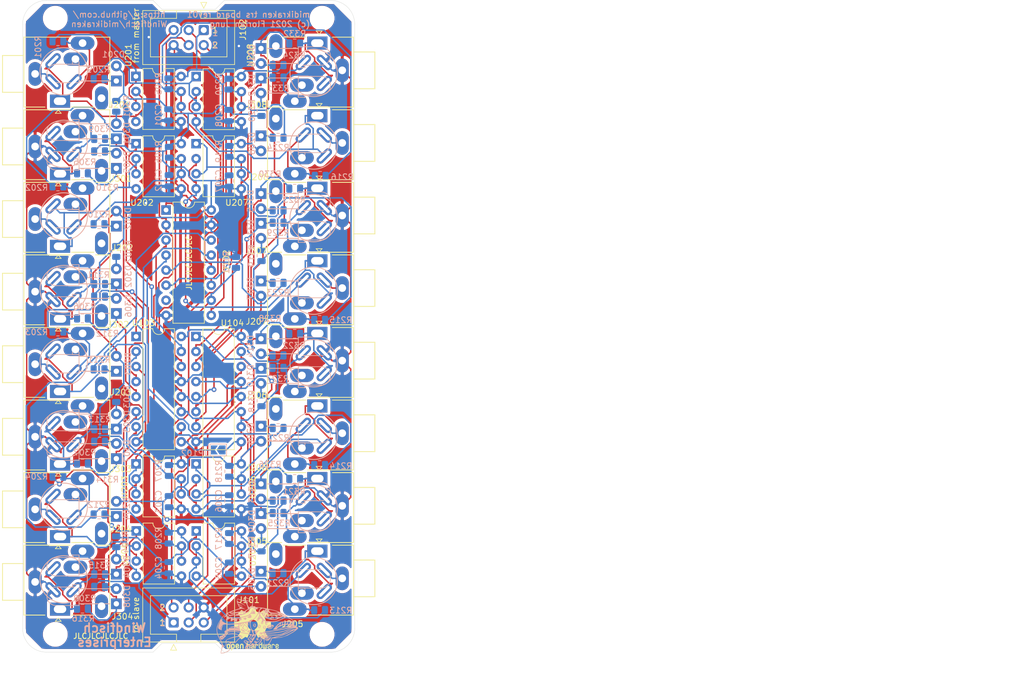
<source format=kicad_pcb>
(kicad_pcb (version 20171130) (host pcbnew 5.1.10)
  (title_block (title "Midikraken TRS") (rev 01) (company Windfisch) (comment 1 "Copyright (c) 2021 Florian Jung.\n") (comment 2 "the terms of the CERN-OHL-S v2 (https://ohwr.org/cern_ohl_s_v2.txt).\n") (comment 3 "You may redistribute and modify this source and make products using it under\n") (comment 4 "This source describes Open Hardware and is licensed under the CERN-OHL-S v2.\n"))
  (layers (0 F.Cu signal) (31 B.Cu signal) (34 B.Paste user) (35 F.Paste user) (36 B.SilkS user) (37 F.SilkS user) (38 B.Mask user) (39 F.Mask user) (44 Edge.Cuts user))
  (net 0 "")
  (net 1 +5V)
  (net 2 GND)
  (net 3 MISO_MIDI)
  (net 4 "Net-(D201-Pad1)")
  (net 5 "Net-(D202-Pad1)")
  (net 6 "Net-(D203-Pad1)")
  (net 7 "Net-(D204-Pad1)")
  (net 8 "Net-(D205-Pad1)")
  (net 9 "Net-(D206-Pad1)")
  (net 10 "Net-(D207-Pad1)")
  (net 11 "Net-(D208-Pad1)")
  (net 12 "Net-(D301-Pad2)")
  (net 13 "/8x TRS Midi output/out0a")
  (net 14 "Net-(D302-Pad2)")
  (net 15 "/8x TRS Midi output/out1a")
  (net 16 "Net-(D303-Pad2)")
  (net 17 "/8x TRS Midi output/out2a")
  (net 18 "Net-(D304-Pad2)")
  (net 19 "/8x TRS Midi output/out3a")
  (net 20 "Net-(D305-Pad2)")
  (net 21 "/8x TRS Midi output/out0b")
  (net 22 "Net-(D306-Pad2)")
  (net 23 "/8x TRS Midi output/out1b")
  (net 24 "Net-(D307-Pad2)")
  (net 25 "/8x TRS Midi output/out2b")
  (net 26 "Net-(D308-Pad2)")
  (net 27 "/8x TRS Midi output/out3b")
  (net 28 "Net-(D309-Pad2)")
  (net 29 "/8x TRS Midi output/out4a")
  (net 30 "Net-(D310-Pad2)")
  (net 31 "/8x TRS Midi output/out5a")
  (net 32 "Net-(D311-Pad2)")
  (net 33 "/8x TRS Midi output/out6a")
  (net 34 "Net-(D312-Pad2)")
  (net 35 "/8x TRS Midi output/out7a")
  (net 36 "Net-(D313-Pad2)")
  (net 37 "/8x TRS Midi output/out4b")
  (net 38 "Net-(D314-Pad2)")
  (net 39 "/8x TRS Midi output/out5b")
  (net 40 "Net-(D315-Pad2)")
  (net 41 "/8x TRS Midi output/out6b")
  (net 42 "Net-(D316-Pad2)")
  (net 43 "/8x TRS Midi output/out7b")
  (net 44 MIDI_MISO_CHAIN)
  (net 45 STROBE_MIDI_5)
  (net 46 SCK_MIDI_5)
  (net 47 MIDI_MOSI_CHAIN)
  (net 48 MOSI_MIDI_5)
  (net 49 "Net-(J201-PadR)")
  (net 50 "Net-(J201-PadT)")
  (net 51 "Net-(J202-PadR)")
  (net 52 "Net-(J202-PadT)")
  (net 53 "Net-(J203-PadR)")
  (net 54 "Net-(J203-PadT)")
  (net 55 "Net-(J204-PadR)")
  (net 56 "Net-(J204-PadT)")
  (net 57 "Net-(J205-PadR)")
  (net 58 "Net-(J205-PadT)")
  (net 59 "Net-(J206-PadR)")
  (net 60 "Net-(J206-PadT)")
  (net 61 "Net-(J207-PadR)")
  (net 62 "Net-(J207-PadT)")
  (net 63 "Net-(J208-PadR)")
  (net 64 "Net-(J208-PadT)")
  (net 65 "Net-(J301-PadR)")
  (net 66 "Net-(J301-PadT)")
  (net 67 "Net-(J302-PadR)")
  (net 68 "Net-(J302-PadT)")
  (net 69 "Net-(J303-PadR)")
  (net 70 "Net-(J303-PadT)")
  (net 71 "Net-(J304-PadR)")
  (net 72 "Net-(J304-PadT)")
  (net 73 "Net-(J305-PadR)")
  (net 74 "Net-(J305-PadT)")
  (net 75 "Net-(J306-PadR)")
  (net 76 "Net-(J306-PadT)")
  (net 77 "Net-(J307-PadR)")
  (net 78 "Net-(J307-PadT)")
  (net 79 "Net-(J308-PadR)")
  (net 80 "Net-(J308-PadT)")
  (net 81 "Net-(JP102-Pad2)")
  (net 82 "Net-(R201-Pad1)")
  (net 83 "Net-(R202-Pad1)")
  (net 84 "Net-(R203-Pad1)")
  (net 85 "Net-(R204-Pad1)")
  (net 86 "/8x TRS Midi input/in0")
  (net 87 "/8x TRS Midi input/in1")
  (net 88 "/8x TRS Midi input/in2")
  (net 89 "/8x TRS Midi input/in3")
  (net 90 "Net-(R213-Pad1)")
  (net 91 "Net-(R214-Pad1)")
  (net 92 "Net-(R215-Pad1)")
  (net 93 "Net-(R216-Pad1)")
  (net 94 "/8x TRS Midi input/in4")
  (net 95 "/8x TRS Midi input/in5")
  (net 96 "/8x TRS Midi input/in6")
  (net 97 "/8x TRS Midi input/in7")
  (net 98 "Net-(J201-PadS)")
  (net 99 "Net-(J202-PadS)")
  (net 100 "Net-(J203-PadS)")
  (net 101 "Net-(J204-PadS)")
  (net 102 "Net-(J205-PadS)")
  (net 103 "Net-(J206-PadS)")
  (net 104 "Net-(J207-PadS)")
  (net 105 "Net-(J208-PadS)")
  (module Connector_IDC:IDC-Header_2x03_P2.54mm_Vertical (layer F.Cu) (at 143.336 49.096 270)
    (fp_text reference J102 (at -0.076 -6.604 90) (layer F.SilkS))
    (fp_text value Conn_02x03_Odd_Even)
    (pad 6 thru_hole circle (at 2.54 5.08 270) (size 1.7 1.7) (drill 1) (layers *.Cu *.Mask) (net 2 GND))
    (pad 4 thru_hole circle (at 2.54 2.54 270) (size 1.7 1.7) (drill 1) (layers *.Cu *.Mask) (net 45 STROBE_MIDI_5))
    (pad 2 thru_hole circle (at 2.54 0 270) (size 1.7 1.7) (drill 1) (layers *.Cu *.Mask) (net 3 MISO_MIDI))
    (pad 5 thru_hole circle (at 0 5.08 270) (size 1.7 1.7) (drill 1) (layers *.Cu *.Mask) (net 46 SCK_MIDI_5))
    (pad 3 thru_hole circle (at 0 2.54 270) (size 1.7 1.7) (drill 1) (layers *.Cu *.Mask) (net 48 MOSI_MIDI_5))
    (pad 1 thru_hole roundrect (at 0 0 270) (size 1.7 1.7) (drill 1) (layers *.Cu *.Mask) (roundrect_rratio 0.147059) (net 1 +5V))
  )
  (module Connector_IDC:IDC-Header_2x03_P2.54mm_Vertical (layer F.Cu) (at 138.256 149.096 90)
    (fp_text reference J101 (at 3.81 12.7 180) (layer F.SilkS))
    (fp_text value Conn_02x03_Odd_Even)
    (pad 1 thru_hole roundrect (at 0 0 90) (size 1.7 1.7) (drill 1) (layers *.Cu *.Mask) (roundrect_rratio 0.147059) (net 1 +5V))
    (pad 3 thru_hole circle (at 0 2.54 90) (size 1.7 1.7) (drill 1) (layers *.Cu *.Mask) (net 47 MIDI_MOSI_CHAIN))
    (pad 5 thru_hole circle (at 0 5.08 90) (size 1.7 1.7) (drill 1) (layers *.Cu *.Mask) (net 46 SCK_MIDI_5))
    (pad 2 thru_hole circle (at 2.54 0 90) (size 1.7 1.7) (drill 1) (layers *.Cu *.Mask) (net 44 MIDI_MISO_CHAIN))
    (pad 4 thru_hole circle (at 2.54 2.54 90) (size 1.7 1.7) (drill 1) (layers *.Cu *.Mask) (net 45 STROBE_MIDI_5))
    (pad 6 thru_hole circle (at 2.54 5.08 90) (size 1.7 1.7) (drill 1) (layers *.Cu *.Mask) (net 2 GND))
  )
  (module footprints:Jack_3.5mm_combo_ledino_upright (layer F.Cu) (at 162.796 51.296 180)
    (fp_text reference J308 (at 10.57 -10.424 180) (layer F.SilkS))
    (fp_text value AudioJack3)
    (pad S thru_hole oval (at -0.875631 -3.267767 45) (size 1.25 3.15) (drill oval 0.5 2.4) (layers *.Cu *.Mask) (net 2 GND))
    (pad T thru_hole oval (at -0.875631 -6.803301 315) (size 1.25 3.15) (drill oval 0.5 2.4) (layers *.Cu *.Mask) (net 80 "Net-(J308-PadT)"))
    (pad R thru_hole oval (at 2.659903 -3.267767 315) (size 1.25 3.15) (drill oval 0.5 2.4) (layers *.Cu *.Mask) (net 79 "Net-(J308-PadR)"))
    (pad S thru_hole oval (at -3.9 -4.6 180) (size 2.2 4) (drill 1.3) (layers *.Cu *.Mask) (net 2 GND))
    (pad R thru_hole oval (at 4.1 -9.8 180) (size 4 2.2) (drill 1.3) (layers *.Cu *.Mask) (net 79 "Net-(J308-PadR)"))
    (pad RN thru_hole oval (at 2.9 -7.1 180) (size 4 2.2) (drill 1.3) (layers *.Cu *.Mask))
    (pad TN thru_hole oval (at 7.3 -0.5 270) (size 4 2.2) (drill 1.3) (layers *.Cu *.Mask))
    (pad T thru_hole rect (at 0.3 0 180) (size 3.4 2.2) (drill oval 2.1 1.3) (layers *.Cu *.Mask) (net 80 "Net-(J308-PadT)"))
  )
  (module footprints:Jack_3.5mm_combo_ledino_upright (layer F.Cu) (at 162.796 75.796 180)
    (fp_text reference J307 (at 10.57 -10.562 180) (layer F.SilkS))
    (fp_text value AudioJack3)
    (pad S thru_hole oval (at -0.875631 -3.267767 45) (size 1.25 3.15) (drill oval 0.5 2.4) (layers *.Cu *.Mask) (net 2 GND))
    (pad T thru_hole oval (at -0.875631 -6.803301 315) (size 1.25 3.15) (drill oval 0.5 2.4) (layers *.Cu *.Mask) (net 78 "Net-(J307-PadT)"))
    (pad R thru_hole oval (at 2.659903 -3.267767 315) (size 1.25 3.15) (drill oval 0.5 2.4) (layers *.Cu *.Mask) (net 77 "Net-(J307-PadR)"))
    (pad S thru_hole oval (at -3.9 -4.6 180) (size 2.2 4) (drill 1.3) (layers *.Cu *.Mask) (net 2 GND))
    (pad R thru_hole oval (at 4.1 -9.8 180) (size 4 2.2) (drill 1.3) (layers *.Cu *.Mask) (net 77 "Net-(J307-PadR)"))
    (pad RN thru_hole oval (at 2.9 -7.1 180) (size 4 2.2) (drill 1.3) (layers *.Cu *.Mask))
    (pad TN thru_hole oval (at 7.3 -0.5 270) (size 4 2.2) (drill 1.3) (layers *.Cu *.Mask))
    (pad T thru_hole rect (at 0.3 0 180) (size 3.4 2.2) (drill oval 2.1 1.3) (layers *.Cu *.Mask) (net 78 "Net-(J307-PadT)"))
  )
  (module footprints:Jack_3.5mm_combo_ledino_upright (layer F.Cu) (at 162.796 100.296 180)
    (fp_text reference J306 (at 10.57 -10.446 180) (layer F.SilkS))
    (fp_text value AudioJack3)
    (pad S thru_hole oval (at -0.875631 -3.267767 45) (size 1.25 3.15) (drill oval 0.5 2.4) (layers *.Cu *.Mask) (net 2 GND))
    (pad T thru_hole oval (at -0.875631 -6.803301 315) (size 1.25 3.15) (drill oval 0.5 2.4) (layers *.Cu *.Mask) (net 76 "Net-(J306-PadT)"))
    (pad R thru_hole oval (at 2.659903 -3.267767 315) (size 1.25 3.15) (drill oval 0.5 2.4) (layers *.Cu *.Mask) (net 75 "Net-(J306-PadR)"))
    (pad S thru_hole oval (at -3.9 -4.6 180) (size 2.2 4) (drill 1.3) (layers *.Cu *.Mask) (net 2 GND))
    (pad R thru_hole oval (at 4.1 -9.8 180) (size 4 2.2) (drill 1.3) (layers *.Cu *.Mask) (net 75 "Net-(J306-PadR)"))
    (pad RN thru_hole oval (at 2.9 -7.1 180) (size 4 2.2) (drill 1.3) (layers *.Cu *.Mask))
    (pad TN thru_hole oval (at 7.3 -0.5 270) (size 4 2.2) (drill 1.3) (layers *.Cu *.Mask))
    (pad T thru_hole rect (at 0.3 0 180) (size 3.4 2.2) (drill oval 2.1 1.3) (layers *.Cu *.Mask) (net 76 "Net-(J306-PadT)"))
  )
  (module footprints:Jack_3.5mm_combo_ledino_upright (layer F.Cu) (at 162.796 124.796 180)
    (fp_text reference J305 (at 10.57 -10.584) (layer F.SilkS))
    (fp_text value AudioJack3)
    (pad S thru_hole oval (at -0.875631 -3.267767 45) (size 1.25 3.15) (drill oval 0.5 2.4) (layers *.Cu *.Mask) (net 2 GND))
    (pad T thru_hole oval (at -0.875631 -6.803301 315) (size 1.25 3.15) (drill oval 0.5 2.4) (layers *.Cu *.Mask) (net 74 "Net-(J305-PadT)"))
    (pad R thru_hole oval (at 2.659903 -3.267767 315) (size 1.25 3.15) (drill oval 0.5 2.4) (layers *.Cu *.Mask) (net 73 "Net-(J305-PadR)"))
    (pad S thru_hole oval (at -3.9 -4.6 180) (size 2.2 4) (drill 1.3) (layers *.Cu *.Mask) (net 2 GND))
    (pad R thru_hole oval (at 4.1 -9.8 180) (size 4 2.2) (drill 1.3) (layers *.Cu *.Mask) (net 73 "Net-(J305-PadR)"))
    (pad RN thru_hole oval (at 2.9 -7.1 180) (size 4 2.2) (drill 1.3) (layers *.Cu *.Mask))
    (pad TN thru_hole oval (at 7.3 -0.5 270) (size 4 2.2) (drill 1.3) (layers *.Cu *.Mask))
    (pad T thru_hole rect (at 0.3 0 180) (size 3.4 2.2) (drill oval 2.1 1.3) (layers *.Cu *.Mask) (net 74 "Net-(J305-PadT)"))
  )
  (module footprints:Jack_3.5mm_combo_ledino_upright (layer F.Cu) (at 118.796 146.846)
    (fp_text reference J304 (at 10.824 1.234) (layer F.SilkS))
    (fp_text value AudioJack3)
    (pad S thru_hole oval (at -0.875631 -3.267767 225) (size 1.25 3.15) (drill oval 0.5 2.4) (layers *.Cu *.Mask) (net 2 GND))
    (pad T thru_hole oval (at -0.875631 -6.803301 135) (size 1.25 3.15) (drill oval 0.5 2.4) (layers *.Cu *.Mask) (net 72 "Net-(J304-PadT)"))
    (pad R thru_hole oval (at 2.659903 -3.267767 135) (size 1.25 3.15) (drill oval 0.5 2.4) (layers *.Cu *.Mask) (net 71 "Net-(J304-PadR)"))
    (pad S thru_hole oval (at -3.9 -4.6) (size 2.2 4) (drill 1.3) (layers *.Cu *.Mask) (net 2 GND))
    (pad R thru_hole oval (at 4.1 -9.8) (size 4 2.2) (drill 1.3) (layers *.Cu *.Mask) (net 71 "Net-(J304-PadR)"))
    (pad RN thru_hole oval (at 2.9 -7.1) (size 4 2.2) (drill 1.3) (layers *.Cu *.Mask))
    (pad TN thru_hole oval (at 7.3 -0.5 90) (size 4 2.2) (drill 1.3) (layers *.Cu *.Mask))
    (pad T thru_hole rect (at 0.3 0) (size 3.4 2.2) (drill oval 2.1 1.3) (layers *.Cu *.Mask) (net 72 "Net-(J304-PadT)"))
  )
  (module footprints:Jack_3.5mm_combo_ledino_upright (layer F.Cu) (at 118.796 122.346)
    (fp_text reference J303 (at 10.57 0.842) (layer F.SilkS))
    (fp_text value AudioJack3)
    (pad S thru_hole oval (at -0.875631 -3.267767 225) (size 1.25 3.15) (drill oval 0.5 2.4) (layers *.Cu *.Mask) (net 2 GND))
    (pad T thru_hole oval (at -0.875631 -6.803301 135) (size 1.25 3.15) (drill oval 0.5 2.4) (layers *.Cu *.Mask) (net 70 "Net-(J303-PadT)"))
    (pad R thru_hole oval (at 2.659903 -3.267767 135) (size 1.25 3.15) (drill oval 0.5 2.4) (layers *.Cu *.Mask) (net 69 "Net-(J303-PadR)"))
    (pad S thru_hole oval (at -3.9 -4.6) (size 2.2 4) (drill 1.3) (layers *.Cu *.Mask) (net 2 GND))
    (pad R thru_hole oval (at 4.1 -9.8) (size 4 2.2) (drill 1.3) (layers *.Cu *.Mask) (net 69 "Net-(J303-PadR)"))
    (pad RN thru_hole oval (at 2.9 -7.1) (size 4 2.2) (drill 1.3) (layers *.Cu *.Mask))
    (pad TN thru_hole oval (at 7.3 -0.5 90) (size 4 2.2) (drill 1.3) (layers *.Cu *.Mask))
    (pad T thru_hole rect (at 0.3 0) (size 3.4 2.2) (drill oval 2.1 1.3) (layers *.Cu *.Mask) (net 70 "Net-(J303-PadT)"))
  )
  (module footprints:Jack_3.5mm_combo_ledino_upright (layer F.Cu) (at 118.796 97.846)
    (fp_text reference J302 (at 10.12 0.958 180) (layer F.SilkS))
    (fp_text value AudioJack3)
    (pad S thru_hole oval (at -0.875631 -3.267767 225) (size 1.25 3.15) (drill oval 0.5 2.4) (layers *.Cu *.Mask) (net 2 GND))
    (pad T thru_hole oval (at -0.875631 -6.803301 135) (size 1.25 3.15) (drill oval 0.5 2.4) (layers *.Cu *.Mask) (net 68 "Net-(J302-PadT)"))
    (pad R thru_hole oval (at 2.659903 -3.267767 135) (size 1.25 3.15) (drill oval 0.5 2.4) (layers *.Cu *.Mask) (net 67 "Net-(J302-PadR)"))
    (pad S thru_hole oval (at -3.9 -4.6) (size 2.2 4) (drill 1.3) (layers *.Cu *.Mask) (net 2 GND))
    (pad R thru_hole oval (at 4.1 -9.8) (size 4 2.2) (drill 1.3) (layers *.Cu *.Mask) (net 67 "Net-(J302-PadR)"))
    (pad RN thru_hole oval (at 2.9 -7.1) (size 4 2.2) (drill 1.3) (layers *.Cu *.Mask))
    (pad TN thru_hole oval (at 7.3 -0.5 90) (size 4 2.2) (drill 1.3) (layers *.Cu *.Mask))
    (pad T thru_hole rect (at 0.3 0) (size 3.4 2.2) (drill oval 2.1 1.3) (layers *.Cu *.Mask) (net 68 "Net-(J302-PadT)"))
  )
  (module footprints:Jack_3.5mm_combo_ledino_upright (layer F.Cu) (at 118.796 73.346)
    (fp_text reference J301 (at 10.57 0.82 180) (layer F.SilkS))
    (fp_text value AudioJack3)
    (pad S thru_hole oval (at -0.875631 -3.267767 225) (size 1.25 3.15) (drill oval 0.5 2.4) (layers *.Cu *.Mask) (net 2 GND))
    (pad T thru_hole oval (at -0.875631 -6.803301 135) (size 1.25 3.15) (drill oval 0.5 2.4) (layers *.Cu *.Mask) (net 66 "Net-(J301-PadT)"))
    (pad R thru_hole oval (at 2.659903 -3.267767 135) (size 1.25 3.15) (drill oval 0.5 2.4) (layers *.Cu *.Mask) (net 65 "Net-(J301-PadR)"))
    (pad S thru_hole oval (at -3.9 -4.6) (size 2.2 4) (drill 1.3) (layers *.Cu *.Mask) (net 2 GND))
    (pad R thru_hole oval (at 4.1 -9.8) (size 4 2.2) (drill 1.3) (layers *.Cu *.Mask) (net 65 "Net-(J301-PadR)"))
    (pad RN thru_hole oval (at 2.9 -7.1) (size 4 2.2) (drill 1.3) (layers *.Cu *.Mask))
    (pad TN thru_hole oval (at 7.3 -0.5 90) (size 4 2.2) (drill 1.3) (layers *.Cu *.Mask))
    (pad T thru_hole rect (at 0.3 0) (size 3.4 2.2) (drill oval 2.1 1.3) (layers *.Cu *.Mask) (net 66 "Net-(J301-PadT)"))
  )
  (module footprints:Jack_3.5mm_combo_ledino_upright (layer F.Cu) (at 162.796 63.546 180)
    (fp_text reference J208 (at 10.316 -10.366 180) (layer F.SilkS))
    (fp_text value AudioJack3)
    (pad S thru_hole oval (at -0.875631 -3.267767 45) (size 1.25 3.15) (drill oval 0.5 2.4) (layers *.Cu *.Mask) (net 105 "Net-(J208-PadS)"))
    (pad T thru_hole oval (at -0.875631 -6.803301 315) (size 1.25 3.15) (drill oval 0.5 2.4) (layers *.Cu *.Mask) (net 64 "Net-(J208-PadT)"))
    (pad R thru_hole oval (at 2.659903 -3.267767 315) (size 1.25 3.15) (drill oval 0.5 2.4) (layers *.Cu *.Mask) (net 63 "Net-(J208-PadR)"))
    (pad S thru_hole oval (at -3.9 -4.6 180) (size 2.2 4) (drill 1.3) (layers *.Cu *.Mask) (net 105 "Net-(J208-PadS)"))
    (pad R thru_hole oval (at 4.1 -9.8 180) (size 4 2.2) (drill 1.3) (layers *.Cu *.Mask) (net 63 "Net-(J208-PadR)"))
    (pad RN thru_hole oval (at 2.9 -7.1 180) (size 4 2.2) (drill 1.3) (layers *.Cu *.Mask))
    (pad TN thru_hole oval (at 7.3 -0.5 270) (size 4 2.2) (drill 1.3) (layers *.Cu *.Mask))
    (pad T thru_hole rect (at 0.3 0 180) (size 3.4 2.2) (drill oval 2.1 1.3) (layers *.Cu *.Mask) (net 64 "Net-(J208-PadT)"))
  )
  (module footprints:Jack_3.5mm_combo_ledino_upright (layer F.Cu) (at 162.796 88.046 180)
    (fp_text reference J207 (at 10.57 -10.25 180) (layer F.SilkS))
    (fp_text value AudioJack3)
    (pad S thru_hole oval (at -0.875631 -3.267767 45) (size 1.25 3.15) (drill oval 0.5 2.4) (layers *.Cu *.Mask) (net 104 "Net-(J207-PadS)"))
    (pad T thru_hole oval (at -0.875631 -6.803301 315) (size 1.25 3.15) (drill oval 0.5 2.4) (layers *.Cu *.Mask) (net 62 "Net-(J207-PadT)"))
    (pad R thru_hole oval (at 2.659903 -3.267767 315) (size 1.25 3.15) (drill oval 0.5 2.4) (layers *.Cu *.Mask) (net 61 "Net-(J207-PadR)"))
    (pad S thru_hole oval (at -3.9 -4.6 180) (size 2.2 4) (drill 1.3) (layers *.Cu *.Mask) (net 104 "Net-(J207-PadS)"))
    (pad R thru_hole oval (at 4.1 -9.8 180) (size 4 2.2) (drill 1.3) (layers *.Cu *.Mask) (net 61 "Net-(J207-PadR)"))
    (pad RN thru_hole oval (at 2.9 -7.1 180) (size 4 2.2) (drill 1.3) (layers *.Cu *.Mask))
    (pad TN thru_hole oval (at 7.3 -0.5 270) (size 4 2.2) (drill 1.3) (layers *.Cu *.Mask))
    (pad T thru_hole rect (at 0.3 0 180) (size 3.4 2.2) (drill oval 2.1 1.3) (layers *.Cu *.Mask) (net 62 "Net-(J207-PadT)"))
  )
  (module footprints:Jack_3.5mm_combo_ledino_upright (layer F.Cu) (at 162.796 112.546 180)
    (fp_text reference J206 (at 10.57 -10.388 180) (layer F.SilkS))
    (fp_text value AudioJack3)
    (pad S thru_hole oval (at -0.875631 -3.267767 45) (size 1.25 3.15) (drill oval 0.5 2.4) (layers *.Cu *.Mask) (net 103 "Net-(J206-PadS)"))
    (pad T thru_hole oval (at -0.875631 -6.803301 315) (size 1.25 3.15) (drill oval 0.5 2.4) (layers *.Cu *.Mask) (net 60 "Net-(J206-PadT)"))
    (pad R thru_hole oval (at 2.659903 -3.267767 315) (size 1.25 3.15) (drill oval 0.5 2.4) (layers *.Cu *.Mask) (net 59 "Net-(J206-PadR)"))
    (pad S thru_hole oval (at -3.9 -4.6 180) (size 2.2 4) (drill 1.3) (layers *.Cu *.Mask) (net 103 "Net-(J206-PadS)"))
    (pad R thru_hole oval (at 4.1 -9.8 180) (size 4 2.2) (drill 1.3) (layers *.Cu *.Mask) (net 59 "Net-(J206-PadR)"))
    (pad RN thru_hole oval (at 2.9 -7.1 180) (size 4 2.2) (drill 1.3) (layers *.Cu *.Mask))
    (pad TN thru_hole oval (at 7.3 -0.5 270) (size 4 2.2) (drill 1.3) (layers *.Cu *.Mask))
    (pad T thru_hole rect (at 0.3 0 180) (size 3.4 2.2) (drill oval 2.1 1.3) (layers *.Cu *.Mask) (net 60 "Net-(J206-PadT)"))
  )
  (module footprints:Jack_3.5mm_combo_ledino_upright (layer F.Cu) (at 162.796 137.046 180)
    (fp_text reference J205 (at 4.474 -12.304 180) (layer F.SilkS))
    (fp_text value AudioJack3)
    (pad S thru_hole oval (at -0.875631 -3.267767 45) (size 1.25 3.15) (drill oval 0.5 2.4) (layers *.Cu *.Mask) (net 102 "Net-(J205-PadS)"))
    (pad T thru_hole oval (at -0.875631 -6.803301 315) (size 1.25 3.15) (drill oval 0.5 2.4) (layers *.Cu *.Mask) (net 58 "Net-(J205-PadT)"))
    (pad R thru_hole oval (at 2.659903 -3.267767 315) (size 1.25 3.15) (drill oval 0.5 2.4) (layers *.Cu *.Mask) (net 57 "Net-(J205-PadR)"))
    (pad S thru_hole oval (at -3.9 -4.6 180) (size 2.2 4) (drill 1.3) (layers *.Cu *.Mask) (net 102 "Net-(J205-PadS)"))
    (pad R thru_hole oval (at 4.1 -9.8 180) (size 4 2.2) (drill 1.3) (layers *.Cu *.Mask) (net 57 "Net-(J205-PadR)"))
    (pad RN thru_hole oval (at 2.9 -7.1 180) (size 4 2.2) (drill 1.3) (layers *.Cu *.Mask))
    (pad TN thru_hole oval (at 7.3 -0.5 270) (size 4 2.2) (drill 1.3) (layers *.Cu *.Mask))
    (pad T thru_hole rect (at 0.3 0 180) (size 3.4 2.2) (drill oval 2.1 1.3) (layers *.Cu *.Mask) (net 58 "Net-(J205-PadT)"))
  )
  (module footprints:Jack_3.5mm_combo_ledino_upright (layer F.Cu) (at 118.796 134.596)
    (fp_text reference J204 (at 10.57 -1.248) (layer F.SilkS))
    (fp_text value AudioJack3)
    (pad S thru_hole oval (at -0.875631 -3.267767 225) (size 1.25 3.15) (drill oval 0.5 2.4) (layers *.Cu *.Mask) (net 101 "Net-(J204-PadS)"))
    (pad T thru_hole oval (at -0.875631 -6.803301 135) (size 1.25 3.15) (drill oval 0.5 2.4) (layers *.Cu *.Mask) (net 56 "Net-(J204-PadT)"))
    (pad R thru_hole oval (at 2.659903 -3.267767 135) (size 1.25 3.15) (drill oval 0.5 2.4) (layers *.Cu *.Mask) (net 55 "Net-(J204-PadR)"))
    (pad S thru_hole oval (at -3.9 -4.6) (size 2.2 4) (drill 1.3) (layers *.Cu *.Mask) (net 101 "Net-(J204-PadS)"))
    (pad R thru_hole oval (at 4.1 -9.8) (size 4 2.2) (drill 1.3) (layers *.Cu *.Mask) (net 55 "Net-(J204-PadR)"))
    (pad RN thru_hole oval (at 2.9 -7.1) (size 4 2.2) (drill 1.3) (layers *.Cu *.Mask))
    (pad TN thru_hole oval (at 7.3 -0.5 90) (size 4 2.2) (drill 1.3) (layers *.Cu *.Mask))
    (pad T thru_hole rect (at 0.3 0) (size 3.4 2.2) (drill oval 2.1 1.3) (layers *.Cu *.Mask) (net 56 "Net-(J204-PadT)"))
  )
  (module footprints:Jack_3.5mm_combo_ledino_upright (layer F.Cu) (at 118.796 110.096)
    (fp_text reference J203 (at 10.57 0.138) (layer F.SilkS))
    (fp_text value AudioJack3)
    (pad S thru_hole oval (at -0.875631 -3.267767 225) (size 1.25 3.15) (drill oval 0.5 2.4) (layers *.Cu *.Mask) (net 100 "Net-(J203-PadS)"))
    (pad T thru_hole oval (at -0.875631 -6.803301 135) (size 1.25 3.15) (drill oval 0.5 2.4) (layers *.Cu *.Mask) (net 54 "Net-(J203-PadT)"))
    (pad R thru_hole oval (at 2.659903 -3.267767 135) (size 1.25 3.15) (drill oval 0.5 2.4) (layers *.Cu *.Mask) (net 53 "Net-(J203-PadR)"))
    (pad S thru_hole oval (at -3.9 -4.6) (size 2.2 4) (drill 1.3) (layers *.Cu *.Mask) (net 100 "Net-(J203-PadS)"))
    (pad R thru_hole oval (at 4.1 -9.8) (size 4 2.2) (drill 1.3) (layers *.Cu *.Mask) (net 53 "Net-(J203-PadR)"))
    (pad RN thru_hole oval (at 2.9 -7.1) (size 4 2.2) (drill 1.3) (layers *.Cu *.Mask))
    (pad TN thru_hole oval (at 7.3 -0.5 90) (size 4 2.2) (drill 1.3) (layers *.Cu *.Mask))
    (pad T thru_hole rect (at 0.3 0) (size 3.4 2.2) (drill oval 2.1 1.3) (layers *.Cu *.Mask) (net 54 "Net-(J203-PadT)"))
  )
  (module footprints:Jack_3.5mm_combo_ledino_upright (layer F.Cu) (at 118.796 85.596)
    (fp_text reference J202 (at 10.824 0.254 180) (layer F.SilkS))
    (fp_text value AudioJack3)
    (pad S thru_hole oval (at -0.875631 -3.267767 225) (size 1.25 3.15) (drill oval 0.5 2.4) (layers *.Cu *.Mask) (net 99 "Net-(J202-PadS)"))
    (pad T thru_hole oval (at -0.875631 -6.803301 135) (size 1.25 3.15) (drill oval 0.5 2.4) (layers *.Cu *.Mask) (net 52 "Net-(J202-PadT)"))
    (pad R thru_hole oval (at 2.659903 -3.267767 135) (size 1.25 3.15) (drill oval 0.5 2.4) (layers *.Cu *.Mask) (net 51 "Net-(J202-PadR)"))
    (pad S thru_hole oval (at -3.9 -4.6) (size 2.2 4) (drill 1.3) (layers *.Cu *.Mask) (net 99 "Net-(J202-PadS)"))
    (pad R thru_hole oval (at 4.1 -9.8) (size 4 2.2) (drill 1.3) (layers *.Cu *.Mask) (net 51 "Net-(J202-PadR)"))
    (pad RN thru_hole oval (at 2.9 -7.1) (size 4 2.2) (drill 1.3) (layers *.Cu *.Mask))
    (pad TN thru_hole oval (at 7.3 -0.5 90) (size 4 2.2) (drill 1.3) (layers *.Cu *.Mask))
    (pad T thru_hole rect (at 0.3 0) (size 3.4 2.2) (drill oval 2.1 1.3) (layers *.Cu *.Mask) (net 52 "Net-(J202-PadT)"))
  )
  (module footprints:Jack_3.5mm_combo_ledino_upright (layer F.Cu) (at 118.796 61.096)
    (fp_text reference J201 (at 10.316 0.624 180) (layer F.SilkS))
    (fp_text value AudioJack3)
    (pad S thru_hole oval (at -0.875631 -3.267767 225) (size 1.25 3.15) (drill oval 0.5 2.4) (layers *.Cu *.Mask) (net 98 "Net-(J201-PadS)"))
    (pad T thru_hole oval (at -0.875631 -6.803301 135) (size 1.25 3.15) (drill oval 0.5 2.4) (layers *.Cu *.Mask) (net 50 "Net-(J201-PadT)"))
    (pad R thru_hole oval (at 2.659903 -3.267767 135) (size 1.25 3.15) (drill oval 0.5 2.4) (layers *.Cu *.Mask) (net 49 "Net-(J201-PadR)"))
    (pad S thru_hole oval (at -3.9 -4.6) (size 2.2 4) (drill 1.3) (layers *.Cu *.Mask) (net 98 "Net-(J201-PadS)"))
    (pad R thru_hole oval (at 4.1 -9.8) (size 4 2.2) (drill 1.3) (layers *.Cu *.Mask) (net 49 "Net-(J201-PadR)"))
    (pad RN thru_hole oval (at 2.9 -7.1) (size 4 2.2) (drill 1.3) (layers *.Cu *.Mask))
    (pad TN thru_hole oval (at 7.3 -0.5 90) (size 4 2.2) (drill 1.3) (layers *.Cu *.Mask))
    (pad T thru_hole rect (at 0.3 0) (size 3.4 2.2) (drill oval 2.1 1.3) (layers *.Cu *.Mask) (net 50 "Net-(J201-PadT)"))
  )
  (module MountingHole:MountingHole_3.2mm_M3_DIN965 (layer F.Cu) (at 118.296 47.096)
    (fp_text reference hole1 hide)
    (fp_text value MountingHole_3.2mm_M3_DIN965)
    (pad 1 np_thru_hole circle (at 0 0) (size 3.2 3.2) (drill 3.2) (layers *.Cu *.Mask))
  )
  (module MountingHole:MountingHole_3.2mm_M3_DIN965 (layer F.Cu) (at 163.296 151.096)
    (fp_text reference hole3 hide)
    (fp_text value MountingHole_3.2mm_M3_DIN965)
    (pad 1 np_thru_hole circle (at 0 0) (size 3.2 3.2) (drill 3.2) (layers *.Cu *.Mask))
  )
  (module MountingHole:MountingHole_3.2mm_M3_DIN965 (layer F.Cu) (at 118.296 151.096)
    (fp_text reference hole2 hide)
    (fp_text value MountingHole_3.2mm_M3_DIN965)
    (pad 1 np_thru_hole circle (at 0 0) (size 3.2 3.2) (drill 3.2) (layers *.Cu *.Mask))
  )
  (module MountingHole:MountingHole_3.2mm_M3_DIN965 (layer F.Cu) (at 163.296 47.096)
    (fp_text reference hole4 hide)
    (fp_text value MountingHole_3.2mm_M3_DIN965)
    (pad 1 np_thru_hole circle (at 0 0) (size 3.2 3.2) (drill 3.2) (layers *.Cu *.Mask))
  )
  (module windfisch:windfisch_smaller (layer B.Cu) (at 152.179 148.916 190)
    (fp_text reference wf hide)
    (fp_text value LOGO hide)
  )
  (module Symbol:OSHW-Logo2_9.8x8mm_SilkScreen (layer F.Cu) (at 151.591 150.096)
    (fp_text reference oshw hide)
    (fp_text value OSHW-Logo2_9.8x8mm_SilkScreen hide)
  )
  (module Package_DIP:DIP-8_W7.62mm (layer F.Cu) (at 131.898 56.922)
    (fp_text reference U201 (at -1.262 -3.584 90) (layer F.SilkS))
    (fp_text value HCPL-2630)
    (pad 8 thru_hole oval (at 7.62 0) (size 1.6 1.6) (drill 0.8) (layers *.Cu *.Mask) (net 1 +5V))
    (pad 4 thru_hole oval (at 0 7.62) (size 1.6 1.6) (drill 0.8) (layers *.Cu *.Mask) (net 50 "Net-(J201-PadT)"))
    (pad 7 thru_hole oval (at 7.62 2.54) (size 1.6 1.6) (drill 0.8) (layers *.Cu *.Mask) (net 86 "/8x TRS Midi input/in0"))
    (pad 3 thru_hole oval (at 0 5.08) (size 1.6 1.6) (drill 0.8) (layers *.Cu *.Mask) (net 82 "Net-(R201-Pad1)"))
    (pad 6 thru_hole oval (at 7.62 5.08) (size 1.6 1.6) (drill 0.8) (layers *.Cu *.Mask) (net 86 "/8x TRS Midi input/in0"))
    (pad 2 thru_hole oval (at 0 2.54) (size 1.6 1.6) (drill 0.8) (layers *.Cu *.Mask) (net 50 "Net-(J201-PadT)"))
    (pad 5 thru_hole oval (at 7.62 7.62) (size 1.6 1.6) (drill 0.8) (layers *.Cu *.Mask) (net 2 GND))
    (pad 1 thru_hole rect (at 0 0) (size 1.6 1.6) (drill 0.8) (layers *.Cu *.Mask) (net 82 "Net-(R201-Pad1)"))
  )
  (module Package_DIP:DIP-16_W7.62mm (layer F.Cu) (at 142.029 100.816)
    (fp_text reference U104 (at 6.133 -2.266) (layer F.SilkS))
    (fp_text value 74HC595)
    (pad 16 thru_hole oval (at 7.62 0) (size 1.6 1.6) (drill 0.8) (layers *.Cu *.Mask) (net 1 +5V))
    (pad 8 thru_hole oval (at 0 17.78) (size 1.6 1.6) (drill 0.8) (layers *.Cu *.Mask) (net 2 GND))
    (pad 15 thru_hole oval (at 7.62 2.54) (size 1.6 1.6) (drill 0.8) (layers *.Cu *.Mask) (net 29 "/8x TRS Midi output/out4a"))
    (pad 7 thru_hole oval (at 0 15.24) (size 1.6 1.6) (drill 0.8) (layers *.Cu *.Mask) (net 43 "/8x TRS Midi output/out7b"))
    (pad 14 thru_hole oval (at 7.62 5.08) (size 1.6 1.6) (drill 0.8) (layers *.Cu *.Mask) (net 81 "Net-(JP102-Pad2)"))
    (pad 6 thru_hole oval (at 0 12.7) (size 1.6 1.6) (drill 0.8) (layers *.Cu *.Mask) (net 41 "/8x TRS Midi output/out6b"))
    (pad 13 thru_hole oval (at 7.62 7.62) (size 1.6 1.6) (drill 0.8) (layers *.Cu *.Mask) (net 2 GND))
    (pad 5 thru_hole oval (at 0 10.16) (size 1.6 1.6) (drill 0.8) (layers *.Cu *.Mask) (net 39 "/8x TRS Midi output/out5b"))
    (pad 12 thru_hole oval (at 7.62 10.16) (size 1.6 1.6) (drill 0.8) (layers *.Cu *.Mask) (net 45 STROBE_MIDI_5))
    (pad 4 thru_hole oval (at 0 7.62) (size 1.6 1.6) (drill 0.8) (layers *.Cu *.Mask) (net 37 "/8x TRS Midi output/out4b"))
    (pad 11 thru_hole oval (at 7.62 12.7) (size 1.6 1.6) (drill 0.8) (layers *.Cu *.Mask) (net 46 SCK_MIDI_5))
    (pad 3 thru_hole oval (at 0 5.08) (size 1.6 1.6) (drill 0.8) (layers *.Cu *.Mask) (net 35 "/8x TRS Midi output/out7a"))
    (pad 10 thru_hole oval (at 7.62 15.24) (size 1.6 1.6) (drill 0.8) (layers *.Cu *.Mask) (net 1 +5V))
    (pad 2 thru_hole oval (at 0 2.54) (size 1.6 1.6) (drill 0.8) (layers *.Cu *.Mask) (net 33 "/8x TRS Midi output/out6a"))
    (pad 9 thru_hole oval (at 7.62 17.78) (size 1.6 1.6) (drill 0.8) (layers *.Cu *.Mask) (net 47 MIDI_MOSI_CHAIN))
    (pad 1 thru_hole rect (at 0 0) (size 1.6 1.6) (drill 0.8) (layers *.Cu *.Mask) (net 31 "/8x TRS Midi output/out5a"))
  )
  (module Package_DIP:DIP-16_W7.62mm (layer F.Cu) (at 131.929 100.816)
    (fp_text reference U103 (at 1.247 -2.266) (layer F.SilkS))
    (fp_text value 74HC595)
    (pad 16 thru_hole oval (at 7.62 0) (size 1.6 1.6) (drill 0.8) (layers *.Cu *.Mask) (net 1 +5V))
    (pad 8 thru_hole oval (at 0 17.78) (size 1.6 1.6) (drill 0.8) (layers *.Cu *.Mask) (net 2 GND))
    (pad 15 thru_hole oval (at 7.62 2.54) (size 1.6 1.6) (drill 0.8) (layers *.Cu *.Mask) (net 13 "/8x TRS Midi output/out0a"))
    (pad 7 thru_hole oval (at 0 15.24) (size 1.6 1.6) (drill 0.8) (layers *.Cu *.Mask) (net 27 "/8x TRS Midi output/out3b"))
    (pad 14 thru_hole oval (at 7.62 5.08) (size 1.6 1.6) (drill 0.8) (layers *.Cu *.Mask) (net 48 MOSI_MIDI_5))
    (pad 6 thru_hole oval (at 0 12.7) (size 1.6 1.6) (drill 0.8) (layers *.Cu *.Mask) (net 25 "/8x TRS Midi output/out2b"))
    (pad 13 thru_hole oval (at 7.62 7.62) (size 1.6 1.6) (drill 0.8) (layers *.Cu *.Mask) (net 2 GND))
    (pad 5 thru_hole oval (at 0 10.16) (size 1.6 1.6) (drill 0.8) (layers *.Cu *.Mask) (net 23 "/8x TRS Midi output/out1b"))
    (pad 12 thru_hole oval (at 7.62 10.16) (size 1.6 1.6) (drill 0.8) (layers *.Cu *.Mask) (net 45 STROBE_MIDI_5))
    (pad 4 thru_hole oval (at 0 7.62) (size 1.6 1.6) (drill 0.8) (layers *.Cu *.Mask) (net 21 "/8x TRS Midi output/out0b"))
    (pad 11 thru_hole oval (at 7.62 12.7) (size 1.6 1.6) (drill 0.8) (layers *.Cu *.Mask) (net 46 SCK_MIDI_5))
    (pad 3 thru_hole oval (at 0 5.08) (size 1.6 1.6) (drill 0.8) (layers *.Cu *.Mask) (net 19 "/8x TRS Midi output/out3a"))
    (pad 10 thru_hole oval (at 7.62 15.24) (size 1.6 1.6) (drill 0.8) (layers *.Cu *.Mask) (net 1 +5V))
    (pad 2 thru_hole oval (at 0 2.54) (size 1.6 1.6) (drill 0.8) (layers *.Cu *.Mask) (net 17 "/8x TRS Midi output/out2a"))
    (pad 9 thru_hole oval (at 7.62 17.78) (size 1.6 1.6) (drill 0.8) (layers *.Cu *.Mask) (net 81 "Net-(JP102-Pad2)"))
    (pad 1 thru_hole rect (at 0 0) (size 1.6 1.6) (drill 0.8) (layers *.Cu *.Mask) (net 15 "/8x TRS Midi output/out1a"))
  )
  (module Package_DIP:DIP-16_W7.62mm (layer F.Cu) (at 136.979 79.466)
    (fp_text reference U102 (at 10.167 8.67 90) (layer F.SilkS))
    (fp_text value 74HC165)
    (pad 16 thru_hole oval (at 7.62 0) (size 1.6 1.6) (drill 0.8) (layers *.Cu *.Mask) (net 1 +5V))
    (pad 8 thru_hole oval (at 0 17.78) (size 1.6 1.6) (drill 0.8) (layers *.Cu *.Mask) (net 2 GND))
    (pad 15 thru_hole oval (at 7.62 2.54) (size 1.6 1.6) (drill 0.8) (layers *.Cu *.Mask) (net 2 GND))
    (pad 7 thru_hole oval (at 0 15.24) (size 1.6 1.6) (drill 0.8) (layers *.Cu *.Mask))
    (pad 14 thru_hole oval (at 7.62 5.08) (size 1.6 1.6) (drill 0.8) (layers *.Cu *.Mask) (net 89 "/8x TRS Midi input/in3"))
    (pad 6 thru_hole oval (at 0 12.7) (size 1.6 1.6) (drill 0.8) (layers *.Cu *.Mask) (net 97 "/8x TRS Midi input/in7"))
    (pad 13 thru_hole oval (at 7.62 7.62) (size 1.6 1.6) (drill 0.8) (layers *.Cu *.Mask) (net 88 "/8x TRS Midi input/in2"))
    (pad 5 thru_hole oval (at 0 10.16) (size 1.6 1.6) (drill 0.8) (layers *.Cu *.Mask) (net 96 "/8x TRS Midi input/in6"))
    (pad 12 thru_hole oval (at 7.62 10.16) (size 1.6 1.6) (drill 0.8) (layers *.Cu *.Mask) (net 87 "/8x TRS Midi input/in1"))
    (pad 4 thru_hole oval (at 0 7.62) (size 1.6 1.6) (drill 0.8) (layers *.Cu *.Mask) (net 95 "/8x TRS Midi input/in5"))
    (pad 11 thru_hole oval (at 7.62 12.7) (size 1.6 1.6) (drill 0.8) (layers *.Cu *.Mask) (net 86 "/8x TRS Midi input/in0"))
    (pad 3 thru_hole oval (at 0 5.08) (size 1.6 1.6) (drill 0.8) (layers *.Cu *.Mask) (net 94 "/8x TRS Midi input/in4"))
    (pad 10 thru_hole oval (at 7.62 15.24) (size 1.6 1.6) (drill 0.8) (layers *.Cu *.Mask) (net 44 MIDI_MISO_CHAIN))
    (pad 2 thru_hole oval (at 0 2.54) (size 1.6 1.6) (drill 0.8) (layers *.Cu *.Mask) (net 46 SCK_MIDI_5))
    (pad 9 thru_hole oval (at 7.62 17.78) (size 1.6 1.6) (drill 0.8) (layers *.Cu *.Mask) (net 3 MISO_MIDI))
    (pad 1 thru_hole rect (at 0 0) (size 1.6 1.6) (drill 0.8) (layers *.Cu *.Mask) (net 45 STROBE_MIDI_5))
  )
  (module LED_THT:LED_D3.0mm_Horizontal_O6.35mm_Z2.0mm (layer B.Cu) (at 152.994 52.2035 270)
    (fp_text reference D316 (at 1.27 1.53 270) (layer B.SilkS) (effects (justify mirror)))
    (fp_text value green)
    (pad 1 thru_hole rect (at 0 0 270) (size 1.8 1.8) (drill 0.9) (layers *.Cu *.Mask) (net 43 "/8x TRS Midi output/out7b"))
    (pad 2 thru_hole circle (at 2.54 0 270) (size 1.8 1.8) (drill 0.9) (layers *.Cu *.Mask) (net 42 "Net-(D316-Pad2)"))
  )
  (module LED_THT:LED_D3.0mm_Horizontal_O6.35mm_Z2.0mm (layer B.Cu) (at 152.994 76.7035 270)
    (fp_text reference D315 (at 1.27 1.784 270) (layer B.SilkS) (effects (justify mirror)))
    (fp_text value green)
    (pad 2 thru_hole circle (at 2.54 0 270) (size 1.8 1.8) (drill 0.9) (layers *.Cu *.Mask) (net 40 "Net-(D315-Pad2)"))
    (pad 1 thru_hole rect (at 0 0 270) (size 1.8 1.8) (drill 0.9) (layers *.Cu *.Mask) (net 41 "/8x TRS Midi output/out6b"))
  )
  (module LED_THT:LED_D3.0mm_Horizontal_O6.35mm_Z2.0mm (layer B.Cu) (at 152.994 101.204 270)
    (fp_text reference D314 (at 1.27 1.784 270) (layer B.SilkS) (effects (justify mirror)))
    (fp_text value green)
    (pad 2 thru_hole circle (at 2.54 0 270) (size 1.8 1.8) (drill 0.9) (layers *.Cu *.Mask) (net 38 "Net-(D314-Pad2)"))
    (pad 1 thru_hole rect (at 0 0 270) (size 1.8 1.8) (drill 0.9) (layers *.Cu *.Mask) (net 39 "/8x TRS Midi output/out5b"))
  )
  (module LED_THT:LED_D3.0mm_Horizontal_O6.35mm_Z2.0mm (layer B.Cu) (at 152.994 125.704 270)
    (fp_text reference D313 (at 1.294 1.53 270) (layer B.SilkS) (effects (justify mirror)))
    (fp_text value green)
    (pad 2 thru_hole circle (at 2.54 0 270) (size 1.8 1.8) (drill 0.9) (layers *.Cu *.Mask) (net 36 "Net-(D313-Pad2)"))
    (pad 1 thru_hole rect (at 0 0 270) (size 1.8 1.8) (drill 0.9) (layers *.Cu *.Mask) (net 37 "/8x TRS Midi output/out4b"))
  )
  (module LED_THT:LED_D3.0mm_Horizontal_O6.35mm_Z2.0mm (layer B.Cu) (at 152.994 57.2035 270)
    (fp_text reference D312 (at 1.2145 1.53 270) (layer B.SilkS) (effects (justify mirror)))
    (fp_text value yellow)
    (pad 2 thru_hole circle (at 2.54 0 270) (size 1.8 1.8) (drill 0.9) (layers *.Cu *.Mask) (net 34 "Net-(D312-Pad2)"))
    (pad 1 thru_hole rect (at 0 0 270) (size 1.8 1.8) (drill 0.9) (layers *.Cu *.Mask) (net 35 "/8x TRS Midi output/out7a"))
  )
  (module LED_THT:LED_D3.0mm_Horizontal_O6.35mm_Z2.0mm (layer B.Cu) (at 152.994 81.7035 270)
    (fp_text reference D311 (at 1.27 1.784 90) (layer B.SilkS) (effects (justify mirror)))
    (fp_text value yellow)
    (pad 2 thru_hole circle (at 2.54 0 270) (size 1.8 1.8) (drill 0.9) (layers *.Cu *.Mask) (net 32 "Net-(D311-Pad2)"))
    (pad 1 thru_hole rect (at 0 0 270) (size 1.8 1.8) (drill 0.9) (layers *.Cu *.Mask) (net 33 "/8x TRS Midi output/out6a"))
  )
  (module LED_THT:LED_D3.0mm_Horizontal_O6.35mm_Z2.0mm (layer B.Cu) (at 152.994 106.204 270)
    (fp_text reference D310 (at 1.236 1.784 270) (layer B.SilkS) (effects (justify mirror)))
    (fp_text value yellow)
    (pad 2 thru_hole circle (at 2.54 0 270) (size 1.8 1.8) (drill 0.9) (layers *.Cu *.Mask) (net 30 "Net-(D310-Pad2)"))
    (pad 1 thru_hole rect (at 0 0 270) (size 1.8 1.8) (drill 0.9) (layers *.Cu *.Mask) (net 31 "/8x TRS Midi output/out5a"))
  )
  (module LED_THT:LED_D3.0mm_Horizontal_O6.35mm_Z2.0mm (layer B.Cu) (at 152.994 130.704 270)
    (fp_text reference D309 (at 1.27 1.53 270) (layer B.SilkS) (effects (justify mirror)))
    (fp_text value yellow)
    (pad 2 thru_hole circle (at 2.54 0 270) (size 1.8 1.8) (drill 0.9) (layers *.Cu *.Mask) (net 28 "Net-(D309-Pad2)"))
    (pad 1 thru_hole rect (at 0 0 270) (size 1.8 1.8) (drill 0.9) (layers *.Cu *.Mask) (net 29 "/8x TRS Midi output/out4a"))
  )
  (module LED_THT:LED_D3.0mm_Horizontal_O6.35mm_Z2.0mm (layer B.Cu) (at 128.594 145.938 90)
    (fp_text reference D308 (at 1.27 1.788 90) (layer B.SilkS) (effects (justify mirror)))
    (fp_text value green)
    (pad 2 thru_hole circle (at 2.54 0 90) (size 1.8 1.8) (drill 0.9) (layers *.Cu *.Mask) (net 26 "Net-(D308-Pad2)"))
    (pad 1 thru_hole rect (at 0 0 90) (size 1.8 1.8) (drill 0.9) (layers *.Cu *.Mask) (net 27 "/8x TRS Midi output/out3b"))
  )
  (module LED_THT:LED_D3.0mm_Horizontal_O6.35mm_Z2.0mm (layer B.Cu) (at 128.594 121.438 90)
    (fp_text reference D307 (at 1.298 1.788 90) (layer B.SilkS) (effects (justify mirror)))
    (fp_text value green)
    (pad 2 thru_hole circle (at 2.54 0 90) (size 1.8 1.8) (drill 0.9) (layers *.Cu *.Mask) (net 24 "Net-(D307-Pad2)"))
    (pad 1 thru_hole rect (at 0 0 90) (size 1.8 1.8) (drill 0.9) (layers *.Cu *.Mask) (net 25 "/8x TRS Midi output/out2b"))
  )
  (module LED_THT:LED_D3.0mm_Horizontal_O6.35mm_Z2.0mm (layer B.Cu) (at 128.594 96.9385 90)
    (fp_text reference D306 (at 1.27 2.042 270) (layer B.SilkS) (effects (justify mirror)))
    (fp_text value green)
    (pad 2 thru_hole circle (at 2.54 0 90) (size 1.8 1.8) (drill 0.9) (layers *.Cu *.Mask) (net 22 "Net-(D306-Pad2)"))
    (pad 1 thru_hole rect (at 0 0 90) (size 1.8 1.8) (drill 0.9) (layers *.Cu *.Mask) (net 23 "/8x TRS Midi output/out1b"))
  )
  (module LED_THT:LED_D3.0mm_Horizontal_O6.35mm_Z2.0mm (layer B.Cu) (at 128.594 72.4385 90)
    (fp_text reference D305 (at 1.0665 1.788 270) (layer B.SilkS) (effects (justify mirror)))
    (fp_text value green)
    (pad 1 thru_hole rect (at 0 0 90) (size 1.8 1.8) (drill 0.9) (layers *.Cu *.Mask) (net 21 "/8x TRS Midi output/out0b"))
    (pad 2 thru_hole circle (at 2.54 0 90) (size 1.8 1.8) (drill 0.9) (layers *.Cu *.Mask) (net 20 "Net-(D305-Pad2)"))
  )
  (module LED_THT:LED_D3.0mm_Horizontal_O6.35mm_Z2.0mm (layer B.Cu) (at 128.594 140.938 90)
    (fp_text reference D304 (at 1.27 1.788 90) (layer B.SilkS) (effects (justify mirror)))
    (fp_text value yellow)
    (pad 2 thru_hole circle (at 2.54 0 90) (size 1.8 1.8) (drill 0.9) (layers *.Cu *.Mask) (net 18 "Net-(D304-Pad2)"))
    (pad 1 thru_hole rect (at 0 0 90) (size 1.8 1.8) (drill 0.9) (layers *.Cu *.Mask) (net 19 "/8x TRS Midi output/out3a"))
  )
  (module LED_THT:LED_D3.0mm_Horizontal_O6.35mm_Z2.0mm (layer B.Cu) (at 128.594 116.438 90)
    (fp_text reference D303 (at 1.27 1.788 90) (layer B.SilkS) (effects (justify mirror)))
    (fp_text value yellow)
    (pad 2 thru_hole circle (at 2.54 0 90) (size 1.8 1.8) (drill 0.9) (layers *.Cu *.Mask) (net 16 "Net-(D303-Pad2)"))
    (pad 1 thru_hole rect (at 0 0 90) (size 1.8 1.8) (drill 0.9) (layers *.Cu *.Mask) (net 17 "/8x TRS Midi output/out2a"))
  )
  (module LED_THT:LED_D3.0mm_Horizontal_O6.35mm_Z2.0mm (layer B.Cu) (at 128.594 91.9385 90)
    (fp_text reference D302 (at 1.27 2.042 90) (layer B.SilkS) (effects (justify mirror)))
    (fp_text value yellow)
    (pad 2 thru_hole circle (at 2.54 0 90) (size 1.8 1.8) (drill 0.9) (layers *.Cu *.Mask) (net 14 "Net-(D302-Pad2)"))
    (pad 1 thru_hole rect (at 0 0 90) (size 1.8 1.8) (drill 0.9) (layers *.Cu *.Mask) (net 15 "/8x TRS Midi output/out1a"))
  )
  (module LED_THT:LED_D3.0mm_Horizontal_O6.35mm_Z2.0mm (layer B.Cu) (at 128.594 67.4385 90)
    (fp_text reference D301 (at 0.8925 1.788 90) (layer B.SilkS) (effects (justify mirror)))
    (fp_text value yellow)
    (pad 1 thru_hole rect (at 0 0 90) (size 1.8 1.8) (drill 0.9) (layers *.Cu *.Mask) (net 13 "/8x TRS Midi output/out0a"))
    (pad 2 thru_hole circle (at 2.54 0 90) (size 1.8 1.8) (drill 0.9) (layers *.Cu *.Mask) (net 12 "Net-(D301-Pad2)"))
  )
  (module LED_THT:LED_D3.0mm_Horizontal_O6.35mm_Z2.0mm (layer B.Cu) (at 152.994 66.9535 270)
    (fp_text reference D208 (at 1.27 1.53 270) (layer B.SilkS) (effects (justify mirror)))
    (fp_text value LED)
    (pad 2 thru_hole circle (at 2.54 0 270) (size 1.8 1.8) (drill 0.9) (layers *.Cu *.Mask) (net 1 +5V))
    (pad 1 thru_hole rect (at 0 0 270) (size 1.8 1.8) (drill 0.9) (layers *.Cu *.Mask) (net 11 "Net-(D208-Pad1)"))
  )
  (module LED_THT:LED_D3.0mm_Horizontal_O6.35mm_Z2.0mm (layer B.Cu) (at 152.994 91.4535 270)
    (fp_text reference D207 (at 1.27 1.784 270) (layer B.SilkS) (effects (justify mirror)))
    (fp_text value LED)
    (pad 2 thru_hole circle (at 2.54 0 270) (size 1.8 1.8) (drill 0.9) (layers *.Cu *.Mask) (net 1 +5V))
    (pad 1 thru_hole rect (at 0 0 270) (size 1.8 1.8) (drill 0.9) (layers *.Cu *.Mask) (net 10 "Net-(D207-Pad1)"))
  )
  (module LED_THT:LED_D3.0mm_Horizontal_O6.35mm_Z2.0mm (layer B.Cu) (at 152.994 115.954 270)
    (fp_text reference D206 (at 1.27 1.784 270) (layer B.SilkS) (effects (justify mirror)))
    (fp_text value LED)
    (pad 2 thru_hole circle (at 2.54 0 270) (size 1.8 1.8) (drill 0.9) (layers *.Cu *.Mask) (net 1 +5V))
    (pad 1 thru_hole rect (at 0 0 270) (size 1.8 1.8) (drill 0.9) (layers *.Cu *.Mask) (net 9 "Net-(D206-Pad1)"))
  )
  (module LED_THT:LED_D3.0mm_Horizontal_O6.35mm_Z2.0mm (layer B.Cu) (at 152.994 140.454 270)
    (fp_text reference D205 (at 1.27 1.53 90) (layer B.SilkS) (effects (justify mirror)))
    (fp_text value LED)
    (pad 2 thru_hole circle (at 2.54 0 270) (size 1.8 1.8) (drill 0.9) (layers *.Cu *.Mask) (net 1 +5V))
    (pad 1 thru_hole rect (at 0 0 270) (size 1.8 1.8) (drill 0.9) (layers *.Cu *.Mask) (net 8 "Net-(D205-Pad1)"))
  )
  (module LED_THT:LED_D3.0mm_Horizontal_O6.35mm_Z2.0mm (layer B.Cu) (at 128.594 131.188 90)
    (fp_text reference D204 (at 1.27 1.788 90) (layer B.SilkS) (effects (justify mirror)))
    (fp_text value LED)
    (pad 2 thru_hole circle (at 2.54 0 90) (size 1.8 1.8) (drill 0.9) (layers *.Cu *.Mask) (net 1 +5V))
    (pad 1 thru_hole rect (at 0 0 90) (size 1.8 1.8) (drill 0.9) (layers *.Cu *.Mask) (net 7 "Net-(D204-Pad1)"))
  )
  (module LED_THT:LED_D3.0mm_Horizontal_O6.35mm_Z2.0mm (layer B.Cu) (at 128.594 106.688 90)
    (fp_text reference D203 (at 1.27 1.96 -90) (layer B.SilkS) (effects (justify mirror)))
    (fp_text value LED)
    (pad 2 thru_hole circle (at 2.54 0 90) (size 1.8 1.8) (drill 0.9) (layers *.Cu *.Mask) (net 1 +5V))
    (pad 1 thru_hole rect (at 0 0 90) (size 1.8 1.8) (drill 0.9) (layers *.Cu *.Mask) (net 6 "Net-(D203-Pad1)"))
  )
  (module LED_THT:LED_D3.0mm_Horizontal_O6.35mm_Z2.0mm (layer B.Cu) (at 128.594 82.1885 90)
    (fp_text reference D202 (at 1.27 1.96 90) (layer B.SilkS) (effects (justify mirror)))
    (fp_text value LED)
    (pad 2 thru_hole circle (at 2.54 0 90) (size 1.8 1.8) (drill 0.9) (layers *.Cu *.Mask) (net 1 +5V))
    (pad 1 thru_hole rect (at 0 0 90) (size 1.8 1.8) (drill 0.9) (layers *.Cu *.Mask) (net 5 "Net-(D202-Pad1)"))
  )
  (module LED_THT:LED_D3.0mm_Horizontal_O6.35mm_Z2.0mm (layer B.Cu) (at 128.594 57.6885 90)
    (fp_text reference D201 (at 4.4775 -0.498 180) (layer B.SilkS) (effects (justify mirror)))
    (fp_text value LED)
    (pad 1 thru_hole rect (at 0 0 90) (size 1.8 1.8) (drill 0.9) (layers *.Cu *.Mask) (net 4 "Net-(D201-Pad1)"))
    (pad 2 thru_hole circle (at 2.54 0 90) (size 1.8 1.8) (drill 0.9) (layers *.Cu *.Mask) (net 1 +5V))
  )
  (module Package_DIP:DIP-8_W7.62mm (layer F.Cu) (at 142.06 56.948)
    (fp_text reference U208 (at 9.15 -3.61 90) (layer F.SilkS))
    (fp_text value HCPL-2630)
    (pad 8 thru_hole oval (at 7.62 0) (size 1.6 1.6) (drill 0.8) (layers *.Cu *.Mask) (net 1 +5V))
    (pad 4 thru_hole oval (at 0 7.62) (size 1.6 1.6) (drill 0.8) (layers *.Cu *.Mask) (net 64 "Net-(J208-PadT)"))
    (pad 7 thru_hole oval (at 7.62 2.54) (size 1.6 1.6) (drill 0.8) (layers *.Cu *.Mask) (net 97 "/8x TRS Midi input/in7"))
    (pad 3 thru_hole oval (at 0 5.08) (size 1.6 1.6) (drill 0.8) (layers *.Cu *.Mask) (net 93 "Net-(R216-Pad1)"))
    (pad 6 thru_hole oval (at 7.62 5.08) (size 1.6 1.6) (drill 0.8) (layers *.Cu *.Mask) (net 97 "/8x TRS Midi input/in7"))
    (pad 2 thru_hole oval (at 0 2.54) (size 1.6 1.6) (drill 0.8) (layers *.Cu *.Mask) (net 64 "Net-(J208-PadT)"))
    (pad 5 thru_hole oval (at 7.62 7.62) (size 1.6 1.6) (drill 0.8) (layers *.Cu *.Mask) (net 2 GND))
    (pad 1 thru_hole rect (at 0 0) (size 1.6 1.6) (drill 0.8) (layers *.Cu *.Mask) (net 93 "Net-(R216-Pad1)"))
  )
  (module Package_DIP:DIP-8_W7.62mm (layer F.Cu) (at 142.048 68.27)
    (fp_text reference U207 (at 6.876 9.96 180) (layer F.SilkS))
    (fp_text value HCPL-2630)
    (pad 8 thru_hole oval (at 7.62 0) (size 1.6 1.6) (drill 0.8) (layers *.Cu *.Mask) (net 1 +5V))
    (pad 4 thru_hole oval (at 0 7.62) (size 1.6 1.6) (drill 0.8) (layers *.Cu *.Mask) (net 62 "Net-(J207-PadT)"))
    (pad 7 thru_hole oval (at 7.62 2.54) (size 1.6 1.6) (drill 0.8) (layers *.Cu *.Mask) (net 96 "/8x TRS Midi input/in6"))
    (pad 3 thru_hole oval (at 0 5.08) (size 1.6 1.6) (drill 0.8) (layers *.Cu *.Mask) (net 92 "Net-(R215-Pad1)"))
    (pad 6 thru_hole oval (at 7.62 5.08) (size 1.6 1.6) (drill 0.8) (layers *.Cu *.Mask) (net 96 "/8x TRS Midi input/in6"))
    (pad 2 thru_hole oval (at 0 2.54) (size 1.6 1.6) (drill 0.8) (layers *.Cu *.Mask) (net 62 "Net-(J207-PadT)"))
    (pad 5 thru_hole oval (at 7.62 7.62) (size 1.6 1.6) (drill 0.8) (layers *.Cu *.Mask) (net 2 GND))
    (pad 1 thru_hole rect (at 0 0) (size 1.6 1.6) (drill 0.8) (layers *.Cu *.Mask) (net 92 "Net-(R215-Pad1)"))
  )
  (module Package_DIP:DIP-8_W7.62mm (layer F.Cu) (at 142.048 122.322)
    (fp_text reference U206 (at 9.543 3.914 90) (layer F.SilkS))
    (fp_text value HCPL-2630)
    (pad 8 thru_hole oval (at 7.62 0) (size 1.6 1.6) (drill 0.8) (layers *.Cu *.Mask) (net 1 +5V))
    (pad 4 thru_hole oval (at 0 7.62) (size 1.6 1.6) (drill 0.8) (layers *.Cu *.Mask) (net 60 "Net-(J206-PadT)"))
    (pad 7 thru_hole oval (at 7.62 2.54) (size 1.6 1.6) (drill 0.8) (layers *.Cu *.Mask) (net 95 "/8x TRS Midi input/in5"))
    (pad 3 thru_hole oval (at 0 5.08) (size 1.6 1.6) (drill 0.8) (layers *.Cu *.Mask) (net 91 "Net-(R214-Pad1)"))
    (pad 6 thru_hole oval (at 7.62 5.08) (size 1.6 1.6) (drill 0.8) (layers *.Cu *.Mask) (net 95 "/8x TRS Midi input/in5"))
    (pad 2 thru_hole oval (at 0 2.54) (size 1.6 1.6) (drill 0.8) (layers *.Cu *.Mask) (net 60 "Net-(J206-PadT)"))
    (pad 5 thru_hole oval (at 7.62 7.62) (size 1.6 1.6) (drill 0.8) (layers *.Cu *.Mask) (net 2 GND))
    (pad 1 thru_hole rect (at 0 0) (size 1.6 1.6) (drill 0.8) (layers *.Cu *.Mask) (net 91 "Net-(R214-Pad1)"))
  )
  (module Package_DIP:DIP-8_W7.62mm (layer F.Cu) (at 142.074 133.648)
    (fp_text reference U205 (at 9.517 4.018 90) (layer F.SilkS))
    (fp_text value HCPL-2630)
    (pad 8 thru_hole oval (at 7.62 0) (size 1.6 1.6) (drill 0.8) (layers *.Cu *.Mask) (net 1 +5V))
    (pad 4 thru_hole oval (at 0 7.62) (size 1.6 1.6) (drill 0.8) (layers *.Cu *.Mask) (net 58 "Net-(J205-PadT)"))
    (pad 7 thru_hole oval (at 7.62 2.54) (size 1.6 1.6) (drill 0.8) (layers *.Cu *.Mask) (net 94 "/8x TRS Midi input/in4"))
    (pad 3 thru_hole oval (at 0 5.08) (size 1.6 1.6) (drill 0.8) (layers *.Cu *.Mask) (net 90 "Net-(R213-Pad1)"))
    (pad 6 thru_hole oval (at 7.62 5.08) (size 1.6 1.6) (drill 0.8) (layers *.Cu *.Mask) (net 94 "/8x TRS Midi input/in4"))
    (pad 2 thru_hole oval (at 0 2.54) (size 1.6 1.6) (drill 0.8) (layers *.Cu *.Mask) (net 58 "Net-(J205-PadT)"))
    (pad 5 thru_hole oval (at 7.62 7.62) (size 1.6 1.6) (drill 0.8) (layers *.Cu *.Mask) (net 2 GND))
    (pad 1 thru_hole rect (at 0 0) (size 1.6 1.6) (drill 0.8) (layers *.Cu *.Mask) (net 90 "Net-(R213-Pad1)"))
  )
  (module Package_DIP:DIP-8_W7.62mm (layer F.Cu) (at 131.96 133.643)
    (fp_text reference U204 (at -1.959 4.023 90) (layer F.SilkS))
    (fp_text value HCPL-2630)
    (pad 8 thru_hole oval (at 7.62 0) (size 1.6 1.6) (drill 0.8) (layers *.Cu *.Mask) (net 1 +5V))
    (pad 4 thru_hole oval (at 0 7.62) (size 1.6 1.6) (drill 0.8) (layers *.Cu *.Mask) (net 56 "Net-(J204-PadT)"))
    (pad 7 thru_hole oval (at 7.62 2.54) (size 1.6 1.6) (drill 0.8) (layers *.Cu *.Mask) (net 89 "/8x TRS Midi input/in3"))
    (pad 3 thru_hole oval (at 0 5.08) (size 1.6 1.6) (drill 0.8) (layers *.Cu *.Mask) (net 85 "Net-(R204-Pad1)"))
    (pad 6 thru_hole oval (at 7.62 5.08) (size 1.6 1.6) (drill 0.8) (layers *.Cu *.Mask) (net 89 "/8x TRS Midi input/in3"))
    (pad 2 thru_hole oval (at 0 2.54) (size 1.6 1.6) (drill 0.8) (layers *.Cu *.Mask) (net 56 "Net-(J204-PadT)"))
    (pad 5 thru_hole oval (at 7.62 7.62) (size 1.6 1.6) (drill 0.8) (layers *.Cu *.Mask) (net 2 GND))
    (pad 1 thru_hole rect (at 0 0) (size 1.6 1.6) (drill 0.8) (layers *.Cu *.Mask) (net 85 "Net-(R204-Pad1)"))
  )
  (module Package_DIP:DIP-8_W7.62mm (layer F.Cu) (at 131.92 122.317)
    (fp_text reference U203 (at -1.919 3.919 90) (layer F.SilkS))
    (fp_text value HCPL-2630)
    (pad 8 thru_hole oval (at 7.62 0) (size 1.6 1.6) (drill 0.8) (layers *.Cu *.Mask) (net 1 +5V))
    (pad 4 thru_hole oval (at 0 7.62) (size 1.6 1.6) (drill 0.8) (layers *.Cu *.Mask) (net 54 "Net-(J203-PadT)"))
    (pad 7 thru_hole oval (at 7.62 2.54) (size 1.6 1.6) (drill 0.8) (layers *.Cu *.Mask) (net 88 "/8x TRS Midi input/in2"))
    (pad 3 thru_hole oval (at 0 5.08) (size 1.6 1.6) (drill 0.8) (layers *.Cu *.Mask) (net 84 "Net-(R203-Pad1)"))
    (pad 6 thru_hole oval (at 7.62 5.08) (size 1.6 1.6) (drill 0.8) (layers *.Cu *.Mask) (net 88 "/8x TRS Midi input/in2"))
    (pad 2 thru_hole oval (at 0 2.54) (size 1.6 1.6) (drill 0.8) (layers *.Cu *.Mask) (net 54 "Net-(J203-PadT)"))
    (pad 5 thru_hole oval (at 7.62 7.62) (size 1.6 1.6) (drill 0.8) (layers *.Cu *.Mask) (net 2 GND))
    (pad 1 thru_hole rect (at 0 0) (size 1.6 1.6) (drill 0.8) (layers *.Cu *.Mask) (net 84 "Net-(R203-Pad1)"))
  )
  (module Package_DIP:DIP-8_W7.62mm (layer F.Cu) (at 131.924 68.276)
    (fp_text reference U202 (at 0.998 9.954 180) (layer F.SilkS))
    (fp_text value HCPL-2630)
    (pad 8 thru_hole oval (at 7.62 0) (size 1.6 1.6) (drill 0.8) (layers *.Cu *.Mask) (net 1 +5V))
    (pad 4 thru_hole oval (at 0 7.62) (size 1.6 1.6) (drill 0.8) (layers *.Cu *.Mask) (net 52 "Net-(J202-PadT)"))
    (pad 7 thru_hole oval (at 7.62 2.54) (size 1.6 1.6) (drill 0.8) (layers *.Cu *.Mask) (net 87 "/8x TRS Midi input/in1"))
    (pad 3 thru_hole oval (at 0 5.08) (size 1.6 1.6) (drill 0.8) (layers *.Cu *.Mask) (net 83 "Net-(R202-Pad1)"))
    (pad 6 thru_hole oval (at 7.62 5.08) (size 1.6 1.6) (drill 0.8) (layers *.Cu *.Mask) (net 87 "/8x TRS Midi input/in1"))
    (pad 2 thru_hole oval (at 0 2.54) (size 1.6 1.6) (drill 0.8) (layers *.Cu *.Mask) (net 52 "Net-(J202-PadT)"))
    (pad 5 thru_hole oval (at 7.62 7.62) (size 1.6 1.6) (drill 0.8) (layers *.Cu *.Mask) (net 2 GND))
    (pad 1 thru_hole rect (at 0 0) (size 1.6 1.6) (drill 0.8) (layers *.Cu *.Mask) (net 83 "Net-(R202-Pad1)"))
  )
  (module Resistor_SMD:R_0805_2012Metric (layer B.Cu) (at 158.679 51.366 180)
    (fp_text reference R332 (at 0 1.65) (layer B.SilkS) (effects (justify mirror)))
    (fp_text value 220)
    (pad 2 smd roundrect (at 0.9125 0 180) (size 1.025 1.4) (layers B.Cu B.Paste B.Mask) (roundrect_rratio 0.243902) (net 43 "/8x TRS Midi output/out7b"))
    (pad 1 smd roundrect (at -0.9125 0 180) (size 1.025 1.4) (layers B.Cu B.Paste B.Mask) (roundrect_rratio 0.243902) (net 80 "Net-(J308-PadT)"))
  )
  (module Resistor_SMD:R_0805_2012Metric (layer B.Cu) (at 155.879 57.116 180)
    (fp_text reference R331 (at 0 -1.81 180) (layer B.SilkS) (effects (justify mirror)))
    (fp_text value 220)
    (pad 2 smd roundrect (at 0.9125 0 180) (size 1.025 1.4) (layers B.Cu B.Paste B.Mask) (roundrect_rratio 0.243902) (net 35 "/8x TRS Midi output/out7a"))
    (pad 1 smd roundrect (at -0.9125 0 180) (size 1.025 1.4) (layers B.Cu B.Paste B.Mask) (roundrect_rratio 0.243902) (net 79 "Net-(J308-PadR)"))
  )
  (module Resistor_SMD:R_0805_2012Metric (layer B.Cu) (at 158.679 75.866 180)
    (fp_text reference R330 (at 4.167 2.462) (layer B.SilkS) (effects (justify mirror)))
    (fp_text value 220)
    (pad 2 smd roundrect (at 0.9125 0 180) (size 1.025 1.4) (layers B.Cu B.Paste B.Mask) (roundrect_rratio 0.243902) (net 41 "/8x TRS Midi output/out6b"))
    (pad 1 smd roundrect (at -0.9125 0 180) (size 1.025 1.4) (layers B.Cu B.Paste B.Mask) (roundrect_rratio 0.243902) (net 78 "Net-(J307-PadT)"))
  )
  (module Resistor_SMD:R_0805_2012Metric (layer B.Cu) (at 155.879 81.616 180)
    (fp_text reference R329 (at 0 -1.694) (layer B.SilkS) (effects (justify mirror)))
    (fp_text value 220)
    (pad 2 smd roundrect (at 0.9125 0 180) (size 1.025 1.4) (layers B.Cu B.Paste B.Mask) (roundrect_rratio 0.243902) (net 33 "/8x TRS Midi output/out6a"))
    (pad 1 smd roundrect (at -0.9125 0 180) (size 1.025 1.4) (layers B.Cu B.Paste B.Mask) (roundrect_rratio 0.243902) (net 77 "Net-(J307-PadR)"))
  )
  (module Resistor_SMD:R_0805_2012Metric (layer B.Cu) (at 158.679 100.366 180)
    (fp_text reference R328 (at 4.167 2.578) (layer B.SilkS) (effects (justify mirror)))
    (fp_text value 220)
    (pad 2 smd roundrect (at 0.9125 0 180) (size 1.025 1.4) (layers B.Cu B.Paste B.Mask) (roundrect_rratio 0.243902) (net 39 "/8x TRS Midi output/out5b"))
    (pad 1 smd roundrect (at -0.9125 0 180) (size 1.025 1.4) (layers B.Cu B.Paste B.Mask) (roundrect_rratio 0.243902) (net 76 "Net-(J306-PadT)"))
  )
  (module Resistor_SMD:R_0805_2012Metric (layer B.Cu) (at 155.879 106.116 180)
    (fp_text reference R327 (at 0.097 -1.832) (layer B.SilkS) (effects (justify mirror)))
    (fp_text value 220)
    (pad 2 smd roundrect (at 0.9125 0 180) (size 1.025 1.4) (layers B.Cu B.Paste B.Mask) (roundrect_rratio 0.243902) (net 31 "/8x TRS Midi output/out5a"))
    (pad 1 smd roundrect (at -0.9125 0 180) (size 1.025 1.4) (layers B.Cu B.Paste B.Mask) (roundrect_rratio 0.243902) (net 75 "Net-(J306-PadR)"))
  )
  (module Resistor_SMD:R_0805_2012Metric (layer B.Cu) (at 158.679 124.866 180)
    (fp_text reference R326 (at 4.167 2.44) (layer B.SilkS) (effects (justify mirror)))
    (fp_text value 220)
    (pad 2 smd roundrect (at 0.9125 0 180) (size 1.025 1.4) (layers B.Cu B.Paste B.Mask) (roundrect_rratio 0.243902) (net 37 "/8x TRS Midi output/out4b"))
    (pad 1 smd roundrect (at -0.9125 0 180) (size 1.025 1.4) (layers B.Cu B.Paste B.Mask) (roundrect_rratio 0.243902) (net 74 "Net-(J305-PadT)"))
  )
  (module Resistor_SMD:R_0805_2012Metric (layer B.Cu) (at 155.879 130.616 180)
    (fp_text reference R325 (at -0.157 -1.716) (layer B.SilkS) (effects (justify mirror)))
    (fp_text value 220)
    (pad 2 smd roundrect (at 0.9125 0 180) (size 1.025 1.4) (layers B.Cu B.Paste B.Mask) (roundrect_rratio 0.243902) (net 29 "/8x TRS Midi output/out4a"))
    (pad 1 smd roundrect (at -0.9125 0 180) (size 1.025 1.4) (layers B.Cu B.Paste B.Mask) (roundrect_rratio 0.243902) (net 73 "Net-(J305-PadR)"))
  )
  (module Resistor_SMD:R_0805_2012Metric (layer B.Cu) (at 155.879 55.016 180)
    (fp_text reference R324 (at -2.697 1.65 180) (layer B.SilkS) (effects (justify mirror)))
    (fp_text value 1k)
    (pad 2 smd roundrect (at 0.9125 0 180) (size 1.025 1.4) (layers B.Cu B.Paste B.Mask) (roundrect_rratio 0.243902) (net 42 "Net-(D316-Pad2)"))
    (pad 1 smd roundrect (at -0.9125 0 180) (size 1.025 1.4) (layers B.Cu B.Paste B.Mask) (roundrect_rratio 0.243902) (net 1 +5V))
  )
  (module Resistor_SMD:R_0805_2012Metric (layer B.Cu) (at 155.879 79.516 180)
    (fp_text reference R323 (at -2.697 1.794) (layer B.SilkS) (effects (justify mirror)))
    (fp_text value 1k)
    (pad 2 smd roundrect (at 0.9125 0 180) (size 1.025 1.4) (layers B.Cu B.Paste B.Mask) (roundrect_rratio 0.243902) (net 40 "Net-(D315-Pad2)"))
    (pad 1 smd roundrect (at -0.9125 0 180) (size 1.025 1.4) (layers B.Cu B.Paste B.Mask) (roundrect_rratio 0.243902) (net 1 +5V))
  )
  (module Resistor_SMD:R_0805_2012Metric (layer B.Cu) (at 155.879 104.016 180)
    (fp_text reference R322 (at -2.697 1.656) (layer B.SilkS) (effects (justify mirror)))
    (fp_text value 1k)
    (pad 2 smd roundrect (at 0.9125 0 180) (size 1.025 1.4) (layers B.Cu B.Paste B.Mask) (roundrect_rratio 0.243902) (net 38 "Net-(D314-Pad2)"))
    (pad 1 smd roundrect (at -0.9125 0 180) (size 1.025 1.4) (layers B.Cu B.Paste B.Mask) (roundrect_rratio 0.243902) (net 1 +5V))
  )
  (module Resistor_SMD:R_0805_2012Metric (layer B.Cu) (at 155.879 128.516 180)
    (fp_text reference R321 (at -2.697 1.518) (layer B.SilkS) (effects (justify mirror)))
    (fp_text value 1k)
    (pad 2 smd roundrect (at 0.9125 0 180) (size 1.025 1.4) (layers B.Cu B.Paste B.Mask) (roundrect_rratio 0.243902) (net 36 "Net-(D313-Pad2)"))
    (pad 1 smd roundrect (at -0.9125 0 180) (size 1.025 1.4) (layers B.Cu B.Paste B.Mask) (roundrect_rratio 0.243902) (net 1 +5V))
  )
  (module Resistor_SMD:R_0805_2012Metric (layer B.Cu) (at 153.079 62.6785 90)
    (fp_text reference R320 (at 0 -1.615 90) (layer B.SilkS) (effects (justify mirror)))
    (fp_text value 1k)
    (pad 2 smd roundrect (at 0.9125 0 90) (size 1.025 1.4) (layers B.Cu B.Paste B.Mask) (roundrect_rratio 0.243902) (net 34 "Net-(D312-Pad2)"))
    (pad 1 smd roundrect (at -0.9125 0 90) (size 1.025 1.4) (layers B.Cu B.Paste B.Mask) (roundrect_rratio 0.243902) (net 1 +5V))
  )
  (module Resistor_SMD:R_0805_2012Metric (layer B.Cu) (at 153.079 87.1785 90)
    (fp_text reference R319 (at 0 -1.615 90) (layer B.SilkS) (effects (justify mirror)))
    (fp_text value 1k)
    (pad 2 smd roundrect (at 0.9125 0 90) (size 1.025 1.4) (layers B.Cu B.Paste B.Mask) (roundrect_rratio 0.243902) (net 32 "Net-(D311-Pad2)"))
    (pad 1 smd roundrect (at -0.9125 0 90) (size 1.025 1.4) (layers B.Cu B.Paste B.Mask) (roundrect_rratio 0.243902) (net 1 +5V))
  )
  (module Resistor_SMD:R_0805_2012Metric (layer B.Cu) (at 153.079 111.678 90)
    (fp_text reference R318 (at -0.08 -1.615 90) (layer B.SilkS) (effects (justify mirror)))
    (fp_text value 1k)
    (pad 2 smd roundrect (at 0.9125 0 90) (size 1.025 1.4) (layers B.Cu B.Paste B.Mask) (roundrect_rratio 0.243902) (net 30 "Net-(D310-Pad2)"))
    (pad 1 smd roundrect (at -0.9125 0 90) (size 1.025 1.4) (layers B.Cu B.Paste B.Mask) (roundrect_rratio 0.243902) (net 1 +5V))
  )
  (module Resistor_SMD:R_0805_2012Metric (layer B.Cu) (at 153.079 136.178 90)
    (fp_text reference R317 (at -0.218 -1.615 270) (layer B.SilkS) (effects (justify mirror)))
    (fp_text value 1k)
    (pad 2 smd roundrect (at 0.9125 0 90) (size 1.025 1.4) (layers B.Cu B.Paste B.Mask) (roundrect_rratio 0.243902) (net 28 "Net-(D309-Pad2)"))
    (pad 1 smd roundrect (at -0.9125 0 90) (size 1.025 1.4) (layers B.Cu B.Paste B.Mask) (roundrect_rratio 0.243902) (net 1 +5V))
  )
  (module Resistor_SMD:R_0805_2012Metric (layer B.Cu) (at 122.879 146.766)
    (fp_text reference R316 (at 0.137 1.65) (layer B.SilkS) (effects (justify mirror)))
    (fp_text value 220)
    (pad 2 smd roundrect (at 0.9125 0) (size 1.025 1.4) (layers B.Cu B.Paste B.Mask) (roundrect_rratio 0.243902) (net 27 "/8x TRS Midi output/out3b"))
    (pad 1 smd roundrect (at -0.9125 0) (size 1.025 1.4) (layers B.Cu B.Paste B.Mask) (roundrect_rratio 0.243902) (net 72 "Net-(J304-PadT)"))
  )
  (module Resistor_SMD:R_0805_2012Metric (layer B.Cu) (at 125.779 140.966)
    (fp_text reference R315 (at 0.031 -1.522) (layer B.SilkS) (effects (justify mirror)))
    (fp_text value 220)
    (pad 2 smd roundrect (at 0.9125 0) (size 1.025 1.4) (layers B.Cu B.Paste B.Mask) (roundrect_rratio 0.243902) (net 19 "/8x TRS Midi output/out3a"))
    (pad 1 smd roundrect (at -0.9125 0) (size 1.025 1.4) (layers B.Cu B.Paste B.Mask) (roundrect_rratio 0.243902) (net 71 "Net-(J304-PadR)"))
  )
  (module Resistor_SMD:R_0805_2012Metric (layer B.Cu) (at 122.879 122.266)
    (fp_text reference R314 (at 4.201 2.7) (layer B.SilkS) (effects (justify mirror)))
    (fp_text value 220)
    (pad 2 smd roundrect (at 0.9125 0) (size 1.025 1.4) (layers B.Cu B.Paste B.Mask) (roundrect_rratio 0.243902) (net 25 "/8x TRS Midi output/out2b"))
    (pad 1 smd roundrect (at -0.9125 0) (size 1.025 1.4) (layers B.Cu B.Paste B.Mask) (roundrect_rratio 0.243902) (net 70 "Net-(J303-PadT)"))
  )
  (module Resistor_SMD:R_0805_2012Metric (layer B.Cu) (at 125.779 116.466)
    (fp_text reference R313 (at 0.031 -1.66) (layer B.SilkS) (effects (justify mirror)))
    (fp_text value 220)
    (pad 2 smd roundrect (at 0.9125 0) (size 1.025 1.4) (layers B.Cu B.Paste B.Mask) (roundrect_rratio 0.243902) (net 17 "/8x TRS Midi output/out2a"))
    (pad 1 smd roundrect (at -0.9125 0) (size 1.025 1.4) (layers B.Cu B.Paste B.Mask) (roundrect_rratio 0.243902) (net 69 "Net-(J303-PadR)"))
  )
  (module Resistor_SMD:R_0805_2012Metric (layer B.Cu) (at 122.879 97.766)
    (fp_text reference R312 (at 4.201 2.562) (layer B.SilkS) (effects (justify mirror)))
    (fp_text value 220)
    (pad 2 smd roundrect (at 0.9125 0) (size 1.025 1.4) (layers B.Cu B.Paste B.Mask) (roundrect_rratio 0.243902) (net 23 "/8x TRS Midi output/out1b"))
    (pad 1 smd roundrect (at -0.9125 0) (size 1.025 1.4) (layers B.Cu B.Paste B.Mask) (roundrect_rratio 0.243902) (net 68 "Net-(J302-PadT)"))
  )
  (module Resistor_SMD:R_0805_2012Metric (layer B.Cu) (at 125.779 91.966)
    (fp_text reference R311 (at -0.223 -1.544) (layer B.SilkS) (effects (justify mirror)))
    (fp_text value 220)
    (pad 2 smd roundrect (at 0.9125 0) (size 1.025 1.4) (layers B.Cu B.Paste B.Mask) (roundrect_rratio 0.243902) (net 15 "/8x TRS Midi output/out1a"))
    (pad 1 smd roundrect (at -0.9125 0) (size 1.025 1.4) (layers B.Cu B.Paste B.Mask) (roundrect_rratio 0.243902) (net 67 "Net-(J302-PadR)"))
  )
  (module Resistor_SMD:R_0805_2012Metric (layer B.Cu) (at 122.879 73.266)
    (fp_text reference R310 (at 4.201 2.424) (layer B.SilkS) (effects (justify mirror)))
    (fp_text value 220)
    (pad 2 smd roundrect (at 0.9125 0) (size 1.025 1.4) (layers B.Cu B.Paste B.Mask) (roundrect_rratio 0.243902) (net 21 "/8x TRS Midi output/out0b"))
    (pad 1 smd roundrect (at -0.9125 0) (size 1.025 1.4) (layers B.Cu B.Paste B.Mask) (roundrect_rratio 0.243902) (net 66 "Net-(J301-PadT)"))
  )
  (module Resistor_SMD:R_0805_2012Metric (layer B.Cu) (at 125.779 67.466)
    (fp_text reference R309 (at 0.031 -1.682) (layer B.SilkS) (effects (justify mirror)))
    (fp_text value 220)
    (pad 2 smd roundrect (at 0.9125 0) (size 1.025 1.4) (layers B.Cu B.Paste B.Mask) (roundrect_rratio 0.243902) (net 13 "/8x TRS Midi output/out0a"))
    (pad 1 smd roundrect (at -0.9125 0) (size 1.025 1.4) (layers B.Cu B.Paste B.Mask) (roundrect_rratio 0.243902) (net 65 "Net-(J301-PadR)"))
  )
  (module Resistor_SMD:R_0805_2012Metric (layer B.Cu) (at 125.766 143.078)
    (fp_text reference R308 (at -2.496 1.954) (layer B.SilkS) (effects (justify mirror)))
    (fp_text value 1k)
    (pad 2 smd roundrect (at 0.9125 0) (size 1.025 1.4) (layers B.Cu B.Paste B.Mask) (roundrect_rratio 0.243902) (net 26 "Net-(D308-Pad2)"))
    (pad 1 smd roundrect (at -0.9125 0) (size 1.025 1.4) (layers B.Cu B.Paste B.Mask) (roundrect_rratio 0.243902) (net 1 +5V))
  )
  (module Resistor_SMD:R_0805_2012Metric (layer B.Cu) (at 125.766 118.578)
    (fp_text reference R307 (at -2.496 1.816) (layer B.SilkS) (effects (justify mirror)))
    (fp_text value 1k)
    (pad 2 smd roundrect (at 0.9125 0) (size 1.025 1.4) (layers B.Cu B.Paste B.Mask) (roundrect_rratio 0.243902) (net 24 "Net-(D307-Pad2)"))
    (pad 1 smd roundrect (at -0.9125 0) (size 1.025 1.4) (layers B.Cu B.Paste B.Mask) (roundrect_rratio 0.243902) (net 1 +5V))
  )
  (module Resistor_SMD:R_0805_2012Metric (layer B.Cu) (at 125.766 94.0785)
    (fp_text reference R306 (at -2.496 1.6775) (layer B.SilkS) (effects (justify mirror)))
    (fp_text value 1k)
    (pad 2 smd roundrect (at 0.9125 0) (size 1.025 1.4) (layers B.Cu B.Paste B.Mask) (roundrect_rratio 0.243902) (net 22 "Net-(D306-Pad2)"))
    (pad 1 smd roundrect (at -0.9125 0) (size 1.025 1.4) (layers B.Cu B.Paste B.Mask) (roundrect_rratio 0.243902) (net 1 +5V))
  )
  (module Resistor_SMD:R_0805_2012Metric (layer B.Cu) (at 125.766 69.5785)
    (fp_text reference R305 (at -2.496 1.7935) (layer B.SilkS) (effects (justify mirror)))
    (fp_text value 1k)
    (pad 1 smd roundrect (at -0.9125 0) (size 1.025 1.4) (layers B.Cu B.Paste B.Mask) (roundrect_rratio 0.243902) (net 1 +5V))
    (pad 2 smd roundrect (at 0.9125 0) (size 1.025 1.4) (layers B.Cu B.Paste B.Mask) (roundrect_rratio 0.243902) (net 20 "Net-(D305-Pad2)"))
  )
  (module Resistor_SMD:R_0805_2012Metric (layer B.Cu) (at 128.579 135.466 270)
    (fp_text reference R304 (at 0 -1.549 270) (layer B.SilkS) (effects (justify mirror)))
    (fp_text value 1k)
    (pad 2 smd roundrect (at 0.9125 0 270) (size 1.025 1.4) (layers B.Cu B.Paste B.Mask) (roundrect_rratio 0.243902) (net 18 "Net-(D304-Pad2)"))
    (pad 1 smd roundrect (at -0.9125 0 270) (size 1.025 1.4) (layers B.Cu B.Paste B.Mask) (roundrect_rratio 0.243902) (net 1 +5V))
  )
  (module Resistor_SMD:R_0805_2012Metric (layer B.Cu) (at 128.579 110.966 270)
    (fp_text reference R303 (at 0.03 -1.803 90) (layer B.SilkS) (effects (justify mirror)))
    (fp_text value 1k)
    (pad 2 smd roundrect (at 0.9125 0 270) (size 1.025 1.4) (layers B.Cu B.Paste B.Mask) (roundrect_rratio 0.243902) (net 16 "Net-(D303-Pad2)"))
    (pad 1 smd roundrect (at -0.9125 0 270) (size 1.025 1.4) (layers B.Cu B.Paste B.Mask) (roundrect_rratio 0.243902) (net 1 +5V))
  )
  (module Resistor_SMD:R_0805_2012Metric (layer B.Cu) (at 128.579 86.466 270)
    (fp_text reference R302 (at 0 -2.057 90) (layer B.SilkS) (effects (justify mirror)))
    (fp_text value 1k)
    (pad 2 smd roundrect (at 0.9125 0 270) (size 1.025 1.4) (layers B.Cu B.Paste B.Mask) (roundrect_rratio 0.243902) (net 14 "Net-(D302-Pad2)"))
    (pad 1 smd roundrect (at -0.9125 0 270) (size 1.025 1.4) (layers B.Cu B.Paste B.Mask) (roundrect_rratio 0.243902) (net 1 +5V))
  )
  (module Resistor_SMD:R_0805_2012Metric (layer B.Cu) (at 128.579 61.966 270)
    (fp_text reference R301 (at 0.008 -1.803 90) (layer B.SilkS) (effects (justify mirror)))
    (fp_text value 1k)
    (pad 2 smd roundrect (at 0.9125 0 270) (size 1.025 1.4) (layers B.Cu B.Paste B.Mask) (roundrect_rratio 0.243902) (net 12 "Net-(D301-Pad2)"))
    (pad 1 smd roundrect (at -0.9125 0 270) (size 1.025 1.4) (layers B.Cu B.Paste B.Mask) (roundrect_rratio 0.243902) (net 1 +5V))
  )
  (module Resistor_SMD:R_0805_2012Metric (layer B.Cu) (at 155.879 67.266)
    (fp_text reference R224 (at 0 1.65) (layer B.SilkS) (effects (justify mirror)))
    (fp_text value 220)
    (pad 2 smd roundrect (at 0.9125 0) (size 1.025 1.4) (layers B.Cu B.Paste B.Mask) (roundrect_rratio 0.243902) (net 97 "/8x TRS Midi input/in7"))
    (pad 1 smd roundrect (at -0.9125 0) (size 1.025 1.4) (layers B.Cu B.Paste B.Mask) (roundrect_rratio 0.243902) (net 11 "Net-(D208-Pad1)"))
  )
  (module Resistor_SMD:R_0805_2012Metric (layer B.Cu) (at 155.879 91.766)
    (fp_text reference R223 (at 0 1.65) (layer B.SilkS) (effects (justify mirror)))
    (fp_text value 220)
    (pad 2 smd roundrect (at 0.9125 0) (size 1.025 1.4) (layers B.Cu B.Paste B.Mask) (roundrect_rratio 0.243902) (net 96 "/8x TRS Midi input/in6"))
    (pad 1 smd roundrect (at -0.9125 0) (size 1.025 1.4) (layers B.Cu B.Paste B.Mask) (roundrect_rratio 0.243902) (net 10 "Net-(D207-Pad1)"))
  )
  (module Resistor_SMD:R_0805_2012Metric (layer B.Cu) (at 155.879 116.266)
    (fp_text reference R222 (at 0 1.65) (layer B.SilkS) (effects (justify mirror)))
    (fp_text value 220)
    (pad 2 smd roundrect (at 0.9125 0) (size 1.025 1.4) (layers B.Cu B.Paste B.Mask) (roundrect_rratio 0.243902) (net 95 "/8x TRS Midi input/in5"))
    (pad 1 smd roundrect (at -0.9125 0) (size 1.025 1.4) (layers B.Cu B.Paste B.Mask) (roundrect_rratio 0.243902) (net 9 "Net-(D206-Pad1)"))
  )
  (module Resistor_SMD:R_0805_2012Metric (layer B.Cu) (at 155.879 140.766)
    (fp_text reference R221 (at 0 1.65) (layer B.SilkS) (effects (justify mirror)))
    (fp_text value 220)
    (pad 2 smd roundrect (at 0.9125 0) (size 1.025 1.4) (layers B.Cu B.Paste B.Mask) (roundrect_rratio 0.243902) (net 94 "/8x TRS Midi input/in4"))
    (pad 1 smd roundrect (at -0.9125 0) (size 1.025 1.4) (layers B.Cu B.Paste B.Mask) (roundrect_rratio 0.243902) (net 8 "Net-(D205-Pad1)"))
  )
  (module Resistor_SMD:R_0805_2012Metric (layer B.Cu) (at 147.529 58.216 270)
    (fp_text reference R220 (at 0 1.653 90) (layer B.SilkS) (effects (justify mirror)))
    (fp_text value 1k)
    (pad 2 smd roundrect (at 0.9125 0 270) (size 1.025 1.4) (layers B.Cu B.Paste B.Mask) (roundrect_rratio 0.243902) (net 97 "/8x TRS Midi input/in7"))
    (pad 1 smd roundrect (at -0.9125 0 270) (size 1.025 1.4) (layers B.Cu B.Paste B.Mask) (roundrect_rratio 0.243902) (net 1 +5V))
  )
  (module Resistor_SMD:R_0805_2012Metric (layer B.Cu) (at 147.629 69.566 270)
    (fp_text reference R219 (at 0 1.753 90) (layer B.SilkS) (effects (justify mirror)))
    (fp_text value 1k)
    (pad 2 smd roundrect (at 0.9125 0 270) (size 1.025 1.4) (layers B.Cu B.Paste B.Mask) (roundrect_rratio 0.243902) (net 96 "/8x TRS Midi input/in6"))
    (pad 1 smd roundrect (at -0.9125 0 270) (size 1.025 1.4) (layers B.Cu B.Paste B.Mask) (roundrect_rratio 0.243902) (net 1 +5V))
  )
  (module Resistor_SMD:R_0805_2012Metric (layer B.Cu) (at 147.629 123.566 270)
    (fp_text reference R218 (at 0 1.753 90) (layer B.SilkS) (effects (justify mirror)))
    (fp_text value 1k)
    (pad 2 smd roundrect (at 0.9125 0 270) (size 1.025 1.4) (layers B.Cu B.Paste B.Mask) (roundrect_rratio 0.243902) (net 95 "/8x TRS Midi input/in5"))
    (pad 1 smd roundrect (at -0.9125 0 270) (size 1.025 1.4) (layers B.Cu B.Paste B.Mask) (roundrect_rratio 0.243902) (net 1 +5V))
  )
  (module Resistor_SMD:R_0805_2012Metric (layer B.Cu) (at 147.629 134.916 270)
    (fp_text reference R217 (at 0 1.753 90) (layer B.SilkS) (effects (justify mirror)))
    (fp_text value 1k)
    (pad 2 smd roundrect (at 0.9125 0 270) (size 1.025 1.4) (layers B.Cu B.Paste B.Mask) (roundrect_rratio 0.243902) (net 94 "/8x TRS Midi input/in4"))
    (pad 1 smd roundrect (at -0.9125 0 270) (size 1.025 1.4) (layers B.Cu B.Paste B.Mask) (roundrect_rratio 0.243902) (net 1 +5V))
  )
  (module Resistor_SMD:R_0805_2012Metric (layer B.Cu) (at 162.979 73.716 180)
    (fp_text reference R216 (at -3.725 -0.196) (layer B.SilkS) (effects (justify mirror)))
    (fp_text value 220)
    (pad 2 smd roundrect (at 0.9125 0 180) (size 1.025 1.4) (layers B.Cu B.Paste B.Mask) (roundrect_rratio 0.243902) (net 63 "Net-(J208-PadR)"))
    (pad 1 smd roundrect (at -0.9125 0 180) (size 1.025 1.4) (layers B.Cu B.Paste B.Mask) (roundrect_rratio 0.243902) (net 93 "Net-(R216-Pad1)"))
  )
  (module Resistor_SMD:R_0805_2012Metric (layer B.Cu) (at 162.879 98.016 180)
    (fp_text reference R215 (at -3.571 -0.026) (layer B.SilkS) (effects (justify mirror)))
    (fp_text value 220)
    (pad 2 smd roundrect (at 0.9125 0 180) (size 1.025 1.4) (layers B.Cu B.Paste B.Mask) (roundrect_rratio 0.243902) (net 61 "Net-(J207-PadR)"))
    (pad 1 smd roundrect (at -0.9125 0 180) (size 1.025 1.4) (layers B.Cu B.Paste B.Mask) (roundrect_rratio 0.243902) (net 92 "Net-(R215-Pad1)"))
  )
  (module Resistor_SMD:R_0805_2012Metric (layer B.Cu) (at 162.879 122.516 180)
    (fp_text reference R214 (at -3.571 -0.164) (layer B.SilkS) (effects (justify mirror)))
    (fp_text value 220)
    (pad 2 smd roundrect (at 0.9125 0 180) (size 1.025 1.4) (layers B.Cu B.Paste B.Mask) (roundrect_rratio 0.243902) (net 59 "Net-(J206-PadR)"))
    (pad 1 smd roundrect (at -0.9125 0 180) (size 1.025 1.4) (layers B.Cu B.Paste B.Mask) (roundrect_rratio 0.243902) (net 91 "Net-(R214-Pad1)"))
  )
  (module Resistor_SMD:R_0805_2012Metric (layer B.Cu) (at 162.879 147.016 180)
    (fp_text reference R213 (at -3.571 -0.048) (layer B.SilkS) (effects (justify mirror)))
    (fp_text value 220)
    (pad 2 smd roundrect (at 0.9125 0 180) (size 1.025 1.4) (layers B.Cu B.Paste B.Mask) (roundrect_rratio 0.243902) (net 57 "Net-(J205-PadR)"))
    (pad 1 smd roundrect (at -0.9125 0 180) (size 1.025 1.4) (layers B.Cu B.Paste B.Mask) (roundrect_rratio 0.243902) (net 90 "Net-(R213-Pad1)"))
  )
  (module Resistor_SMD:R_0805_2012Metric (layer B.Cu) (at 125.679 130.866 180)
    (fp_text reference R212 (at 0 1.65) (layer B.SilkS) (effects (justify mirror)))
    (fp_text value 220)
    (pad 2 smd roundrect (at 0.9125 0 180) (size 1.025 1.4) (layers B.Cu B.Paste B.Mask) (roundrect_rratio 0.243902) (net 89 "/8x TRS Midi input/in3"))
    (pad 1 smd roundrect (at -0.9125 0 180) (size 1.025 1.4) (layers B.Cu B.Paste B.Mask) (roundrect_rratio 0.243902) (net 7 "Net-(D204-Pad1)"))
  )
  (module Resistor_SMD:R_0805_2012Metric (layer B.Cu) (at 125.679 106.366 180)
    (fp_text reference R211 (at 0 1.65) (layer B.SilkS) (effects (justify mirror)))
    (fp_text value 220)
    (pad 2 smd roundrect (at 0.9125 0 180) (size 1.025 1.4) (layers B.Cu B.Paste B.Mask) (roundrect_rratio 0.243902) (net 88 "/8x TRS Midi input/in2"))
    (pad 1 smd roundrect (at -0.9125 0 180) (size 1.025 1.4) (layers B.Cu B.Paste B.Mask) (roundrect_rratio 0.243902) (net 6 "Net-(D203-Pad1)"))
  )
  (module Resistor_SMD:R_0805_2012Metric (layer B.Cu) (at 125.679 81.866 180)
    (fp_text reference R210 (at 0 1.65) (layer B.SilkS) (effects (justify mirror)))
    (fp_text value 220)
    (pad 2 smd roundrect (at 0.9125 0 180) (size 1.025 1.4) (layers B.Cu B.Paste B.Mask) (roundrect_rratio 0.243902) (net 87 "/8x TRS Midi input/in1"))
    (pad 1 smd roundrect (at -0.9125 0 180) (size 1.025 1.4) (layers B.Cu B.Paste B.Mask) (roundrect_rratio 0.243902) (net 5 "Net-(D202-Pad1)"))
  )
  (module Resistor_SMD:R_0805_2012Metric (layer B.Cu) (at 125.679 57.366 180)
    (fp_text reference R209 (at 0.123 1.615 180) (layer B.SilkS) (effects (justify mirror)))
    (fp_text value 220)
    (pad 2 smd roundrect (at 0.9125 0 180) (size 1.025 1.4) (layers B.Cu B.Paste B.Mask) (roundrect_rratio 0.243902) (net 86 "/8x TRS Midi input/in0"))
    (pad 1 smd roundrect (at -0.9125 0 180) (size 1.025 1.4) (layers B.Cu B.Paste B.Mask) (roundrect_rratio 0.243902) (net 4 "Net-(D201-Pad1)"))
  )
  (module Resistor_SMD:R_0805_2012Metric (layer B.Cu) (at 137.429 134.841 270)
    (fp_text reference R208 (at 0 1.713 90) (layer B.SilkS) (effects (justify mirror)))
    (fp_text value 1k)
    (pad 2 smd roundrect (at 0.9125 0 270) (size 1.025 1.4) (layers B.Cu B.Paste B.Mask) (roundrect_rratio 0.243902) (net 89 "/8x TRS Midi input/in3"))
    (pad 1 smd roundrect (at -0.9125 0 270) (size 1.025 1.4) (layers B.Cu B.Paste B.Mask) (roundrect_rratio 0.243902) (net 1 +5V))
  )
  (module Resistor_SMD:R_0805_2012Metric (layer B.Cu) (at 137.479 123.441 270)
    (fp_text reference R207 (at 0 1.763 90) (layer B.SilkS) (effects (justify mirror)))
    (fp_text value 1k)
    (pad 2 smd roundrect (at 0.9125 0 270) (size 1.025 1.4) (layers B.Cu B.Paste B.Mask) (roundrect_rratio 0.243902) (net 88 "/8x TRS Midi input/in2"))
    (pad 1 smd roundrect (at -0.9125 0 270) (size 1.025 1.4) (layers B.Cu B.Paste B.Mask) (roundrect_rratio 0.243902) (net 1 +5V))
  )
  (module Resistor_SMD:R_0805_2012Metric (layer B.Cu) (at 137.479 69.716 270)
    (fp_text reference R206 (at 0 1.763 90) (layer B.SilkS) (effects (justify mirror)))
    (fp_text value 1k)
    (pad 2 smd roundrect (at 0.9125 0 270) (size 1.025 1.4) (layers B.Cu B.Paste B.Mask) (roundrect_rratio 0.243902) (net 87 "/8x TRS Midi input/in1"))
    (pad 1 smd roundrect (at -0.9125 0 270) (size 1.025 1.4) (layers B.Cu B.Paste B.Mask) (roundrect_rratio 0.243902) (net 1 +5V))
  )
  (module Resistor_SMD:R_0805_2012Metric (layer B.Cu) (at 137.398 58.166 270)
    (fp_text reference R205 (at -0.002 1.682 90) (layer B.SilkS) (effects (justify mirror)))
    (fp_text value 1k)
    (pad 2 smd roundrect (at 0.9125 0 270) (size 1.025 1.4) (layers B.Cu B.Paste B.Mask) (roundrect_rratio 0.243902) (net 86 "/8x TRS Midi input/in0"))
    (pad 1 smd roundrect (at -0.9125 0 270) (size 1.025 1.4) (layers B.Cu B.Paste B.Mask) (roundrect_rratio 0.243902) (net 1 +5V))
  )
  (module Resistor_SMD:R_0805_2012Metric (layer B.Cu) (at 118.742 124.478)
    (fp_text reference R204 (at -3.6 -0.02) (layer B.SilkS) (effects (justify mirror)))
    (fp_text value 220)
    (pad 2 smd roundrect (at 0.9125 0) (size 1.025 1.4) (layers B.Cu B.Paste B.Mask) (roundrect_rratio 0.243902) (net 55 "Net-(J204-PadR)"))
    (pad 1 smd roundrect (at -0.9125 0) (size 1.025 1.4) (layers B.Cu B.Paste B.Mask) (roundrect_rratio 0.243902) (net 85 "Net-(R204-Pad1)"))
  )
  (module Resistor_SMD:R_0805_2012Metric (layer B.Cu) (at 118.742 99.978)
    (fp_text reference R203 (at -3.6 0.096) (layer B.SilkS) (effects (justify mirror)))
    (fp_text value 220)
    (pad 2 smd roundrect (at 0.9125 0) (size 1.025 1.4) (layers B.Cu B.Paste B.Mask) (roundrect_rratio 0.243902) (net 53 "Net-(J203-PadR)"))
    (pad 1 smd roundrect (at -0.9125 0) (size 1.025 1.4) (layers B.Cu B.Paste B.Mask) (roundrect_rratio 0.243902) (net 84 "Net-(R203-Pad1)"))
  )
  (module Resistor_SMD:R_0805_2012Metric (layer B.Cu) (at 118.742 75.478)
    (fp_text reference R202 (at -3.6 0.212) (layer B.SilkS) (effects (justify mirror)))
    (fp_text value 220)
    (pad 2 smd roundrect (at 0.9125 0) (size 1.025 1.4) (layers B.Cu B.Paste B.Mask) (roundrect_rratio 0.243902) (net 51 "Net-(J202-PadR)"))
    (pad 1 smd roundrect (at -0.9125 0) (size 1.025 1.4) (layers B.Cu B.Paste B.Mask) (roundrect_rratio 0.243902) (net 83 "Net-(R202-Pad1)"))
  )
  (module Resistor_SMD:R_0805_2012Metric (layer B.Cu) (at 118.742 50.978)
    (fp_text reference R201 (at -3.346 0.963 270) (layer B.SilkS) (effects (justify mirror)))
    (fp_text value 220)
    (pad 2 smd roundrect (at 0.9125 0) (size 1.025 1.4) (layers B.Cu B.Paste B.Mask) (roundrect_rratio 0.243902) (net 49 "Net-(J201-PadR)"))
    (pad 1 smd roundrect (at -0.9125 0) (size 1.025 1.4) (layers B.Cu B.Paste B.Mask) (roundrect_rratio 0.243902) (net 82 "Net-(R201-Pad1)"))
  )
  (module Resistor_SMD:R_0805_2012Metric (layer B.Cu) (at 148.779 88.316 270)
    (fp_text reference R101 (at 0 1.65 270) (layer B.SilkS) (effects (justify mirror)))
    (fp_text value R)
    (pad 2 smd roundrect (at 0.9125 0 270) (size 1.025 1.4) (layers B.Cu B.Paste B.Mask) (roundrect_rratio 0.243902) (net 44 MIDI_MISO_CHAIN))
    (pad 1 smd roundrect (at -0.9125 0 270) (size 1.025 1.4) (layers B.Cu B.Paste B.Mask) (roundrect_rratio 0.243902) (net 2 GND))
  )
  (module Jumper:SolderJumper-2_P1.3mm_Open_TrianglePad1.0x1.5mm (layer B.Cu) (at 145.779 119.966 180)
    (fp_text reference JP102 (at 3.967 -0.555) (layer B.SilkS) (effects (justify mirror)))
    (fp_text value SolderJumper_2_Open)
    (pad 1 smd custom (at -0.725 0 180) (size 0.3 0.3) (layers B.Cu B.Mask) (net 47 MIDI_MOSI_CHAIN) (options (clearance outline) (anchor rect)) (primitives (gr_poly (pts (xy -0.5 0.75) (xy 0.5 0.75) (xy 1 0) (xy 0.5 -0.75) (xy -0.5 -0.75)) (width 0))))
    (pad 2 smd custom (at 0.725 0 180) (size 0.3 0.3) (layers B.Cu B.Mask) (net 81 "Net-(JP102-Pad2)") (options (clearance outline) (anchor rect)) (primitives (gr_poly (pts (xy -0.65 0.75) (xy 0.5 0.75) (xy 0.5 -0.75) (xy -0.65 -0.75) (xy -0.15 0)) (width 0))))
  )
  (module Capacitor_SMD:C_0805_2012Metric (layer B.Cu) (at 147.529 63.516 90)
    (fp_text reference C208 (at 0.018 -1.653 270) (layer B.SilkS) (effects (justify mirror)))
    (fp_text value 100n)
    (pad 2 smd roundrect (at 0.95 0 90) (size 1 1.45) (layers B.Cu B.Paste B.Mask) (net 1 +5V))
    (pad 1 smd roundrect (at -0.95 0 90) (size 1 1.45) (layers B.Cu B.Paste B.Mask) (net 2 GND))
  )
  (module Capacitor_SMD:C_0805_2012Metric (layer B.Cu) (at 147.629 74.566 90)
    (fp_text reference C207 (at 0 -1.753 270) (layer B.SilkS) (effects (justify mirror)))
    (fp_text value 100n)
    (pad 2 smd roundrect (at 0.95 0 90) (size 1 1.45) (layers B.Cu B.Paste B.Mask) (net 1 +5V))
    (pad 1 smd roundrect (at -0.95 0 90) (size 1 1.45) (layers B.Cu B.Paste B.Mask) (net 2 GND))
  )
  (module Capacitor_SMD:C_0805_2012Metric (layer B.Cu) (at 147.629 128.566 90)
    (fp_text reference C206 (at 0 -1.753 90) (layer B.SilkS) (effects (justify mirror)))
    (fp_text value 100n)
    (pad 2 smd roundrect (at 0.95 0 90) (size 1 1.45) (layers B.Cu B.Paste B.Mask) (net 1 +5V))
    (pad 1 smd roundrect (at -0.95 0 90) (size 1 1.45) (layers B.Cu B.Paste B.Mask) (net 2 GND))
  )
  (module Capacitor_SMD:C_0805_2012Metric (layer B.Cu) (at 147.629 139.916 90)
    (fp_text reference C205 (at 0 -1.753 270) (layer B.SilkS) (effects (justify mirror)))
    (fp_text value 100n)
    (pad 2 smd roundrect (at 0.95 0 90) (size 1 1.45) (layers B.Cu B.Paste B.Mask) (net 1 +5V))
    (pad 1 smd roundrect (at -0.95 0 90) (size 1 1.45) (layers B.Cu B.Paste B.Mask) (net 2 GND))
  )
  (module Capacitor_SMD:C_0805_2012Metric (layer B.Cu) (at 137.429 139.841 90)
    (fp_text reference C204 (at 0 -1.713 90) (layer B.SilkS) (effects (justify mirror)))
    (fp_text value 100n)
    (pad 2 smd roundrect (at 0.95 0 90) (size 1 1.45) (layers B.Cu B.Paste B.Mask) (net 1 +5V))
    (pad 1 smd roundrect (at -0.95 0 90) (size 1 1.45) (layers B.Cu B.Paste B.Mask) (net 2 GND))
  )
  (module Capacitor_SMD:C_0805_2012Metric (layer B.Cu) (at 137.479 128.691 90)
    (fp_text reference C203 (at 0 -1.763 270) (layer B.SilkS) (effects (justify mirror)))
    (fp_text value 100n)
    (pad 2 smd roundrect (at 0.95 0 90) (size 1 1.45) (layers B.Cu B.Paste B.Mask) (net 1 +5V))
    (pad 1 smd roundrect (at -0.95 0 90) (size 1 1.45) (layers B.Cu B.Paste B.Mask) (net 2 GND))
  )
  (module Capacitor_SMD:C_0805_2012Metric (layer B.Cu) (at 137.479 74.516 90)
    (fp_text reference C202 (at 0.096 -1.763 270) (layer B.SilkS) (effects (justify mirror)))
    (fp_text value 100n)
    (pad 2 smd roundrect (at 0.95 0 90) (size 1 1.45) (layers B.Cu B.Paste B.Mask) (net 1 +5V))
    (pad 1 smd roundrect (at -0.95 0 90) (size 1 1.45) (layers B.Cu B.Paste B.Mask) (net 2 GND))
  )
  (module Capacitor_SMD:C_0805_2012Metric (layer B.Cu) (at 137.398 63.416 90)
    (fp_text reference C201 (at -0.082 -1.682 270) (layer B.SilkS) (effects (justify mirror)))
    (fp_text value 100n)
    (pad 2 smd roundrect (at 0.95 0 90) (size 1 1.45) (layers B.Cu B.Paste B.Mask) (net 1 +5V))
    (pad 1 smd roundrect (at -0.95 0 90) (size 1 1.45) (layers B.Cu B.Paste B.Mask) (net 2 GND))
  )
  (gr_text JLCJLCJLCJLC (at 125.966 151.386) (layer F.SilkS) (effects (font (size 0.9 0.9) (thickness 0.17))))
  (gr_text 1 (at 136.381 149.196) (layer B.SilkS) (effects (font (size 1 1)) (justify mirror)))
  (gr_text 2 (at 136.381 146.656) (layer B.SilkS) (effects (font (size 1 1)) (justify mirror)))
  (gr_text 1 (at 145.291 49.596) (layer B.SilkS) (effects (font (size 1 1)) (justify mirror)))
  (gr_text 2 (at 145.266 51.686) (layer B.SilkS) (effects (font (size 1 1)) (justify mirror)))
  (gr_text JLCJLCJLCJLC (at 140.866 88.386 90) (layer F.SilkS) (effects (font (size 0.9 0.9) (thickness 0.16))))
  (gr_text "to slave" (at 131.906 147.826 90) (layer F.SilkS) (effects (font (size 1 1))))
  (gr_text 2 (at 136.351 146.556) (layer F.SilkS) (effects (font (size 1 1))))
  (gr_text 1 (at 136.351 149.096) (layer F.SilkS) (effects (font (size 1 1))))
  (gr_text 2 (at 145.241 51.636) (layer F.SilkS) (effects (font (size 1 1))))
  (gr_text 1 (at 145.241 49.096) (layer F.SilkS) (effects (font (size 1 1))))
  (gr_text "https://github.com/\nWindfisch/midikraken" (at 129.066 47.2785) (layer B.SilkS) (effects (font (size 1 1)) (justify mirror)))
  (gr_text "midikraken trs board rev01\n(c) 2021 Florian Jung" (at 161.366 47.286) (layer B.SilkS) (effects (font (size 1 1) (thickness 0.16)) (justify left mirror)))
  (gr_text "Windfisch\nEnterprises" (at 128.279 151.216) (layer B.SilkS) (effects (font (size 1.5 1.5) (thickness 0.3)) (justify mirror)))
  (gr_line (start 145.296 45.596) (end 146.796 44.096) (layer Edge.Cuts) (width 0.05))
  (gr_line (start 134.796 44.096) (end 136.296 45.596) (layer Edge.Cuts) (width 0.05))
  (gr_text "from master" (at 131.906 50.036 90) (layer F.SilkS) (effects (font (size 1 1))))
  (gr_line (start 136.296 152.596) (end 145.296 152.596) (layer Edge.Cuts) (width 0.05))
  (gr_line (start 112.796 48.096) (end 112.796 150.096) (layer Edge.Cuts) (width 0.05))
  (gr_arc (start 116.796 48.096) (end 116.796 44.096) (angle -90) (layer Edge.Cuts) (width 0.05))
  (gr_line (start 134.796 154.096) (end 136.296 152.596) (layer Edge.Cuts) (width 0.05))
  (gr_line (start 168.796 150.096) (end 168.796 48.096) (layer Edge.Cuts) (width 0.05))
  (gr_arc (start 164.796 150.096) (end 164.796 154.096) (angle -90) (layer Edge.Cuts) (width 0.05))
  (gr_line (start 134.796 44.096) (end 116.796 44.096) (layer Edge.Cuts) (width 0.05))
  (gr_line (start 164.796 44.096) (end 146.796 44.096) (layer Edge.Cuts) (width 0.05))
  (gr_line (start 145.296 152.596) (end 146.796 154.096) (layer Edge.Cuts) (width 0.05))
  (gr_line (start 116.796 154.096) (end 134.796 154.096) (layer Edge.Cuts) (width 0.05))
  (gr_line (start 136.296 45.596) (end 145.296 45.596) (layer Edge.Cuts) (width 0.05))
  (gr_arc (start 164.796 48.096) (end 168.796 48.096) (angle -90) (layer Edge.Cuts) (width 0.05))
  (gr_arc (start 116.796 150.096) (end 112.796 150.096) (angle -90) (layer Edge.Cuts) (width 0.05))
  (gr_line (start 146.796 154.096) (end 164.796 154.096) (layer Edge.Cuts) (width 0.05))
  (segment (start 136.4297 69.546) (end 130.889 69.546) (width 0.25) (layer B.Cu) (net 1))
  (segment (start 130.889 69.546) (end 130.0069 68.6639) (width 0.25) (layer B.Cu) (net 1))
  (segment (start 130.0069 68.6639) (end 127.4804 68.6639) (width 0.25) (layer B.Cu) (net 1))
  (segment (start 127.4804 68.6639) (end 127.3316 68.5151) (width 0.25) (layer B.Cu) (net 1))
  (segment (start 127.3316 68.5151) (end 125.9169 68.5151) (width 0.25) (layer B.Cu) (net 1))
  (segment (start 125.9169 68.5151) (end 124.8535 69.5785) (width 0.25) (layer B.Cu) (net 1))
  (segment (start 137.479 68.8035) (end 136.7365 69.546) (width 0.25) (layer B.Cu) (net 1))
  (segment (start 136.7365 69.546) (end 136.4297 69.546) (width 0.25) (layer B.Cu) (net 1))
  (segment (start 136.4297 69.546) (end 136.4297 71.1633) (width 0.25) (layer B.Cu) (net 1))
  (segment (start 136.4297 71.1633) (end 137.479 72.2126) (width 0.25) (layer B.Cu) (net 1))
  (segment (start 137.479 72.2126) (end 139.994 72.2126) (width 0.25) (layer B.Cu) (net 1))
  (segment (start 139.994 72.2126) (end 140.799 73.0176) (width 0.25) (layer B.Cu) (net 1))
  (segment (start 140.799 73.0176) (end 140.799 73.6965) (width 0.25) (layer B.Cu) (net 1))
  (segment (start 140.799 73.6965) (end 141.6078 74.5053) (width 0.25) (layer B.Cu) (net 1))
  (segment (start 141.6078 74.5053) (end 144.599 74.5053) (width 0.25) (layer B.Cu) (net 1))
  (segment (start 137.479 72.2126) (end 137.479 73.566) (width 0.25) (layer B.Cu) (net 1))
  (segment (start 144.599 74.5053) (end 146.7397 74.5053) (width 0.25) (layer B.Cu) (net 1))
  (segment (start 146.7397 74.5053) (end 147.629 73.616) (width 0.25) (layer B.Cu) (net 1))
  (segment (start 144.599 78.3407) (end 144.599 74.5053) (width 0.25) (layer B.Cu) (net 1))
  (segment (start 138.4187 68.276) (end 138.0065 68.276) (width 0.25) (layer B.Cu) (net 1))
  (segment (start 138.0065 68.276) (end 137.479 68.8035) (width 0.25) (layer B.Cu) (net 1))
  (segment (start 153.079 88.091) (end 153.079 88.0472) (width 0.25) (layer B.Cu) (net 1))
  (segment (start 153.079 88.0472) (end 155.8054 85.3208) (width 0.25) (layer B.Cu) (net 1))
  (segment (start 155.8054 85.3208) (end 155.8054 80.9613) (width 0.25) (layer B.Cu) (net 1))
  (segment (start 155.8054 80.9613) (end 156.7915 79.9752) (width 0.25) (layer B.Cu) (net 1))
  (segment (start 156.7915 79.9752) (end 156.7915 79.516) (width 0.25) (layer B.Cu) (net 1))
  (segment (start 152.994 93.9935) (end 151.7686 92.7681) (width 0.25) (layer B.Cu) (net 1))
  (segment (start 151.7686 92.7681) (end 151.7686 89.4014) (width 0.25) (layer B.Cu) (net 1))
  (segment (start 151.7686 89.4014) (end 153.079 88.091) (width 0.25) (layer B.Cu) (net 1))
  (segment (start 128.594 104.148) (end 129.8385 105.3925) (width 0.25) (layer B.Cu) (net 1))
  (segment (start 129.8385 105.3925) (end 129.8385 108.794) (width 0.25) (layer B.Cu) (net 1))
  (segment (start 129.8385 108.794) (end 128.579 110.0535) (width 0.25) (layer B.Cu) (net 1))
  (segment (start 125.8985 117.522) (end 125.8169 117.4404) (width 0.25) (layer B.Cu) (net 1))
  (segment (start 125.8169 117.4404) (end 125.8169 112.8156) (width 0.25) (layer B.Cu) (net 1))
  (segment (start 125.8169 112.8156) (end 128.579 110.0535) (width 0.25) (layer B.Cu) (net 1))
  (segment (start 129.8546 128.648) (end 129.8546 118.4102) (width 0.25) (layer B.Cu) (net 1))
  (segment (start 129.8546 118.4102) (end 129.1078 117.6634) (width 0.25) (layer B.Cu) (net 1))
  (segment (start 129.1078 117.6634) (end 127.4804 117.6634) (width 0.25) (layer B.Cu) (net 1))
  (segment (start 127.4804 117.6634) (end 127.339 117.522) (width 0.25) (layer B.Cu) (net 1))
  (segment (start 127.339 117.522) (end 125.8985 117.522) (width 0.25) (layer B.Cu) (net 1))
  (segment (start 125.8985 117.522) (end 124.8535 118.567) (width 0.25) (layer B.Cu) (net 1))
  (segment (start 124.8535 118.567) (end 124.8535 118.578) (width 0.25) (layer B.Cu) (net 1))
  (segment (start 129.8546 128.648) (end 128.594 128.648) (width 0.25) (layer B.Cu) (net 1))
  (segment (start 136.4161 128.648) (end 129.8546 128.648) (width 0.25) (layer B.Cu) (net 1))
  (segment (start 153.079 112.5905) (end 150.7388 114.9307) (width 0.25) (layer B.Cu) (net 1))
  (segment (start 150.7388 114.9307) (end 149.649 114.9307) (width 0.25) (layer B.Cu) (net 1))
  (segment (start 155.7415 105.066) (end 155.8053 105.1298) (width 0.25) (layer B.Cu) (net 1))
  (segment (start 155.8053 105.1298) (end 155.8053 109.8209) (width 0.25) (layer B.Cu) (net 1))
  (segment (start 155.8053 109.8209) (end 153.079 112.5472) (width 0.25) (layer B.Cu) (net 1))
  (segment (start 153.079 112.5472) (end 153.079 112.5905) (width 0.25) (layer B.Cu) (net 1))
  (segment (start 149.649 116.056) (end 149.649 114.9307) (width 0.25) (layer B.Cu) (net 1))
  (segment (start 139.9527 126.2132) (end 139.0068 126.2132) (width 0.25) (layer B.Cu) (net 1))
  (segment (start 139.0068 126.2132) (end 137.479 127.741) (width 0.25) (layer B.Cu) (net 1))
  (segment (start 147.629 127.616) (end 143.6847 127.616) (width 0.25) (layer B.Cu) (net 1))
  (segment (start 143.6847 127.616) (end 142.7677 128.533) (width 0.25) (layer B.Cu) (net 1))
  (segment (start 142.7677 128.533) (end 141.5788 128.533) (width 0.25) (layer B.Cu) (net 1))
  (segment (start 141.5788 128.533) (end 140.672 127.6262) (width 0.25) (layer B.Cu) (net 1))
  (segment (start 140.672 127.6262) (end 140.672 126.9325) (width 0.25) (layer B.Cu) (net 1))
  (segment (start 140.672 126.9325) (end 139.9527 126.2132) (width 0.25) (layer B.Cu) (net 1))
  (segment (start 140.6653 122.317) (end 140.6653 125.5006) (width 0.25) (layer B.Cu) (net 1))
  (segment (start 140.6653 125.5006) (end 139.9527 126.2132) (width 0.25) (layer B.Cu) (net 1))
  (segment (start 140.5527 122.317) (end 140.6653 122.317) (width 0.25) (layer B.Cu) (net 1))
  (segment (start 139.54 122.317) (end 140.5527 122.317) (width 0.25) (layer B.Cu) (net 1))
  (segment (start 147.629 122.6535) (end 146.1672 121.1917) (width 0.25) (layer B.Cu) (net 1))
  (segment (start 146.1672 121.1917) (end 141.0872 121.1917) (width 0.25) (layer B.Cu) (net 1))
  (segment (start 141.0872 121.1917) (end 140.6653 121.6136) (width 0.25) (layer B.Cu) (net 1))
  (segment (start 140.6653 121.6136) (end 140.6653 122.317) (width 0.25) (layer B.Cu) (net 1))
  (segment (start 148.5427 122.322) (end 148.2112 122.6535) (width 0.25) (layer B.Cu) (net 1))
  (segment (start 148.2112 122.6535) (end 147.629 122.6535) (width 0.25) (layer B.Cu) (net 1))
  (segment (start 144.599 79.466) (end 144.599 78.3407) (width 0.25) (layer B.Cu) (net 1))
  (segment (start 139.549 116.056) (end 139.549 117.1813) (width 0.25) (layer F.Cu) (net 1))
  (segment (start 139.54 122.317) (end 139.54 121.1917) (width 0.25) (layer F.Cu) (net 1))
  (segment (start 139.54 121.1917) (end 138.4237 120.0754) (width 0.25) (layer F.Cu) (net 1))
  (segment (start 138.4237 120.0754) (end 138.4237 118.0252) (width 0.25) (layer F.Cu) (net 1))
  (segment (start 138.4237 118.0252) (end 139.2676 117.1813) (width 0.25) (layer F.Cu) (net 1))
  (segment (start 139.2676 117.1813) (end 139.549 117.1813) (width 0.25) (layer F.Cu) (net 1))
  (segment (start 137.479 127.741) (end 136.572 128.648) (width 0.25) (layer B.Cu) (net 1))
  (segment (start 136.572 128.648) (end 136.4161 128.648) (width 0.25) (layer B.Cu) (net 1))
  (segment (start 137.7145 133.643) (end 136.4161 132.3446) (width 0.25) (layer B.Cu) (net 1))
  (segment (start 136.4161 132.3446) (end 136.4161 128.648) (width 0.25) (layer B.Cu) (net 1))
  (segment (start 137.7145 133.643) (end 138.4547 133.643) (width 0.25) (layer B.Cu) (net 1))
  (segment (start 137.429 133.9285) (end 137.7145 133.643) (width 0.25) (layer B.Cu) (net 1))
  (segment (start 132.4243 142.4592) (end 136.1391 138.7444) (width 0.25) (layer B.Cu) (net 1))
  (segment (start 124.8535 143.078) (end 125.8798 142.0517) (width 0.25) (layer B.Cu) (net 1))
  (segment (start 125.8798 142.0517) (end 127.1784 142.0517) (width 0.25) (layer B.Cu) (net 1))
  (segment (start 127.1784 142.0517) (end 127.2994 142.1727) (width 0.25) (layer B.Cu) (net 1))
  (segment (start 127.2994 142.1727) (end 129.7385 142.1727) (width 0.25) (layer B.Cu) (net 1))
  (segment (start 129.7385 142.1727) (end 130.025 142.4592) (width 0.25) (layer B.Cu) (net 1))
  (segment (start 130.025 142.4592) (end 132.4243 142.4592) (width 0.25) (layer B.Cu) (net 1))
  (segment (start 132.4243 142.4592) (end 132.4243 143.2643) (width 0.25) (layer B.Cu) (net 1))
  (segment (start 132.4243 143.2643) (end 138.256 149.096) (width 0.25) (layer B.Cu) (net 1))
  (segment (start 136.1391 138.7444) (end 136.2857 138.891) (width 0.25) (layer B.Cu) (net 1))
  (segment (start 136.2857 138.891) (end 137.429 138.891) (width 0.25) (layer B.Cu) (net 1))
  (segment (start 128.579 134.5535) (end 128.7939 134.7684) (width 0.25) (layer B.Cu) (net 1))
  (segment (start 128.7939 134.7684) (end 132.1631 134.7684) (width 0.25) (layer B.Cu) (net 1))
  (segment (start 132.1631 134.7684) (end 136.1391 138.7444) (width 0.25) (layer B.Cu) (net 1))
  (segment (start 140.7053 135.6122) (end 140.7053 136.6523) (width 0.25) (layer B.Cu) (net 1))
  (segment (start 140.7053 136.6523) (end 139.76 137.5976) (width 0.25) (layer B.Cu) (net 1))
  (segment (start 139.76 137.5976) (end 138.7224 137.5976) (width 0.25) (layer B.Cu) (net 1))
  (segment (start 138.7224 137.5976) (end 137.429 138.891) (width 0.25) (layer B.Cu) (net 1))
  (segment (start 128.594 79.6485) (end 127.3686 80.8739) (width 0.25) (layer F.Cu) (net 1))
  (segment (start 127.3686 80.8739) (end 127.3686 83.2611) (width 0.25) (layer F.Cu) (net 1))
  (segment (start 127.3686 83.2611) (end 127.5231 83.4156) (width 0.25) (layer F.Cu) (net 1))
  (segment (start 127.5231 83.4156) (end 127.5231 87.2367) (width 0.25) (layer F.Cu) (net 1))
  (segment (start 127.5231 87.2367) (end 124.6706 90.0892) (width 0.25) (layer F.Cu) (net 1))
  (segment (start 124.6706 90.0892) (end 124.6706 99.0886) (width 0.25) (layer F.Cu) (net 1))
  (segment (start 124.6706 99.0886) (end 128.594 103.012) (width 0.25) (layer F.Cu) (net 1))
  (segment (start 128.594 103.012) (end 128.594 104.148) (width 0.25) (layer F.Cu) (net 1))
  (segment (start 142.1454 55.8227) (end 141.0717 55.8227) (width 0.25) (layer B.Cu) (net 1))
  (segment (start 141.0717 55.8227) (end 140.6433 56.2511) (width 0.25) (layer B.Cu) (net 1))
  (segment (start 140.6433 56.2511) (end 140.6433 56.922) (width 0.25) (layer B.Cu) (net 1))
  (segment (start 146.4823 58.3502) (end 143.9548 55.8227) (width 0.25) (layer B.Cu) (net 1))
  (segment (start 143.9548 55.8227) (end 142.1454 55.8227) (width 0.25) (layer B.Cu) (net 1))
  (segment (start 142.1454 55.8227) (end 142.1454 50.2866) (width 0.25) (layer B.Cu) (net 1))
  (segment (start 142.1454 50.2866) (end 143.336 49.096) (width 0.25) (layer B.Cu) (net 1))
  (segment (start 139.518 56.922) (end 140.6433 56.922) (width 0.25) (layer B.Cu) (net 1))
  (segment (start 146.4823 58.3502) (end 147.529 57.3035) (width 0.25) (layer B.Cu) (net 1))
  (segment (start 146.4823 61.5193) (end 146.4823 58.3502) (width 0.25) (layer B.Cu) (net 1))
  (segment (start 147.061 139.534) (end 147.629 138.966) (width 0.25) (layer B.Cu) (net 1))
  (segment (start 152.994 142.994) (end 148.2152 142.994) (width 0.25) (layer B.Cu) (net 1))
  (segment (start 148.2152 142.994) (end 146.5538 141.3326) (width 0.25) (layer B.Cu) (net 1))
  (segment (start 146.5538 141.3326) (end 146.5538 140.0412) (width 0.25) (layer B.Cu) (net 1))
  (segment (start 146.5538 140.0412) (end 147.061 139.534) (width 0.25) (layer B.Cu) (net 1))
  (segment (start 147.061 139.534) (end 142.5551 135.0281) (width 0.25) (layer B.Cu) (net 1))
  (segment (start 142.5551 135.0281) (end 141.2894 135.0281) (width 0.25) (layer B.Cu) (net 1))
  (segment (start 141.2894 135.0281) (end 140.7053 135.6122) (width 0.25) (layer B.Cu) (net 1))
  (segment (start 140.7053 135.6122) (end 139.8614 134.7683) (width 0.25) (layer B.Cu) (net 1))
  (segment (start 139.8614 134.7683) (end 139.58 134.7683) (width 0.25) (layer B.Cu) (net 1))
  (segment (start 139.58 133.643) (end 139.58 134.7683) (width 0.25) (layer B.Cu) (net 1))
  (segment (start 139.58 133.643) (end 138.4547 133.643) (width 0.25) (layer B.Cu) (net 1))
  (segment (start 129.8194 59.8131) (end 129.8194 56.3739) (width 0.25) (layer B.Cu) (net 1))
  (segment (start 129.8194 56.3739) (end 128.594 55.1485) (width 0.25) (layer B.Cu) (net 1))
  (segment (start 128.579 61.0535) (end 129.8194 59.8131) (width 0.25) (layer B.Cu) (net 1))
  (segment (start 129.8194 59.8131) (end 130.7383 60.732) (width 0.25) (layer B.Cu) (net 1))
  (segment (start 130.7383 60.732) (end 135.664 60.732) (width 0.25) (layer B.Cu) (net 1))
  (segment (start 135.664 60.732) (end 137.398 62.466) (width 0.25) (layer B.Cu) (net 1))
  (segment (start 140.7112 63.1712) (end 138.1032 63.1712) (width 0.25) (layer B.Cu) (net 1))
  (segment (start 138.1032 63.1712) (end 137.398 62.466) (width 0.25) (layer B.Cu) (net 1))
  (segment (start 146.4823 61.5193) (end 144.8304 63.1712) (width 0.25) (layer B.Cu) (net 1))
  (segment (start 144.8304 63.1712) (end 140.7112 63.1712) (width 0.25) (layer B.Cu) (net 1))
  (segment (start 140.7112 63.1712) (end 140.7112 65.9835) (width 0.25) (layer B.Cu) (net 1))
  (segment (start 140.7112 65.9835) (end 139.544 67.1507) (width 0.25) (layer B.Cu) (net 1))
  (segment (start 139.544 68.276) (end 139.544 67.1507) (width 0.25) (layer B.Cu) (net 1))
  (segment (start 139.54 122.317) (end 137.6905 122.317) (width 0.25) (layer B.Cu) (net 1))
  (segment (start 137.6905 122.317) (end 137.479 122.5285) (width 0.25) (layer B.Cu) (net 1))
  (segment (start 151.3542 136.1871) (end 150.0833 137.458) (width 0.25) (layer B.Cu) (net 1))
  (segment (start 150.0833 137.458) (end 149.137 137.458) (width 0.25) (layer B.Cu) (net 1))
  (segment (start 149.137 137.458) (end 147.629 138.966) (width 0.25) (layer B.Cu) (net 1))
  (segment (start 149.649 100.816) (end 148.5237 100.816) (width 0.25) (layer B.Cu) (net 1))
  (segment (start 139.549 100.816) (end 140.6743 100.816) (width 0.25) (layer B.Cu) (net 1))
  (segment (start 140.6743 100.816) (end 140.6743 100.0775) (width 0.25) (layer B.Cu) (net 1))
  (segment (start 140.6743 100.0775) (end 141.0611 99.6907) (width 0.25) (layer B.Cu) (net 1))
  (segment (start 141.0611 99.6907) (end 147.3984 99.6907) (width 0.25) (layer B.Cu) (net 1))
  (segment (start 147.3984 99.6907) (end 148.5237 100.816) (width 0.25) (layer B.Cu) (net 1))
  (segment (start 149.649 100.816) (end 149.649 101.9413) (width 0.25) (layer B.Cu) (net 1))
  (segment (start 149.649 101.9413) (end 149.9304 101.9413) (width 0.25) (layer B.Cu) (net 1))
  (segment (start 149.9304 101.9413) (end 150.7743 102.7852) (width 0.25) (layer B.Cu) (net 1))
  (segment (start 150.7743 102.7852) (end 150.7743 103.321) (width 0.25) (layer B.Cu) (net 1))
  (segment (start 150.7743 103.321) (end 152.4318 104.9785) (width 0.25) (layer B.Cu) (net 1))
  (segment (start 152.4318 104.9785) (end 154.1648 104.9785) (width 0.25) (layer B.Cu) (net 1))
  (segment (start 154.1648 104.9785) (end 154.2523 105.066) (width 0.25) (layer B.Cu) (net 1))
  (segment (start 154.2523 105.066) (end 155.7415 105.066) (width 0.25) (layer B.Cu) (net 1))
  (segment (start 155.7415 105.066) (end 156.7915 104.016) (width 0.25) (layer B.Cu) (net 1))
  (segment (start 129.8338 80.8883) (end 129.8338 84.2987) (width 0.25) (layer B.Cu) (net 1))
  (segment (start 129.8338 84.2987) (end 128.579 85.5535) (width 0.25) (layer B.Cu) (net 1))
  (segment (start 128.594 79.6485) (end 129.8338 80.8883) (width 0.25) (layer B.Cu) (net 1))
  (segment (start 143.4737 79.466) (end 142.2038 80.7359) (width 0.25) (layer B.Cu) (net 1))
  (segment (start 142.2038 80.7359) (end 129.9862 80.7359) (width 0.25) (layer B.Cu) (net 1))
  (segment (start 129.9862 80.7359) (end 129.8338 80.8883) (width 0.25) (layer B.Cu) (net 1))
  (segment (start 144.599 79.466) (end 143.4737 79.466) (width 0.25) (layer B.Cu) (net 1))
  (segment (start 147.529 62.566) (end 146.4823 61.5193) (width 0.25) (layer B.Cu) (net 1))
  (segment (start 152.7703 137.0905) (end 152.903 137.0905) (width 0.25) (layer B.Cu) (net 1))
  (segment (start 152.903 137.0905) (end 155.8054 134.1881) (width 0.25) (layer B.Cu) (net 1))
  (segment (start 155.8054 134.1881) (end 155.8054 129.9613) (width 0.25) (layer B.Cu) (net 1))
  (segment (start 155.8054 129.9613) (end 156.7915 128.9752) (width 0.25) (layer B.Cu) (net 1))
  (segment (start 156.7915 128.9752) (end 156.7915 128.516) (width 0.25) (layer B.Cu) (net 1))
  (segment (start 152.7703 137.0905) (end 152.2575 137.0905) (width 0.25) (layer B.Cu) (net 1))
  (segment (start 152.2575 137.0905) (end 151.3542 136.1871) (width 0.25) (layer B.Cu) (net 1))
  (segment (start 153.079 137.0905) (end 152.7703 137.0905) (width 0.25) (layer B.Cu) (net 1))
  (segment (start 151.3542 136.1871) (end 149.9403 134.7733) (width 0.25) (layer B.Cu) (net 1))
  (segment (start 149.9403 134.7733) (end 149.694 134.7733) (width 0.25) (layer B.Cu) (net 1))
  (segment (start 149.694 133.648) (end 149.694 134.7733) (width 0.25) (layer B.Cu) (net 1))
  (segment (start 149.649 99.6907) (end 152.994 96.3457) (width 0.25) (layer F.Cu) (net 1))
  (segment (start 152.994 96.3457) (end 152.994 93.9935) (width 0.25) (layer F.Cu) (net 1))
  (segment (start 149.649 116.056) (end 149.649 117.1813) (width 0.25) (layer F.Cu) (net 1))
  (segment (start 149.668 122.322) (end 149.668 121.1967) (width 0.25) (layer F.Cu) (net 1))
  (segment (start 149.668 121.1967) (end 150.7743 120.0904) (width 0.25) (layer F.Cu) (net 1))
  (segment (start 150.7743 120.0904) (end 150.7743 118.0252) (width 0.25) (layer F.Cu) (net 1))
  (segment (start 150.7743 118.0252) (end 149.9304 117.1813) (width 0.25) (layer F.Cu) (net 1))
  (segment (start 149.9304 117.1813) (end 149.649 117.1813) (width 0.25) (layer F.Cu) (net 1))
  (segment (start 149.3074 56.948) (end 150.2773 55.9781) (width 0.25) (layer B.Cu) (net 1))
  (segment (start 150.2773 55.9781) (end 154.1644 55.9781) (width 0.25) (layer B.Cu) (net 1))
  (segment (start 154.1644 55.9781) (end 154.2523 56.066) (width 0.25) (layer B.Cu) (net 1))
  (segment (start 154.2523 56.066) (end 155.7415 56.066) (width 0.25) (layer B.Cu) (net 1))
  (segment (start 155.7415 56.066) (end 156.7915 55.016) (width 0.25) (layer B.Cu) (net 1))
  (segment (start 149.68 56.948) (end 149.3074 56.948) (width 0.25) (layer B.Cu) (net 1))
  (segment (start 149.1174 56.948) (end 148.5547 56.948) (width 0.25) (layer B.Cu) (net 1))
  (segment (start 149.1174 56.948) (end 149.3074 56.948) (width 0.25) (layer B.Cu) (net 1))
  (segment (start 149.649 100.816) (end 149.649 99.6907) (width 0.25) (layer F.Cu) (net 1))
  (segment (start 139.544 68.276) (end 138.4187 68.276) (width 0.25) (layer B.Cu) (net 1))
  (segment (start 152.994 69.4935) (end 152.6171 69.4935) (width 0.25) (layer B.Cu) (net 1))
  (segment (start 152.6171 69.4935) (end 151.3936 68.27) (width 0.25) (layer B.Cu) (net 1))
  (segment (start 149.668 121.1967) (end 152.3707 118.494) (width 0.25) (layer B.Cu) (net 1))
  (segment (start 152.3707 118.494) (end 152.994 118.494) (width 0.25) (layer B.Cu) (net 1))
  (segment (start 149.668 122.322) (end 149.668 121.1967) (width 0.25) (layer B.Cu) (net 1))
  (segment (start 148.5547 56.948) (end 148.1992 57.3035) (width 0.25) (layer B.Cu) (net 1))
  (segment (start 148.1992 57.3035) (end 147.529 57.3035) (width 0.25) (layer B.Cu) (net 1))
  (segment (start 151.3936 68.27) (end 151.3936 63.591) (width 0.25) (layer B.Cu) (net 1))
  (segment (start 151.3936 68.27) (end 150.7933 68.27) (width 0.25) (layer B.Cu) (net 1))
  (segment (start 151.3936 63.591) (end 151.1006 63.298) (width 0.25) (layer B.Cu) (net 1))
  (segment (start 151.1006 63.298) (end 148.261 63.298) (width 0.25) (layer B.Cu) (net 1))
  (segment (start 148.261 63.298) (end 147.529 62.566) (width 0.25) (layer B.Cu) (net 1))
  (segment (start 153.079 63.591) (end 151.3936 63.591) (width 0.25) (layer B.Cu) (net 1))
  (segment (start 149.668 68.27) (end 150.7933 68.27) (width 0.25) (layer B.Cu) (net 1))
  (segment (start 128.579 85.5535) (end 125.779 88.3535) (width 0.25) (layer B.Cu) (net 1))
  (segment (start 125.779 88.3535) (end 125.779 92.815) (width 0.25) (layer B.Cu) (net 1))
  (segment (start 125.779 92.815) (end 124.8535 93.7405) (width 0.25) (layer B.Cu) (net 1))
  (segment (start 124.8535 93.7405) (end 124.8535 94.0785) (width 0.25) (layer B.Cu) (net 1))
  (segment (start 147.629 68.6535) (end 148.1592 68.6535) (width 0.25) (layer B.Cu) (net 1))
  (segment (start 148.1592 68.6535) (end 148.5427 68.27) (width 0.25) (layer B.Cu) (net 1))
  (segment (start 149.668 68.27) (end 148.5427 68.27) (width 0.25) (layer B.Cu) (net 1))
  (segment (start 149.668 122.322) (end 148.5427 122.322) (width 0.25) (layer B.Cu) (net 1))
  (segment (start 149.694 133.648) (end 148.5687 133.648) (width 0.25) (layer B.Cu) (net 1))
  (segment (start 147.629 134.0035) (end 148.2132 134.0035) (width 0.25) (layer B.Cu) (net 1))
  (segment (start 148.2132 134.0035) (end 148.5687 133.648) (width 0.25) (layer B.Cu) (net 1))
  (segment (start 137.398 57.2535) (end 138.0612 57.2535) (width 0.25) (layer B.Cu) (net 1))
  (segment (start 138.0612 57.2535) (end 138.3927 56.922) (width 0.25) (layer B.Cu) (net 1))
  (segment (start 139.518 56.922) (end 138.3927 56.922) (width 0.25) (layer B.Cu) (net 1))
  (segment (start 139.518 64.542) (end 138.3927 64.542) (width 0.25) (layer B.Cu) (net 2))
  (segment (start 137.398 64.366) (end 138.2167 64.366) (width 0.25) (layer B.Cu) (net 2))
  (segment (start 138.2167 64.366) (end 138.3927 64.542) (width 0.25) (layer B.Cu) (net 2))
  (segment (start 147.8989 75.89) (end 147.8989 77.8621) (width 0.25) (layer B.Cu) (net 2))
  (segment (start 147.8989 77.8621) (end 144.8803 80.8807) (width 0.25) (layer B.Cu) (net 2))
  (segment (start 144.8803 80.8807) (end 144.599 80.8807) (width 0.25) (layer B.Cu) (net 2))
  (segment (start 147.629 75.516) (end 147.8989 75.7859) (width 0.25) (layer B.Cu) (net 2))
  (segment (start 147.8989 75.7859) (end 147.8989 75.89) (width 0.25) (layer B.Cu) (net 2))
  (segment (start 147.8989 75.89) (end 148.5427 75.89) (width 0.25) (layer B.Cu) (net 2))
  (segment (start 144.599 82.006) (end 144.599 80.8807) (width 0.25) (layer B.Cu) (net 2))
  (segment (start 149.668 75.89) (end 148.5427 75.89) (width 0.25) (layer B.Cu) (net 2))
  (segment (start 144.599 83.1313) (end 144.8542 83.1313) (width 0.25) (layer B.Cu) (net 2))
  (segment (start 144.8542 83.1313) (end 148.779 87.0561) (width 0.25) (layer B.Cu) (net 2))
  (segment (start 148.779 87.0561) (end 148.779 87.4035) (width 0.25) (layer B.Cu) (net 2))
  (segment (start 114.896 93.246) (end 116.5652 93.246) (width 0.25) (layer F.Cu) (net 2))
  (segment (start 116.5652 93.246) (end 116.5767 93.2345) (width 0.25) (layer F.Cu) (net 2))
  (segment (start 114.896 117.746) (end 113.4706 116.3206) (width 0.25) (layer F.Cu) (net 2))
  (segment (start 113.4706 116.3206) (end 113.4706 94.6714) (width 0.25) (layer F.Cu) (net 2))
  (segment (start 113.4706 94.6714) (end 114.896 93.246) (width 0.25) (layer F.Cu) (net 2))
  (segment (start 117.9204 94.5782) (end 116.5767 93.2345) (width 0.25) (layer F.Cu) (net 2))
  (segment (start 117.9204 119.0782) (end 119.2641 120.4219) (width 0.25) (layer F.Cu) (net 2))
  (segment (start 131.929 118.596) (end 133.0543 117.4707) (width 0.25) (layer F.Cu) (net 2))
  (segment (start 133.0543 117.4707) (end 133.0543 113.0437) (width 0.25) (layer F.Cu) (net 2))
  (segment (start 133.0543 113.0437) (end 132.3782 112.3676) (width 0.25) (layer F.Cu) (net 2))
  (segment (start 132.3782 112.3676) (end 128.3406 112.3676) (width 0.25) (layer F.Cu) (net 2))
  (segment (start 128.3406 112.3676) (end 123.5433 117.1649) (width 0.25) (layer F.Cu) (net 2))
  (segment (start 123.5433 117.1649) (end 122.0044 117.1649) (width 0.25) (layer F.Cu) (net 2))
  (segment (start 122.0044 117.1649) (end 119.2641 119.9052) (width 0.25) (layer F.Cu) (net 2))
  (segment (start 119.2641 119.9052) (end 119.2641 120.4219) (width 0.25) (layer F.Cu) (net 2))
  (segment (start 138.4547 141.263) (end 137.9827 140.791) (width 0.25) (layer B.Cu) (net 2))
  (segment (start 137.9827 140.791) (end 137.429 140.791) (width 0.25) (layer B.Cu) (net 2))
  (segment (start 117.9204 143.5782) (end 116.5767 142.2345) (width 0.25) (layer B.Cu) (net 2))
  (segment (start 139.544 77.0213) (end 140.2887 77.0213) (width 0.25) (layer F.Cu) (net 2))
  (segment (start 140.2887 77.0213) (end 143.0234 79.756) (width 0.25) (layer F.Cu) (net 2))
  (segment (start 143.0234 79.756) (end 143.0234 80.9528) (width 0.25) (layer F.Cu) (net 2))
  (segment (start 143.0234 80.9528) (end 144.0766 82.006) (width 0.25) (layer F.Cu) (net 2))
  (segment (start 136.979 98.3713) (end 137.7491 98.3713) (width 0.25) (layer F.Cu) (net 2))
  (segment (start 137.7491 98.3713) (end 142.3088 93.8116) (width 0.25) (layer F.Cu) (net 2))
  (segment (start 142.3088 93.8116) (end 142.3088 83.7738) (width 0.25) (layer F.Cu) (net 2))
  (segment (start 142.3088 83.7738) (end 144.0766 82.006) (width 0.25) (layer F.Cu) (net 2))
  (segment (start 144.0766 82.006) (end 144.599 82.006) (width 0.25) (layer F.Cu) (net 2))
  (segment (start 139.544 75.896) (end 139.544 77.0213) (width 0.25) (layer F.Cu) (net 2))
  (segment (start 139.549 107.3107) (end 139.2677 107.3107) (width 0.25) (layer F.Cu) (net 2))
  (segment (start 139.2677 107.3107) (end 136.979 105.022) (width 0.25) (layer F.Cu) (net 2))
  (segment (start 136.979 105.022) (end 136.979 98.3713) (width 0.25) (layer F.Cu) (net 2))
  (segment (start 138.3927 64.542) (end 138.3927 74.7447) (width 0.25) (layer F.Cu) (net 2))
  (segment (start 138.3927 74.7447) (end 139.544 75.896) (width 0.25) (layer F.Cu) (net 2))
  (segment (start 139.54 129.937) (end 139.54 128.8117) (width 0.25) (layer F.Cu) (net 2))
  (segment (start 142.029 118.596) (end 142.029 119.7213) (width 0.25) (layer F.Cu) (net 2))
  (segment (start 142.029 119.7213) (end 140.9037 120.8466) (width 0.25) (layer F.Cu) (net 2))
  (segment (start 140.9037 120.8466) (end 140.9037 122.5508) (width 0.25) (layer F.Cu) (net 2))
  (segment (start 140.9037 122.5508) (end 139.8675 123.587) (width 0.25) (layer F.Cu) (net 2))
  (segment (start 139.8675 123.587) (end 139.141 123.587) (width 0.25) (layer F.Cu) (net 2))
  (segment (start 139.141 123.587) (end 138.4147 124.3133) (width 0.25) (layer F.Cu) (net 2))
  (segment (start 138.4147 124.3133) (end 138.4147 127.9678) (width 0.25) (layer F.Cu) (net 2))
  (segment (start 138.4147 127.9678) (end 139.2586 128.8117) (width 0.25) (layer F.Cu) (net 2))
  (segment (start 139.2586 128.8117) (end 139.54 128.8117) (width 0.25) (layer F.Cu) (net 2))
  (segment (start 149.649 109.5613) (end 149.3676 109.5613) (width 0.25) (layer F.Cu) (net 2))
  (segment (start 149.3676 109.5613) (end 148.3371 110.5918) (width 0.25) (layer F.Cu) (net 2))
  (segment (start 148.3371 110.5918) (end 148.3371 112.2879) (width 0.25) (layer F.Cu) (net 2))
  (segment (start 148.3371 112.2879) (end 142.029 118.596) (width 0.25) (layer F.Cu) (net 2))
  (segment (start 166.696 104.896) (end 165.0268 104.896) (width 0.25) (layer F.Cu) (net 2))
  (segment (start 165.0268 104.896) (end 165.0153 104.9075) (width 0.25) (layer F.Cu) (net 2))
  (segment (start 166.696 80.396) (end 168.1214 81.8214) (width 0.25) (layer F.Cu) (net 2))
  (segment (start 168.1214 81.8214) (end 168.1214 103.4706) (width 0.25) (layer F.Cu) (net 2))
  (segment (start 168.1214 103.4706) (end 166.696 104.896) (width 0.25) (layer F.Cu) (net 2))
  (segment (start 163.6716 103.5638) (end 165.0153 104.9075) (width 0.25) (layer F.Cu) (net 2))
  (segment (start 138.256 51.636) (end 138.3927 51.7727) (width 0.25) (layer F.Cu) (net 2))
  (segment (start 138.3927 51.7727) (end 138.3927 64.542) (width 0.25) (layer F.Cu) (net 2))
  (segment (start 139.518 64.542) (end 138.3927 64.542) (width 0.25) (layer F.Cu) (net 2))
  (segment (start 136.979 97.246) (end 136.979 98.3713) (width 0.25) (layer F.Cu) (net 2))
  (segment (start 139.549 108.436) (end 139.549 107.3107) (width 0.25) (layer F.Cu) (net 2))
  (segment (start 117.9204 119.0782) (end 116.5767 117.7345) (width 0.25) (layer F.Cu) (net 2))
  (segment (start 114.896 117.746) (end 116.5652 117.746) (width 0.25) (layer F.Cu) (net 2))
  (segment (start 116.5652 117.746) (end 116.5767 117.7345) (width 0.25) (layer F.Cu) (net 2))
  (segment (start 149.68 64.568) (end 149.68 65.6933) (width 0.25) (layer F.Cu) (net 2))
  (segment (start 149.668 75.89) (end 149.668 74.7647) (width 0.25) (layer F.Cu) (net 2))
  (segment (start 149.668 74.7647) (end 149.9493 74.7647) (width 0.25) (layer F.Cu) (net 2))
  (segment (start 149.9493 74.7647) (end 150.7936 73.9204) (width 0.25) (layer F.Cu) (net 2))
  (segment (start 150.7936 73.9204) (end 150.7936 66.8069) (width 0.25) (layer F.Cu) (net 2))
  (segment (start 150.7936 66.8069) (end 149.68 65.6933) (width 0.25) (layer F.Cu) (net 2))
  (segment (start 149.649 108.436) (end 149.649 109.5613) (width 0.25) (layer F.Cu) (net 2))
  (segment (start 149.1054 129.942) (end 149.5688 129.4786) (width 0.25) (layer B.Cu) (net 2))
  (segment (start 149.5688 129.4786) (end 154.1649 129.4786) (width 0.25) (layer B.Cu) (net 2))
  (segment (start 154.1649 129.4786) (end 154.2523 129.566) (width 0.25) (layer B.Cu) (net 2))
  (segment (start 154.2523 129.566) (end 155.449 129.566) (width 0.25) (layer B.Cu) (net 2))
  (segment (start 155.449 129.566) (end 155.879 129.136) (width 0.25) (layer B.Cu) (net 2))
  (segment (start 155.879 129.136) (end 155.879 127.8288) (width 0.25) (layer B.Cu) (net 2))
  (segment (start 155.879 127.8288) (end 157.3176 126.3902) (width 0.25) (layer B.Cu) (net 2))
  (segment (start 157.3176 126.3902) (end 161.998 126.3902) (width 0.25) (layer B.Cu) (net 2))
  (segment (start 161.998 126.3902) (end 163.6716 128.0638) (width 0.25) (layer B.Cu) (net 2))
  (segment (start 149.1054 129.942) (end 148.5427 129.942) (width 0.25) (layer B.Cu) (net 2))
  (segment (start 149.668 129.942) (end 149.1054 129.942) (width 0.25) (layer B.Cu) (net 2))
  (segment (start 149.668 129.942) (end 149.668 131.0673) (width 0.25) (layer F.Cu) (net 2))
  (segment (start 149.668 131.0673) (end 148.5687 132.1666) (width 0.25) (layer F.Cu) (net 2))
  (segment (start 148.5687 132.1666) (end 148.5687 141.268) (width 0.25) (layer F.Cu) (net 2))
  (segment (start 144.599 82.006) (end 144.599 83.1313) (width 0.25) (layer B.Cu) (net 2))
  (segment (start 137.479 75.466) (end 137.9887 75.466) (width 0.25) (layer B.Cu) (net 2))
  (segment (start 137.9887 75.466) (end 138.4187 75.896) (width 0.25) (layer B.Cu) (net 2))
  (segment (start 139.58 141.263) (end 139.58 142.3883) (width 0.25) (layer B.Cu) (net 2))
  (segment (start 143.336 146.556) (end 143.336 146.1443) (width 0.25) (layer B.Cu) (net 2))
  (segment (start 143.336 146.1443) (end 139.58 142.3883) (width 0.25) (layer B.Cu) (net 2))
  (segment (start 147.629 129.942) (end 146.4988 131.0722) (width 0.25) (layer B.Cu) (net 2))
  (segment (start 146.4988 131.0722) (end 141.5192 131.0722) (width 0.25) (layer B.Cu) (net 2))
  (segment (start 141.5192 131.0722) (end 140.6653 130.2183) (width 0.25) (layer B.Cu) (net 2))
  (segment (start 140.6653 130.2183) (end 140.6653 129.937) (width 0.25) (layer B.Cu) (net 2))
  (segment (start 147.629 129.516) (end 147.629 129.942) (width 0.25) (layer B.Cu) (net 2))
  (segment (start 147.629 129.942) (end 148.5427 129.942) (width 0.25) (layer B.Cu) (net 2))
  (segment (start 166.696 55.896) (end 168.1214 57.3214) (width 0.25) (layer F.Cu) (net 2))
  (segment (start 168.1214 57.3214) (end 168.1214 78.9706) (width 0.25) (layer F.Cu) (net 2))
  (segment (start 168.1214 78.9706) (end 166.696 80.396) (width 0.25) (layer F.Cu) (net 2))
  (segment (start 149.694 141.268) (end 148.5687 141.268) (width 0.25) (layer F.Cu) (net 2))
  (segment (start 143.336 146.556) (end 148.5687 141.3233) (width 0.25) (layer F.Cu) (net 2))
  (segment (start 148.5687 141.3233) (end 148.5687 141.268) (width 0.25) (layer F.Cu) (net 2))
  (segment (start 139.58 141.263) (end 138.4547 141.263) (width 0.25) (layer B.Cu) (net 2))
  (segment (start 133.0543 118.596) (end 134.2006 117.4497) (width 0.25) (layer B.Cu) (net 2))
  (segment (start 134.2006 117.4497) (end 140.8827 117.4497) (width 0.25) (layer B.Cu) (net 2))
  (segment (start 140.8827 117.4497) (end 142.029 118.596) (width 0.25) (layer B.Cu) (net 2))
  (segment (start 131.929 118.596) (end 133.0543 118.596) (width 0.25) (layer B.Cu) (net 2))
  (segment (start 114.896 142.246) (end 113.4706 140.8206) (width 0.25) (layer F.Cu) (net 2))
  (segment (start 113.4706 140.8206) (end 113.4706 119.1714) (width 0.25) (layer F.Cu) (net 2))
  (segment (start 113.4706 119.1714) (end 114.896 117.746) (width 0.25) (layer F.Cu) (net 2))
  (segment (start 163.6716 54.5638) (end 165.0153 55.9075) (width 0.25) (layer B.Cu) (net 2))
  (segment (start 163.6716 128.0638) (end 165.0153 129.4075) (width 0.25) (layer B.Cu) (net 2))
  (segment (start 140.6743 108.436) (end 140.6743 108.1547) (width 0.25) (layer B.Cu) (net 2))
  (segment (start 140.6743 108.1547) (end 141.5183 107.3107) (width 0.25) (layer B.Cu) (net 2))
  (segment (start 141.5183 107.3107) (end 147.3984 107.3107) (width 0.25) (layer B.Cu) (net 2))
  (segment (start 147.3984 107.3107) (end 148.5237 108.436) (width 0.25) (layer B.Cu) (net 2))
  (segment (start 139.54 129.937) (end 140.6653 129.937) (width 0.25) (layer B.Cu) (net 2))
  (segment (start 166.696 55.896) (end 165.0268 55.896) (width 0.25) (layer B.Cu) (net 2))
  (segment (start 165.0268 55.896) (end 165.0153 55.9075) (width 0.25) (layer B.Cu) (net 2))
  (segment (start 163.6716 79.0638) (end 165.0153 80.4075) (width 0.25) (layer B.Cu) (net 2))
  (segment (start 166.696 80.396) (end 165.0268 80.396) (width 0.25) (layer B.Cu) (net 2))
  (segment (start 165.0268 80.396) (end 165.0153 80.4075) (width 0.25) (layer B.Cu) (net 2))
  (segment (start 166.696 129.396) (end 168.1214 127.9706) (width 0.25) (layer F.Cu) (net 2))
  (segment (start 168.1214 127.9706) (end 168.1214 106.3214) (width 0.25) (layer F.Cu) (net 2))
  (segment (start 168.1214 106.3214) (end 166.696 104.896) (width 0.25) (layer F.Cu) (net 2))
  (segment (start 166.696 129.396) (end 165.0268 129.396) (width 0.25) (layer B.Cu) (net 2))
  (segment (start 165.0268 129.396) (end 165.0153 129.4075) (width 0.25) (layer B.Cu) (net 2))
  (segment (start 114.896 142.246) (end 116.5652 142.246) (width 0.25) (layer B.Cu) (net 2))
  (segment (start 116.5652 142.246) (end 116.5767 142.2345) (width 0.25) (layer B.Cu) (net 2))
  (segment (start 114.896 68.746) (end 113.4706 70.1714) (width 0.25) (layer F.Cu) (net 2))
  (segment (start 113.4706 70.1714) (end 113.4706 91.8206) (width 0.25) (layer F.Cu) (net 2))
  (segment (start 113.4706 91.8206) (end 114.896 93.246) (width 0.25) (layer F.Cu) (net 2))
  (segment (start 117.9204 70.0782) (end 116.5767 68.7345) (width 0.25) (layer B.Cu) (net 2))
  (segment (start 114.896 68.746) (end 116.5652 68.746) (width 0.25) (layer B.Cu) (net 2))
  (segment (start 116.5652 68.746) (end 116.5767 68.7345) (width 0.25) (layer B.Cu) (net 2))
  (segment (start 148.5547 64.568) (end 148.4527 64.466) (width 0.25) (layer B.Cu) (net 2))
  (segment (start 148.4527 64.466) (end 147.529 64.466) (width 0.25) (layer B.Cu) (net 2))
  (segment (start 139.54 129.937) (end 138.4147 129.937) (width 0.25) (layer B.Cu) (net 2))
  (segment (start 139.544 75.896) (end 138.4187 75.896) (width 0.25) (layer B.Cu) (net 2))
  (segment (start 149.649 108.436) (end 148.5237 108.436) (width 0.25) (layer B.Cu) (net 2))
  (segment (start 139.549 108.436) (end 140.6743 108.436) (width 0.25) (layer B.Cu) (net 2))
  (segment (start 149.68 64.568) (end 148.5547 64.568) (width 0.25) (layer B.Cu) (net 2))
  (segment (start 149.694 141.268) (end 148.5687 141.268) (width 0.25) (layer B.Cu) (net 2))
  (segment (start 147.629 140.866) (end 148.1667 140.866) (width 0.25) (layer B.Cu) (net 2))
  (segment (start 148.1667 140.866) (end 148.5687 141.268) (width 0.25) (layer B.Cu) (net 2))
  (segment (start 137.479 129.641) (end 138.1187 129.641) (width 0.25) (layer B.Cu) (net 2))
  (segment (start 138.1187 129.641) (end 138.4147 129.937) (width 0.25) (layer B.Cu) (net 2))
  (via (at 133.566 78.286) (size 0.8) (drill 0.4) (layers F.Cu B.Cu) (net 2))
  (segment (start 136.386 75.466) (end 133.566 78.286) (width 0.25) (layer B.Cu) (net 2))
  (segment (start 137.479 75.466) (end 136.386 75.466) (width 0.25) (layer B.Cu) (net 2))
  (segment (start 133.566 78.286) (end 133.566 74.186) (width 0.25) (layer F.Cu) (net 2))
  (segment (start 133.566 74.186) (end 133.966 73.786) (width 0.25) (layer F.Cu) (net 2))
  (via (at 134.066 50.286) (size 0.8) (drill 0.4) (layers F.Cu B.Cu) (net 2))
  (segment (start 133.966 50.386) (end 134.066 50.286) (width 0.25) (layer F.Cu) (net 2))
  (segment (start 133.966 73.786) (end 133.966 50.386) (width 0.25) (layer F.Cu) (net 2))
  (segment (start 134.066 50.286) (end 136.766 47.586) (width 0.25) (layer F.Cu) (net 2))
  (segment (start 136.766 47.586) (end 143.83919 47.586) (width 0.25) (layer F.Cu) (net 2))
  (via (at 149.266 51.786) (size 0.8) (drill 0.4) (layers F.Cu B.Cu) (net 2))
  (segment (start 145.066 47.586) (end 149.266 51.786) (width 0.25) (layer F.Cu) (net 2))
  (segment (start 143.83919 47.586) (end 145.066 47.586) (width 0.25) (layer F.Cu) (net 2))
  (segment (start 144.599 96.1207) (end 144.8803 96.1207) (width 0.25) (layer F.Cu) (net 3))
  (segment (start 144.8803 96.1207) (end 146.725 94.276) (width 0.25) (layer F.Cu) (net 3))
  (segment (start 146.725 94.276) (end 146.725 85.4087) (width 0.25) (layer F.Cu) (net 3))
  (segment (start 146.725 85.4087) (end 147.1001 85.0336) (width 0.25) (layer F.Cu) (net 3))
  (segment (start 147.1001 85.0336) (end 147.1001 55.4001) (width 0.25) (layer F.Cu) (net 3))
  (segment (start 147.1001 55.4001) (end 143.336 51.636) (width 0.25) (layer F.Cu) (net 3))
  (segment (start 144.599 97.246) (end 144.599 96.1207) (width 0.25) (layer F.Cu) (net 3))
  (segment (start 128.594 57.6885) (end 127.3687 57.6885) (width 0.25) (layer B.Cu) (net 4))
  (segment (start 126.5915 57.366) (end 127.0462 57.366) (width 0.25) (layer B.Cu) (net 4))
  (segment (start 127.0462 57.366) (end 127.3687 57.6885) (width 0.25) (layer B.Cu) (net 4))
  (segment (start 128.594 82.1885) (end 127.3687 82.1885) (width 0.25) (layer B.Cu) (net 5))
  (segment (start 126.5915 81.866) (end 127.0462 81.866) (width 0.25) (layer B.Cu) (net 5))
  (segment (start 127.0462 81.866) (end 127.3687 82.1885) (width 0.25) (layer B.Cu) (net 5))
  (segment (start 128.594 106.688) (end 127.3687 106.688) (width 0.25) (layer B.Cu) (net 6))
  (segment (start 126.5915 106.366) (end 127.0467 106.366) (width 0.25) (layer B.Cu) (net 6))
  (segment (start 127.0467 106.366) (end 127.3687 106.688) (width 0.25) (layer B.Cu) (net 6))
  (segment (start 128.594 131.188) (end 127.3687 131.188) (width 0.25) (layer B.Cu) (net 7))
  (segment (start 126.5915 130.866) (end 127.0467 130.866) (width 0.25) (layer B.Cu) (net 7))
  (segment (start 127.0467 130.866) (end 127.3687 131.188) (width 0.25) (layer B.Cu) (net 7))
  (segment (start 152.994 140.454) (end 154.2193 140.454) (width 0.25) (layer B.Cu) (net 8))
  (segment (start 154.9665 140.766) (end 154.5313 140.766) (width 0.25) (layer B.Cu) (net 8))
  (segment (start 154.5313 140.766) (end 154.2193 140.454) (width 0.25) (layer B.Cu) (net 8))
  (segment (start 152.994 115.954) (end 154.2193 115.954) (width 0.25) (layer B.Cu) (net 9))
  (segment (start 154.9665 116.266) (end 154.5313 116.266) (width 0.25) (layer B.Cu) (net 9))
  (segment (start 154.5313 116.266) (end 154.2193 115.954) (width 0.25) (layer B.Cu) (net 9))
  (segment (start 152.994 91.4535) (end 154.2193 91.4535) (width 0.25) (layer B.Cu) (net 10))
  (segment (start 154.9665 91.766) (end 154.5318 91.766) (width 0.25) (layer B.Cu) (net 10))
  (segment (start 154.5318 91.766) (end 154.2193 91.4535) (width 0.25) (layer B.Cu) (net 10))
  (segment (start 152.994 66.9535) (end 154.2193 66.9535) (width 0.25) (layer B.Cu) (net 11))
  (segment (start 154.9665 67.266) (end 154.5318 67.266) (width 0.25) (layer B.Cu) (net 11))
  (segment (start 154.5318 67.266) (end 154.2193 66.9535) (width 0.25) (layer B.Cu) (net 11))
  (segment (start 128.579 62.8785) (end 128.594 62.8935) (width 0.25) (layer B.Cu) (net 12))
  (segment (start 128.594 62.8935) (end 128.594 64.8985) (width 0.25) (layer B.Cu) (net 12))
  (segment (start 139.549 103.356) (end 139.549 102.2307) (width 0.25) (layer B.Cu) (net 13))
  (segment (start 128.594 67.4385) (end 128.594 68.6638) (width 0.25) (layer F.Cu) (net 13))
  (segment (start 134.5547 92.4141) (end 134.5547 97.5177) (width 0.25) (layer B.Cu) (net 13))
  (segment (start 134.5547 97.5177) (end 139.2677 102.2307) (width 0.25) (layer B.Cu) (net 13))
  (segment (start 139.2677 102.2307) (end 139.549 102.2307) (width 0.25) (layer B.Cu) (net 13))
  (segment (start 128.594 68.6638) (end 129.1301 68.6638) (width 0.25) (layer F.Cu) (net 13))
  (segment (start 129.1301 68.6638) (end 130.2697 69.8034) (width 0.25) (layer F.Cu) (net 13))
  (segment (start 130.2697 69.8034) (end 130.2697 88.1291) (width 0.25) (layer F.Cu) (net 13))
  (segment (start 130.2697 88.1291) (end 134.5547 92.4141) (width 0.25) (layer F.Cu) (net 13))
  (segment (start 126.6915 67.466) (end 126.719 67.4385) (width 0.25) (layer B.Cu) (net 13))
  (segment (start 126.719 67.4385) (end 128.594 67.4385) (width 0.25) (layer B.Cu) (net 13))
  (via (at 134.5547 92.4141) (size 0.8) (layers F.Cu B.Cu) (net 13))
  (segment (start 128.579 87.3785) (end 128.579 89.3835) (width 0.25) (layer B.Cu) (net 14))
  (segment (start 128.579 89.3835) (end 128.594 89.3985) (width 0.25) (layer B.Cu) (net 14))
  (segment (start 131.929 100.816) (end 131.929 99.6907) (width 0.25) (layer F.Cu) (net 15))
  (segment (start 128.594 93.1638) (end 129.095 93.1638) (width 0.25) (layer F.Cu) (net 15))
  (segment (start 129.095 93.1638) (end 131.929 95.9978) (width 0.25) (layer F.Cu) (net 15))
  (segment (start 131.929 95.9978) (end 131.929 99.6907) (width 0.25) (layer F.Cu) (net 15))
  (segment (start 128.594 91.9385) (end 128.594 93.1638) (width 0.25) (layer F.Cu) (net 15))
  (segment (start 128.3896 91.9385) (end 128.594 91.9385) (width 0.25) (layer B.Cu) (net 15))
  (segment (start 128.3896 91.9385) (end 127.3687 91.9385) (width 0.25) (layer B.Cu) (net 15))
  (segment (start 126.6915 91.966) (end 127.3412 91.966) (width 0.25) (layer B.Cu) (net 15))
  (segment (start 127.3412 91.966) (end 127.3687 91.9385) (width 0.25) (layer B.Cu) (net 15))
  (segment (start 128.579 111.8785) (end 128.594 111.8935) (width 0.25) (layer B.Cu) (net 16))
  (segment (start 128.594 111.8935) (end 128.594 113.898) (width 0.25) (layer B.Cu) (net 16))
  (segment (start 131.929 103.356) (end 131.929 104.4813) (width 0.25) (layer B.Cu) (net 17))
  (segment (start 128.0712 116.438) (end 130.8037 113.7055) (width 0.25) (layer B.Cu) (net 17))
  (segment (start 130.8037 113.7055) (end 130.8037 105.3252) (width 0.25) (layer B.Cu) (net 17))
  (segment (start 130.8037 105.3252) (end 131.6476 104.4813) (width 0.25) (layer B.Cu) (net 17))
  (segment (start 131.6476 104.4813) (end 131.929 104.4813) (width 0.25) (layer B.Cu) (net 17))
  (segment (start 128.0712 116.438) (end 127.3687 116.438) (width 0.25) (layer B.Cu) (net 17))
  (segment (start 128.594 116.438) (end 128.0712 116.438) (width 0.25) (layer B.Cu) (net 17))
  (segment (start 126.6915 116.466) (end 127.3407 116.466) (width 0.25) (layer B.Cu) (net 17))
  (segment (start 127.3407 116.466) (end 127.3687 116.438) (width 0.25) (layer B.Cu) (net 17))
  (segment (start 128.579 136.3785) (end 128.579 138.383) (width 0.25) (layer B.Cu) (net 18))
  (segment (start 128.579 138.383) (end 128.594 138.398) (width 0.25) (layer B.Cu) (net 18))
  (segment (start 128.594 140.938) (end 128.594 139.7127) (width 0.25) (layer F.Cu) (net 19))
  (segment (start 128.594 139.7127) (end 129.0535 139.7127) (width 0.25) (layer F.Cu) (net 19))
  (segment (start 129.0535 139.7127) (end 130.2697 138.4965) (width 0.25) (layer F.Cu) (net 19))
  (segment (start 130.2697 138.4965) (end 130.2697 121.847) (width 0.25) (layer F.Cu) (net 19))
  (segment (start 130.2697 121.847) (end 133.5097 118.607) (width 0.25) (layer F.Cu) (net 19))
  (segment (start 133.5097 118.607) (end 133.5097 107.4767) (width 0.25) (layer F.Cu) (net 19))
  (segment (start 133.5097 107.4767) (end 131.929 105.896) (width 0.25) (layer F.Cu) (net 19))
  (segment (start 128.594 140.938) (end 127.3687 140.938) (width 0.25) (layer B.Cu) (net 19))
  (segment (start 126.6915 140.966) (end 127.3407 140.966) (width 0.25) (layer B.Cu) (net 19))
  (segment (start 127.3407 140.966) (end 127.3687 140.938) (width 0.25) (layer B.Cu) (net 19))
  (segment (start 126.6785 69.5785) (end 128.274 69.5785) (width 0.25) (layer B.Cu) (net 20))
  (segment (start 128.274 69.5785) (end 128.594 69.8985) (width 0.25) (layer B.Cu) (net 20))
  (segment (start 131.929 108.436) (end 131.929 107.3107) (width 0.25) (layer F.Cu) (net 21))
  (segment (start 128.594 72.4385) (end 128.594 73.6638) (width 0.25) (layer F.Cu) (net 21))
  (segment (start 128.594 73.6638) (end 129.8193 74.8891) (width 0.25) (layer F.Cu) (net 21))
  (segment (start 129.8193 74.8891) (end 129.8193 92.8582) (width 0.25) (layer F.Cu) (net 21))
  (segment (start 129.8193 92.8582) (end 133.0544 96.0933) (width 0.25) (layer F.Cu) (net 21))
  (segment (start 133.0544 96.0933) (end 133.0544 101.8184) (width 0.25) (layer F.Cu) (net 21))
  (segment (start 133.0544 101.8184) (end 132.9314 101.9414) (width 0.25) (layer F.Cu) (net 21))
  (segment (start 132.9314 101.9414) (end 131.7345 101.9414) (width 0.25) (layer F.Cu) (net 21))
  (segment (start 131.7345 101.9414) (end 130.8037 102.8722) (width 0.25) (layer F.Cu) (net 21))
  (segment (start 130.8037 102.8722) (end 130.8037 106.4668) (width 0.25) (layer F.Cu) (net 21))
  (segment (start 130.8037 106.4668) (end 131.6476 107.3107) (width 0.25) (layer F.Cu) (net 21))
  (segment (start 131.6476 107.3107) (end 131.929 107.3107) (width 0.25) (layer F.Cu) (net 21))
  (segment (start 128.594 72.4385) (end 128.594 73.6638) (width 0.25) (layer B.Cu) (net 21))
  (segment (start 128.594 73.6638) (end 127.0865 75.1713) (width 0.25) (layer B.Cu) (net 21))
  (segment (start 127.0865 75.1713) (end 125.5056 75.1713) (width 0.25) (layer B.Cu) (net 21))
  (segment (start 125.5056 75.1713) (end 123.7915 73.4572) (width 0.25) (layer B.Cu) (net 21))
  (segment (start 123.7915 73.4572) (end 123.7915 73.266) (width 0.25) (layer B.Cu) (net 21))
  (segment (start 126.6785 94.0785) (end 128.274 94.0785) (width 0.25) (layer B.Cu) (net 22))
  (segment (start 128.274 94.0785) (end 128.594 94.3985) (width 0.25) (layer B.Cu) (net 22))
  (segment (start 128.594 98.1638) (end 130.1667 99.7365) (width 0.25) (layer F.Cu) (net 23))
  (segment (start 130.1667 99.7365) (end 130.1667 108.3697) (width 0.25) (layer F.Cu) (net 23))
  (segment (start 130.1667 108.3697) (end 131.6477 109.8507) (width 0.25) (layer F.Cu) (net 23))
  (segment (start 131.6477 109.8507) (end 131.929 109.8507) (width 0.25) (layer F.Cu) (net 23))
  (segment (start 131.929 110.976) (end 131.929 109.8507) (width 0.25) (layer F.Cu) (net 23))
  (segment (start 128.594 96.9385) (end 128.594 98.1638) (width 0.25) (layer F.Cu) (net 23))
  (segment (start 128.594 96.9385) (end 128.594 98.1638) (width 0.25) (layer B.Cu) (net 23))
  (segment (start 123.7915 97.766) (end 123.7915 97.9878) (width 0.25) (layer B.Cu) (net 23))
  (segment (start 123.7915 97.9878) (end 125.4762 99.6725) (width 0.25) (layer B.Cu) (net 23))
  (segment (start 125.4762 99.6725) (end 127.0853 99.6725) (width 0.25) (layer B.Cu) (net 23))
  (segment (start 127.0853 99.6725) (end 128.594 98.1638) (width 0.25) (layer B.Cu) (net 23))
  (segment (start 126.6785 118.578) (end 128.274 118.578) (width 0.25) (layer B.Cu) (net 24))
  (segment (start 128.274 118.578) (end 128.594 118.898) (width 0.25) (layer B.Cu) (net 24))
  (segment (start 128.594 121.438) (end 128.594 122.6633) (width 0.25) (layer B.Cu) (net 25))
  (segment (start 128.594 122.6633) (end 127.086 124.1713) (width 0.25) (layer B.Cu) (net 25))
  (segment (start 127.086 124.1713) (end 125.5056 124.1713) (width 0.25) (layer B.Cu) (net 25))
  (segment (start 125.5056 124.1713) (end 123.7915 122.4572) (width 0.25) (layer B.Cu) (net 25))
  (segment (start 123.7915 122.4572) (end 123.7915 122.266) (width 0.25) (layer B.Cu) (net 25))
  (segment (start 131.929 114.6413) (end 131.6476 114.6413) (width 0.25) (layer F.Cu) (net 25))
  (segment (start 131.6476 114.6413) (end 129.8274 116.4615) (width 0.25) (layer F.Cu) (net 25))
  (segment (start 129.8274 116.4615) (end 129.8274 119.4389) (width 0.25) (layer F.Cu) (net 25))
  (segment (start 129.8274 119.4389) (end 129.0536 120.2127) (width 0.25) (layer F.Cu) (net 25))
  (segment (start 129.0536 120.2127) (end 128.594 120.2127) (width 0.25) (layer F.Cu) (net 25))
  (segment (start 128.594 121.438) (end 128.594 120.2127) (width 0.25) (layer F.Cu) (net 25))
  (segment (start 131.929 113.516) (end 131.929 114.6413) (width 0.25) (layer F.Cu) (net 25))
  (segment (start 126.6785 143.078) (end 128.274 143.078) (width 0.25) (layer B.Cu) (net 26))
  (segment (start 128.274 143.078) (end 128.594 143.398) (width 0.25) (layer B.Cu) (net 26))
  (segment (start 131.929 116.056) (end 131.929 117.1813) (width 0.25) (layer F.Cu) (net 27))
  (segment (start 128.594 145.938) (end 128.594 144.7127) (width 0.25) (layer F.Cu) (net 27))
  (segment (start 128.594 144.7127) (end 128.1227 144.7127) (width 0.25) (layer F.Cu) (net 27))
  (segment (start 128.1227 144.7127) (end 127.3197 143.9097) (width 0.25) (layer F.Cu) (net 27))
  (segment (start 127.3197 143.9097) (end 127.3197 137.8093) (width 0.25) (layer F.Cu) (net 27))
  (segment (start 127.3197 137.8093) (end 129.8193 135.3097) (width 0.25) (layer F.Cu) (net 27))
  (segment (start 129.8193 135.3097) (end 129.8193 120.3759) (width 0.25) (layer F.Cu) (net 27))
  (segment (start 129.8193 120.3759) (end 130.8037 119.3915) (width 0.25) (layer F.Cu) (net 27))
  (segment (start 130.8037 119.3915) (end 130.8037 118.0252) (width 0.25) (layer F.Cu) (net 27))
  (segment (start 130.8037 118.0252) (end 131.6476 117.1813) (width 0.25) (layer F.Cu) (net 27))
  (segment (start 131.6476 117.1813) (end 131.929 117.1813) (width 0.25) (layer F.Cu) (net 27))
  (segment (start 128.594 145.938) (end 128.594 147.1633) (width 0.25) (layer B.Cu) (net 27))
  (segment (start 128.594 147.1633) (end 127.086 148.6713) (width 0.25) (layer B.Cu) (net 27))
  (segment (start 127.086 148.6713) (end 125.5056 148.6713) (width 0.25) (layer B.Cu) (net 27))
  (segment (start 125.5056 148.6713) (end 123.7915 146.9572) (width 0.25) (layer B.Cu) (net 27))
  (segment (start 123.7915 146.9572) (end 123.7915 146.766) (width 0.25) (layer B.Cu) (net 27))
  (segment (start 153.079 135.2655) (end 153.079 133.329) (width 0.25) (layer B.Cu) (net 28))
  (segment (start 153.079 133.329) (end 152.994 133.244) (width 0.25) (layer B.Cu) (net 28))
  (segment (start 149.649 103.356) (end 149.649 104.4813) (width 0.25) (layer F.Cu) (net 29))
  (segment (start 152.994 130.704) (end 152.994 129.4787) (width 0.25) (layer F.Cu) (net 29))
  (segment (start 152.994 129.4787) (end 152.4579 129.4787) (width 0.25) (layer F.Cu) (net 29))
  (segment (start 152.4579 129.4787) (end 151.7687 128.7895) (width 0.25) (layer F.Cu) (net 29))
  (segment (start 151.7687 128.7895) (end 151.7687 106.3197) (width 0.25) (layer F.Cu) (net 29))
  (segment (start 151.7687 106.3197) (end 149.9303 104.4813) (width 0.25) (layer F.Cu) (net 29))
  (segment (start 149.9303 104.4813) (end 149.649 104.4813) (width 0.25) (layer F.Cu) (net 29))
  (segment (start 152.994 130.704) (end 154.2193 130.704) (width 0.25) (layer B.Cu) (net 29))
  (segment (start 154.9665 130.616) (end 154.3073 130.616) (width 0.25) (layer B.Cu) (net 29))
  (segment (start 154.3073 130.616) (end 154.2193 130.704) (width 0.25) (layer B.Cu) (net 29))
  (segment (start 153.079 110.7655) (end 152.994 110.6805) (width 0.25) (layer B.Cu) (net 30))
  (segment (start 152.994 110.6805) (end 152.994 108.744) (width 0.25) (layer B.Cu) (net 30))
  (segment (start 142.029 100.816) (end 143.1543 100.816) (width 0.25) (layer B.Cu) (net 31))
  (segment (start 152.994 106.204) (end 151.7687 106.204) (width 0.25) (layer B.Cu) (net 31))
  (segment (start 151.7687 106.204) (end 150.1907 104.626) (width 0.25) (layer B.Cu) (net 31))
  (segment (start 150.1907 104.626) (end 146.9643 104.626) (width 0.25) (layer B.Cu) (net 31))
  (segment (start 146.9643 104.626) (end 143.1543 100.816) (width 0.25) (layer B.Cu) (net 31))
  (segment (start 154.9665 106.116) (end 154.8785 106.204) (width 0.25) (layer B.Cu) (net 31))
  (segment (start 154.8785 106.204) (end 152.994 106.204) (width 0.25) (layer B.Cu) (net 31))
  (segment (start 153.079 86.266) (end 153.079 84.3285) (width 0.25) (layer B.Cu) (net 32))
  (segment (start 153.079 84.3285) (end 152.994 84.2435) (width 0.25) (layer B.Cu) (net 32))
  (segment (start 142.029 102.2307) (end 142.7324 102.2307) (width 0.25) (layer F.Cu) (net 33))
  (segment (start 142.7324 102.2307) (end 148.207 96.7561) (width 0.25) (layer F.Cu) (net 33))
  (segment (start 148.207 96.7561) (end 148.207 89.2911) (width 0.25) (layer F.Cu) (net 33))
  (segment (start 148.207 89.2911) (end 150.5851 86.913) (width 0.25) (layer F.Cu) (net 33))
  (segment (start 150.5851 86.913) (end 150.5851 84.3939) (width 0.25) (layer F.Cu) (net 33))
  (segment (start 153.2755 81.7035) (end 150.5851 84.3939) (width 0.25) (layer B.Cu) (net 33))
  (segment (start 142.029 103.356) (end 142.029 102.2307) (width 0.25) (layer F.Cu) (net 33))
  (segment (start 153.2755 81.7035) (end 154.2193 81.7035) (width 0.25) (layer B.Cu) (net 33))
  (segment (start 152.994 81.7035) (end 153.2755 81.7035) (width 0.25) (layer B.Cu) (net 33))
  (segment (start 154.9665 81.616) (end 154.3068 81.616) (width 0.25) (layer B.Cu) (net 33))
  (segment (start 154.3068 81.616) (end 154.2193 81.7035) (width 0.25) (layer B.Cu) (net 33))
  (via (at 150.5851 84.3939) (size 0.8) (layers F.Cu B.Cu) (net 33))
  (segment (start 153.079 61.766) (end 152.994 61.681) (width 0.25) (layer B.Cu) (net 34))
  (segment (start 152.994 61.681) (end 152.994 59.7435) (width 0.25) (layer B.Cu) (net 34))
  (segment (start 142.029 105.896) (end 142.029 104.7707) (width 0.25) (layer F.Cu) (net 35))
  (segment (start 152.994 57.2035) (end 152.994 58.4288) (width 0.25) (layer F.Cu) (net 35))
  (segment (start 152.994 58.4288) (end 152.5345 58.4288) (width 0.25) (layer F.Cu) (net 35))
  (segment (start 152.5345 58.4288) (end 151.3183 59.645) (width 0.25) (layer F.Cu) (net 35))
  (segment (start 151.3183 59.645) (end 151.3183 86.8167) (width 0.25) (layer F.Cu) (net 35))
  (segment (start 151.3183 86.8167) (end 150.868 87.267) (width 0.25) (layer F.Cu) (net 35))
  (segment (start 150.868 87.267) (end 150.868 96.1245) (width 0.25) (layer F.Cu) (net 35))
  (segment (start 150.868 96.1245) (end 142.2218 104.7707) (width 0.25) (layer F.Cu) (net 35))
  (segment (start 142.2218 104.7707) (end 142.029 104.7707) (width 0.25) (layer F.Cu) (net 35))
  (segment (start 152.994 57.2035) (end 154.2193 57.2035) (width 0.25) (layer B.Cu) (net 35))
  (segment (start 154.9665 57.116) (end 154.3068 57.116) (width 0.25) (layer B.Cu) (net 35))
  (segment (start 154.3068 57.116) (end 154.2193 57.2035) (width 0.25) (layer B.Cu) (net 35))
  (segment (start 154.9665 128.516) (end 153.266 128.516) (width 0.25) (layer B.Cu) (net 36))
  (segment (start 153.266 128.516) (end 152.994 128.244) (width 0.25) (layer B.Cu) (net 36))
  (segment (start 143.1543 108.436) (end 146.0662 108.436) (width 0.25) (layer B.Cu) (net 37))
  (segment (start 146.0662 108.436) (end 147.1915 109.5613) (width 0.25) (layer B.Cu) (net 37))
  (segment (start 147.1915 109.5613) (end 150.399 109.5613) (width 0.25) (layer B.Cu) (net 37))
  (segment (start 150.399 109.5613) (end 152.4469 107.5134) (width 0.25) (layer B.Cu) (net 37))
  (segment (start 152.4469 107.5134) (end 153.9822 107.5134) (width 0.25) (layer B.Cu) (net 37))
  (segment (start 153.9822 107.5134) (end 154.7975 108.3287) (width 0.25) (layer B.Cu) (net 37))
  (segment (start 142.029 108.436) (end 143.1543 108.436) (width 0.25) (layer B.Cu) (net 37))
  (segment (start 152.994 125.704) (end 152.994 124.196) (width 0.25) (layer F.Cu) (net 37))
  (segment (start 152.994 124.196) (end 154.2194 122.9706) (width 0.25) (layer F.Cu) (net 37))
  (segment (start 154.2194 122.9706) (end 154.2194 114.8774) (width 0.25) (layer F.Cu) (net 37))
  (segment (start 154.2194 114.8774) (end 154.0706 114.7286) (width 0.25) (layer F.Cu) (net 37))
  (segment (start 154.0706 114.7286) (end 154.0706 110.5166) (width 0.25) (layer F.Cu) (net 37))
  (segment (start 154.0706 110.5166) (end 154.7975 109.7897) (width 0.25) (layer F.Cu) (net 37))
  (segment (start 154.7975 109.7897) (end 154.7975 108.3287) (width 0.25) (layer F.Cu) (net 37))
  (segment (start 157.7665 124.866) (end 157.7665 124.6323) (width 0.25) (layer B.Cu) (net 37))
  (segment (start 157.7665 124.6323) (end 156.0692 122.935) (width 0.25) (layer B.Cu) (net 37))
  (segment (start 156.0692 122.935) (end 154.5377 122.935) (width 0.25) (layer B.Cu) (net 37))
  (segment (start 154.5377 122.935) (end 152.994 124.4787) (width 0.25) (layer B.Cu) (net 37))
  (segment (start 152.994 125.704) (end 152.994 124.4787) (width 0.25) (layer B.Cu) (net 37))
  (via (at 154.7975 108.3287) (size 0.8) (layers F.Cu B.Cu) (net 37))
  (segment (start 154.9665 104.016) (end 153.266 104.016) (width 0.25) (layer B.Cu) (net 38))
  (segment (start 153.266 104.016) (end 152.994 103.744) (width 0.25) (layer B.Cu) (net 38))
  (segment (start 142.029 110.976) (end 143.1543 110.976) (width 0.25) (layer B.Cu) (net 39))
  (segment (start 152.994 101.204) (end 151.7687 101.204) (width 0.25) (layer F.Cu) (net 39))
  (segment (start 145.0684 109.7818) (end 144.3485 109.7818) (width 0.25) (layer B.Cu) (net 39))
  (segment (start 144.3485 109.7818) (end 143.1543 110.976) (width 0.25) (layer B.Cu) (net 39))
  (segment (start 151.7687 101.204) (end 150.8867 102.086) (width 0.25) (layer F.Cu) (net 39))
  (segment (start 150.8867 102.086) (end 149.3122 102.086) (width 0.25) (layer F.Cu) (net 39))
  (segment (start 149.3122 102.086) (end 145.0684 106.3298) (width 0.25) (layer F.Cu) (net 39))
  (segment (start 145.0684 106.3298) (end 145.0684 109.7818) (width 0.25) (layer F.Cu) (net 39))
  (segment (start 152.994 101.204) (end 152.994 99.9787) (width 0.25) (layer B.Cu) (net 39))
  (segment (start 157.7665 100.366) (end 157.7665 100.1246) (width 0.25) (layer B.Cu) (net 39))
  (segment (start 157.7665 100.1246) (end 156.1117 98.4698) (width 0.25) (layer B.Cu) (net 39))
  (segment (start 156.1117 98.4698) (end 154.5029 98.4698) (width 0.25) (layer B.Cu) (net 39))
  (segment (start 154.5029 98.4698) (end 152.994 99.9787) (width 0.25) (layer B.Cu) (net 39))
  (via (at 145.0684 109.7818) (size 0.8) (layers F.Cu B.Cu) (net 39))
  (segment (start 154.9665 79.516) (end 153.2665 79.516) (width 0.25) (layer B.Cu) (net 40))
  (segment (start 153.2665 79.516) (end 152.994 79.2435) (width 0.25) (layer B.Cu) (net 40))
  (segment (start 152.994 77.9288) (end 152.5344 77.9288) (width 0.25) (layer F.Cu) (net 41))
  (segment (start 152.5344 77.9288) (end 151.7687 78.6945) (width 0.25) (layer F.Cu) (net 41))
  (segment (start 151.7687 78.6945) (end 151.7687 88.7003) (width 0.25) (layer F.Cu) (net 41))
  (segment (start 151.7687 88.7003) (end 151.3184 89.1506) (width 0.25) (layer F.Cu) (net 41))
  (segment (start 151.3184 89.1506) (end 151.3184 96.7077) (width 0.25) (layer F.Cu) (net 41))
  (segment (start 151.3184 96.7077) (end 143.1543 104.8718) (width 0.25) (layer F.Cu) (net 41))
  (segment (start 143.1543 104.8718) (end 143.1543 111.5468) (width 0.25) (layer F.Cu) (net 41))
  (segment (start 143.1543 111.5468) (end 142.3104 112.3907) (width 0.25) (layer F.Cu) (net 41))
  (segment (start 142.3104 112.3907) (end 142.029 112.3907) (width 0.25) (layer F.Cu) (net 41))
  (segment (start 142.029 113.516) (end 142.029 112.3907) (width 0.25) (layer F.Cu) (net 41))
  (segment (start 152.994 76.7035) (end 152.994 77.9288) (width 0.25) (layer F.Cu) (net 41))
  (segment (start 152.994 76.7035) (end 152.994 75.4782) (width 0.25) (layer B.Cu) (net 41))
  (segment (start 157.7665 75.866) (end 157.7665 75.6323) (width 0.25) (layer B.Cu) (net 41))
  (segment (start 157.7665 75.6323) (end 156.0846 73.9504) (width 0.25) (layer B.Cu) (net 41))
  (segment (start 156.0846 73.9504) (end 154.5218 73.9504) (width 0.25) (layer B.Cu) (net 41))
  (segment (start 154.5218 73.9504) (end 152.994 75.4782) (width 0.25) (layer B.Cu) (net 41))
  (segment (start 154.9665 55.016) (end 153.2665 55.016) (width 0.25) (layer B.Cu) (net 42))
  (segment (start 153.2665 55.016) (end 152.994 54.7435) (width 0.25) (layer B.Cu) (net 42))
  (segment (start 142.029 116.056) (end 142.029 114.9307) (width 0.25) (layer F.Cu) (net 43))
  (segment (start 152.994 52.2035) (end 152.994 53.4288) (width 0.25) (layer F.Cu) (net 43))
  (segment (start 152.994 53.4288) (end 153.4663 53.4288) (width 0.25) (layer F.Cu) (net 43))
  (segment (start 153.4663 53.4288) (end 154.2265 54.189) (width 0.25) (layer F.Cu) (net 43))
  (segment (start 154.2265 54.189) (end 154.2265 60.813) (width 0.25) (layer F.Cu) (net 43))
  (segment (start 154.2265 60.813) (end 154.0696 60.9699) (width 0.25) (layer F.Cu) (net 43))
  (segment (start 154.0696 60.9699) (end 154.0696 65.5354) (width 0.25) (layer F.Cu) (net 43))
  (segment (start 154.0696 65.5354) (end 155.267 66.7328) (width 0.25) (layer F.Cu) (net 43))
  (segment (start 155.267 66.7328) (end 155.267 73.085) (width 0.25) (layer F.Cu) (net 43))
  (segment (start 155.267 73.085) (end 156.9259 74.7439) (width 0.25) (layer F.Cu) (net 43))
  (segment (start 156.9259 74.7439) (end 156.9259 82.7082) (width 0.25) (layer F.Cu) (net 43))
  (segment (start 156.9259 82.7082) (end 153.3259 86.3082) (width 0.25) (layer F.Cu) (net 43))
  (segment (start 153.3259 86.3082) (end 153.3259 88.005) (width 0.25) (layer F.Cu) (net 43))
  (segment (start 153.3259 88.005) (end 151.7687 89.5622) (width 0.25) (layer F.Cu) (net 43))
  (segment (start 151.7687 89.5622) (end 151.7687 96.8943) (width 0.25) (layer F.Cu) (net 43))
  (segment (start 151.7687 96.8943) (end 143.6959 104.9671) (width 0.25) (layer F.Cu) (net 43))
  (segment (start 143.6959 104.9671) (end 143.6959 113.5451) (width 0.25) (layer F.Cu) (net 43))
  (segment (start 143.6959 113.5451) (end 142.3103 114.9307) (width 0.25) (layer F.Cu) (net 43))
  (segment (start 142.3103 114.9307) (end 142.029 114.9307) (width 0.25) (layer F.Cu) (net 43))
  (segment (start 152.994 52.2035) (end 152.994 50.9782) (width 0.25) (layer B.Cu) (net 43))
  (segment (start 157.7665 51.366) (end 157.7665 51.1468) (width 0.25) (layer B.Cu) (net 43))
  (segment (start 157.7665 51.1468) (end 156.0842 49.4645) (width 0.25) (layer B.Cu) (net 43))
  (segment (start 156.0842 49.4645) (end 154.5077 49.4645) (width 0.25) (layer B.Cu) (net 43))
  (segment (start 154.5077 49.4645) (end 152.994 50.9782) (width 0.25) (layer B.Cu) (net 43))
  (segment (start 144.599 94.706) (end 144.599 93.5807) (width 0.25) (layer B.Cu) (net 44))
  (segment (start 148.779 89.2285) (end 148.779 89.682) (width 0.25) (layer B.Cu) (net 44))
  (segment (start 148.779 89.682) (end 144.8803 93.5807) (width 0.25) (layer B.Cu) (net 44))
  (segment (start 144.8803 93.5807) (end 144.599 93.5807) (width 0.25) (layer B.Cu) (net 44))
  (segment (start 138.256 146.556) (end 137.926 146.226) (width 0.25) (layer F.Cu) (net 44))
  (segment (start 137.926 146.226) (end 137.926 116.076) (width 0.25) (layer F.Cu) (net 44))
  (segment (start 137.926 116.076) (end 139.216 114.786) (width 0.25) (layer F.Cu) (net 44))
  (segment (start 139.216 114.786) (end 139.8705 114.786) (width 0.25) (layer F.Cu) (net 44))
  (segment (start 139.8705 114.786) (end 140.789 113.8675) (width 0.25) (layer F.Cu) (net 44))
  (segment (start 140.789 113.8675) (end 140.789 98.516) (width 0.25) (layer F.Cu) (net 44))
  (segment (start 140.789 98.516) (end 144.599 94.706) (width 0.25) (layer F.Cu) (net 44))
  (segment (start 149.649 112.1013) (end 149.4048 112.1013) (width 0.25) (layer F.Cu) (net 45))
  (segment (start 149.4048 112.1013) (end 143.9925 117.5136) (width 0.25) (layer F.Cu) (net 45))
  (segment (start 143.9925 117.5136) (end 143.9925 141.1486) (width 0.25) (layer F.Cu) (net 45))
  (segment (start 143.9925 141.1486) (end 140.796 144.3451) (width 0.25) (layer F.Cu) (net 45))
  (segment (start 140.796 144.3451) (end 140.796 146.556) (width 0.25) (layer F.Cu) (net 45))
  (segment (start 136.979 79.466) (end 136.979 78.3407) (width 0.25) (layer F.Cu) (net 45))
  (segment (start 137.0306 78.3383) (end 137.0282 78.3407) (width 0.25) (layer F.Cu) (net 45))
  (segment (start 137.0282 78.3407) (end 136.979 78.3407) (width 0.25) (layer F.Cu) (net 45))
  (segment (start 139.549 109.8507) (end 139.2677 109.8507) (width 0.25) (layer F.Cu) (net 45))
  (segment (start 139.2677 109.8507) (end 135.8405 106.4235) (width 0.25) (layer F.Cu) (net 45))
  (segment (start 135.8405 106.4235) (end 135.8405 96.7578) (width 0.25) (layer F.Cu) (net 45))
  (segment (start 135.8405 96.7578) (end 136.6393 95.959) (width 0.25) (layer F.Cu) (net 45))
  (segment (start 136.6393 95.959) (end 137.3718 95.959) (width 0.25) (layer F.Cu) (net 45))
  (segment (start 137.3718 95.959) (end 138.5572 94.7736) (width 0.25) (layer F.Cu) (net 45))
  (segment (start 138.5572 94.7736) (end 138.5572 78.9532) (width 0.25) (layer F.Cu) (net 45))
  (segment (start 138.5572 78.9532) (end 137.9423 78.3383) (width 0.25) (layer F.Cu) (net 45))
  (segment (start 137.9423 78.3383) (end 137.0306 78.3383) (width 0.25) (layer F.Cu) (net 45))
  (segment (start 137.0306 78.3383) (end 137.0306 51.195) (width 0.25) (layer F.Cu) (net 45))
  (segment (start 137.0306 51.195) (end 137.8046 50.421) (width 0.25) (layer F.Cu) (net 45))
  (segment (start 137.8046 50.421) (end 139.581 50.421) (width 0.25) (layer F.Cu) (net 45))
  (segment (start 139.581 50.421) (end 140.796 51.636) (width 0.25) (layer F.Cu) (net 45))
  (segment (start 139.549 110.976) (end 139.549 109.8507) (width 0.25) (layer F.Cu) (net 45))
  (segment (start 149.649 110.976) (end 149.649 112.1013) (width 0.25) (layer F.Cu) (net 45))
  (segment (start 149.649 110.976) (end 148.5237 110.976) (width 0.25) (layer B.Cu) (net 45))
  (segment (start 139.549 110.976) (end 140.6743 110.976) (width 0.25) (layer B.Cu) (net 45))
  (segment (start 140.6743 110.976) (end 140.6743 111.2573) (width 0.25) (layer B.Cu) (net 45))
  (segment (start 140.6743 111.2573) (end 141.5183 112.1013) (width 0.25) (layer B.Cu) (net 45))
  (segment (start 141.5183 112.1013) (end 147.3984 112.1013) (width 0.25) (layer B.Cu) (net 45))
  (segment (start 147.3984 112.1013) (end 148.5237 110.976) (width 0.25) (layer B.Cu) (net 45))
  (segment (start 139.549 112.3907) (end 139.2677 112.3907) (width 0.25) (layer F.Cu) (net 46))
  (segment (start 139.2677 112.3907) (end 135.3901 108.5131) (width 0.25) (layer F.Cu) (net 46))
  (segment (start 135.3901 108.5131) (end 135.3901 94.2029) (width 0.25) (layer F.Cu) (net 46))
  (segment (start 135.3901 94.2029) (end 135.7509 93.8421) (width 0.25) (layer F.Cu) (net 46))
  (segment (start 135.7509 93.8421) (end 135.7509 91.7865) (width 0.25) (layer F.Cu) (net 46))
  (segment (start 135.7509 91.7865) (end 136.6414 90.896) (width 0.25) (layer F.Cu) (net 46))
  (segment (start 136.6414 90.896) (end 137.373 90.896) (width 0.25) (layer F.Cu) (net 46))
  (segment (start 137.373 90.896) (end 138.1043 90.1647) (width 0.25) (layer F.Cu) (net 46))
  (segment (start 138.1043 90.1647) (end 138.1043 83.9752) (width 0.25) (layer F.Cu) (net 46))
  (segment (start 138.1043 83.9752) (end 137.2604 83.1313) (width 0.25) (layer F.Cu) (net 46))
  (segment (start 137.2604 83.1313) (end 136.979 83.1313) (width 0.25) (layer F.Cu) (net 46))
  (segment (start 136.979 82.006) (end 136.979 83.1313) (width 0.25) (layer F.Cu) (net 46))
  (segment (start 139.549 113.516) (end 139.549 112.3907) (width 0.25) (layer F.Cu) (net 46))
  (segment (start 136.979 82.006) (end 136.979 80.8807) (width 0.25) (layer F.Cu) (net 46))
  (segment (start 136.979 80.8807) (end 136.2757 80.8807) (width 0.25) (layer F.Cu) (net 46))
  (segment (start 136.2757 80.8807) (end 135.8532 80.4582) (width 0.25) (layer F.Cu) (net 46))
  (segment (start 135.8532 80.4582) (end 135.8532 51.4988) (width 0.25) (layer F.Cu) (net 46))
  (segment (start 135.8532 51.4988) (end 138.256 49.096) (width 0.25) (layer F.Cu) (net 46))
  (segment (start 149.649 113.516) (end 149.649 114.6413) (width 0.25) (layer F.Cu) (net 46))
  (segment (start 149.649 114.6413) (end 149.9303 114.6413) (width 0.25) (layer F.Cu) (net 46))
  (segment (start 149.9303 114.6413) (end 151.2426 115.9536) (width 0.25) (layer F.Cu) (net 46))
  (segment (start 151.2426 115.9536) (end 151.2426 141.3582) (width 0.25) (layer F.Cu) (net 46))
  (segment (start 151.2426 141.3582) (end 143.5048 149.096) (width 0.25) (layer F.Cu) (net 46))
  (segment (start 143.5048 149.096) (end 143.336 149.096) (width 0.25) (layer F.Cu) (net 46))
  (segment (start 149.649 113.516) (end 148.5237 113.516) (width 0.25) (layer B.Cu) (net 46))
  (segment (start 139.549 113.516) (end 140.6743 113.516) (width 0.25) (layer B.Cu) (net 46))
  (segment (start 140.6743 113.516) (end 140.6743 113.7973) (width 0.25) (layer B.Cu) (net 46))
  (segment (start 140.6743 113.7973) (end 141.5183 114.6413) (width 0.25) (layer B.Cu) (net 46))
  (segment (start 141.5183 114.6413) (end 147.3984 114.6413) (width 0.25) (layer B.Cu) (net 46))
  (segment (start 147.3984 114.6413) (end 148.5237 113.516) (width 0.25) (layer B.Cu) (net 46))
  (segment (start 149.649 118.596) (end 149.649 119.7213) (width 0.25) (layer F.Cu) (net 47))
  (segment (start 149.649 119.7213) (end 148.1183 121.252) (width 0.25) (layer F.Cu) (net 47))
  (segment (start 148.1183 121.252) (end 148.1183 138.6603) (width 0.25) (layer F.Cu) (net 47))
  (segment (start 148.1183 138.6603) (end 142.066 144.7126) (width 0.25) (layer F.Cu) (net 47))
  (segment (start 142.066 144.7126) (end 142.066 147.826) (width 0.25) (layer F.Cu) (net 47))
  (segment (start 142.066 147.826) (end 140.796 149.096) (width 0.25) (layer F.Cu) (net 47))
  (segment (start 149.649 118.596) (end 148.5237 118.596) (width 0.25) (layer B.Cu) (net 47))
  (segment (start 146.504 119.966) (end 147.1537 119.966) (width 0.25) (layer B.Cu) (net 47))
  (segment (start 147.1537 119.966) (end 148.5237 118.596) (width 0.25) (layer B.Cu) (net 47))
  (segment (start 139.549 105.896) (end 139.549 104.7707) (width 0.25) (layer F.Cu) (net 48))
  (segment (start 140.796 49.096) (end 142.066 50.366) (width 0.25) (layer F.Cu) (net 48))
  (segment (start 142.066 50.366) (end 142.066 52.3295) (width 0.25) (layer F.Cu) (net 48))
  (segment (start 142.066 52.3295) (end 146.625 56.8885) (width 0.25) (layer F.Cu) (net 48))
  (segment (start 146.625 56.8885) (end 146.625 84.5535) (width 0.25) (layer F.Cu) (net 48))
  (segment (start 146.625 84.5535) (end 146.2746 84.9039) (width 0.25) (layer F.Cu) (net 48))
  (segment (start 146.2746 84.9039) (end 146.2746 92.0929) (width 0.25) (layer F.Cu) (net 48))
  (segment (start 146.2746 92.0929) (end 144.9315 93.436) (width 0.25) (layer F.Cu) (net 48))
  (segment (start 144.9315 93.436) (end 144.2774 93.436) (width 0.25) (layer F.Cu) (net 48))
  (segment (start 144.2774 93.436) (end 138.4237 99.2897) (width 0.25) (layer F.Cu) (net 48))
  (segment (start 138.4237 99.2897) (end 138.4237 103.9268) (width 0.25) (layer F.Cu) (net 48))
  (segment (start 138.4237 103.9268) (end 139.2676 104.7707) (width 0.25) (layer F.Cu) (net 48))
  (segment (start 139.2676 104.7707) (end 139.549 104.7707) (width 0.25) (layer F.Cu) (net 48))
  (segment (start 122.896 51.296) (end 120.5707 51.296) (width 0.25) (layer B.Cu) (net 49))
  (segment (start 119.6545 50.978) (end 120.2527 50.978) (width 0.25) (layer B.Cu) (net 49))
  (segment (start 120.2527 50.978) (end 120.5707 51.296) (width 0.25) (layer B.Cu) (net 49))
  (segment (start 122.896 51.296) (end 124.0647 52.4647) (width 0.25) (layer F.Cu) (net 49))
  (segment (start 124.0647 52.4647) (end 124.0647 55.2194) (width 0.25) (layer F.Cu) (net 49))
  (segment (start 124.0647 55.2194) (end 121.4559 57.8282) (width 0.25) (layer F.Cu) (net 49))
  (segment (start 119.5494 61.096) (end 119.096 61.096) (width 0.25) (layer F.Cu) (net 50))
  (segment (start 131.898 63.9793) (end 131.5798 63.6611) (width 0.25) (layer F.Cu) (net 50))
  (segment (start 131.5798 63.6611) (end 126.1791 63.6611) (width 0.25) (layer F.Cu) (net 50))
  (segment (start 126.1791 63.6611) (end 123.614 61.096) (width 0.25) (layer F.Cu) (net 50))
  (segment (start 123.614 61.096) (end 119.5494 61.096) (width 0.25) (layer F.Cu) (net 50))
  (segment (start 119.5494 61.096) (end 119.5494 58.0924) (width 0.25) (layer F.Cu) (net 50))
  (segment (start 119.5494 58.0924) (end 117.0934 55.6364) (width 0.25) (layer F.Cu) (net 50))
  (segment (start 117.0934 55.6364) (end 116.5767 55.6364) (width 0.25) (layer F.Cu) (net 50))
  (segment (start 117.9204 54.2927) (end 116.5767 55.6364) (width 0.25) (layer F.Cu) (net 50))
  (segment (start 131.898 63.9793) (end 131.898 63.4167) (width 0.25) (layer F.Cu) (net 50))
  (segment (start 131.898 64.542) (end 131.898 63.9793) (width 0.25) (layer F.Cu) (net 50))
  (segment (start 131.898 59.462) (end 133.0233 60.5873) (width 0.25) (layer F.Cu) (net 50))
  (segment (start 133.0233 60.5873) (end 133.0233 62.5728) (width 0.25) (layer F.Cu) (net 50))
  (segment (start 133.0233 62.5728) (end 132.1794 63.4167) (width 0.25) (layer F.Cu) (net 50))
  (segment (start 132.1794 63.4167) (end 131.898 63.4167) (width 0.25) (layer F.Cu) (net 50))
  (segment (start 122.896 75.796) (end 120.5707 75.796) (width 0.25) (layer B.Cu) (net 51))
  (segment (start 119.6545 75.478) (end 120.2527 75.478) (width 0.25) (layer B.Cu) (net 51))
  (segment (start 120.2527 75.478) (end 120.5707 75.796) (width 0.25) (layer B.Cu) (net 51))
  (segment (start 122.896 75.796) (end 124.0647 76.9647) (width 0.25) (layer F.Cu) (net 51))
  (segment (start 124.0647 76.9647) (end 124.0647 79.7194) (width 0.25) (layer F.Cu) (net 51))
  (segment (start 124.0647 79.7194) (end 121.4559 82.3282) (width 0.25) (layer F.Cu) (net 51))
  (segment (start 119.796 79.9336) (end 119.0613 79.9336) (width 0.25) (layer B.Cu) (net 52))
  (segment (start 119.0613 79.9336) (end 117.9204 78.7927) (width 0.25) (layer B.Cu) (net 52))
  (segment (start 130.7831 75.6462) (end 128.7298 75.6462) (width 0.25) (layer B.Cu) (net 52))
  (segment (start 128.7298 75.6462) (end 124.4424 79.9336) (width 0.25) (layer B.Cu) (net 52))
  (segment (start 124.4424 79.9336) (end 119.796 79.9336) (width 0.25) (layer B.Cu) (net 52))
  (segment (start 121.1213 85.596) (end 121.1213 84.3488) (width 0.25) (layer B.Cu) (net 52))
  (segment (start 121.1213 84.3488) (end 120.9432 84.1707) (width 0.25) (layer B.Cu) (net 52))
  (segment (start 120.9432 84.1707) (end 120.5509 84.1707) (width 0.25) (layer B.Cu) (net 52))
  (segment (start 120.5509 84.1707) (end 119.796 83.4158) (width 0.25) (layer B.Cu) (net 52))
  (segment (start 119.796 83.4158) (end 119.796 79.9336) (width 0.25) (layer B.Cu) (net 52))
  (segment (start 119.096 85.596) (end 121.1213 85.596) (width 0.25) (layer B.Cu) (net 52))
  (segment (start 131.924 75.6462) (end 130.7831 75.6462) (width 0.25) (layer B.Cu) (net 52))
  (segment (start 130.7831 75.6462) (end 130.7831 72.8009) (width 0.25) (layer B.Cu) (net 52))
  (segment (start 130.7831 72.8009) (end 131.6427 71.9413) (width 0.25) (layer B.Cu) (net 52))
  (segment (start 131.6427 71.9413) (end 131.924 71.9413) (width 0.25) (layer B.Cu) (net 52))
  (segment (start 131.924 70.816) (end 131.924 71.9413) (width 0.25) (layer B.Cu) (net 52))
  (segment (start 131.924 75.896) (end 131.924 75.6462) (width 0.25) (layer B.Cu) (net 52))
  (segment (start 121.4559 106.8282) (end 122.7996 105.4845) (width 0.25) (layer B.Cu) (net 53))
  (segment (start 122.2446 100.296) (end 124.048 102.0994) (width 0.25) (layer B.Cu) (net 53))
  (segment (start 124.048 102.0994) (end 124.048 104.2361) (width 0.25) (layer B.Cu) (net 53))
  (segment (start 124.048 104.2361) (end 122.7996 105.4845) (width 0.25) (layer B.Cu) (net 53))
  (segment (start 122.2446 100.296) (end 120.5707 100.296) (width 0.25) (layer B.Cu) (net 53))
  (segment (start 122.896 100.296) (end 122.2446 100.296) (width 0.25) (layer B.Cu) (net 53))
  (segment (start 119.6545 99.978) (end 120.2527 99.978) (width 0.25) (layer B.Cu) (net 53))
  (segment (start 120.2527 99.978) (end 120.5707 100.296) (width 0.25) (layer B.Cu) (net 53))
  (segment (start 117.9204 103.2927) (end 116.5767 104.6364) (width 0.25) (layer F.Cu) (net 54))
  (segment (start 119.096 110.096) (end 121.1213 110.096) (width 0.25) (layer F.Cu) (net 54))
  (segment (start 121.1213 110.096) (end 121.1213 108.8488) (width 0.25) (layer F.Cu) (net 54))
  (segment (start 121.1213 108.8488) (end 120.9432 108.6707) (width 0.25) (layer F.Cu) (net 54))
  (segment (start 120.9432 108.6707) (end 120.5946 108.6707) (width 0.25) (layer F.Cu) (net 54))
  (segment (start 120.5946 108.6707) (end 119.5492 107.6253) (width 0.25) (layer F.Cu) (net 54))
  (segment (start 119.5492 107.6253) (end 119.5492 107.0922) (width 0.25) (layer F.Cu) (net 54))
  (segment (start 119.5492 107.0922) (end 117.0934 104.6364) (width 0.25) (layer F.Cu) (net 54))
  (segment (start 117.0934 104.6364) (end 116.5767 104.6364) (width 0.25) (layer F.Cu) (net 54))
  (segment (start 131.92 124.857) (end 133.0877 123.6893) (width 0.25) (layer B.Cu) (net 54))
  (segment (start 133.0877 123.6893) (end 133.0877 121.3846) (width 0.25) (layer B.Cu) (net 54))
  (segment (start 133.0877 121.3846) (end 132.3697 120.6666) (width 0.25) (layer B.Cu) (net 54))
  (segment (start 132.3697 120.6666) (end 131.6921 120.6666) (width 0.25) (layer B.Cu) (net 54))
  (segment (start 131.6921 120.6666) (end 130.3402 119.3147) (width 0.25) (layer B.Cu) (net 54))
  (segment (start 130.3402 119.3147) (end 130.3402 116.0473) (width 0.25) (layer B.Cu) (net 54))
  (segment (start 130.3402 116.0473) (end 131.6015 114.786) (width 0.25) (layer B.Cu) (net 54))
  (segment (start 131.6015 114.786) (end 132.3417 114.786) (width 0.25) (layer B.Cu) (net 54))
  (segment (start 132.3417 114.786) (end 133.0818 114.0459) (width 0.25) (layer B.Cu) (net 54))
  (segment (start 133.0818 114.0459) (end 133.0818 102.8945) (width 0.25) (layer B.Cu) (net 54))
  (segment (start 133.0818 102.8945) (end 132.3611 102.1738) (width 0.25) (layer B.Cu) (net 54))
  (segment (start 132.3611 102.1738) (end 128.7921 102.1738) (width 0.25) (layer B.Cu) (net 54))
  (segment (start 128.7921 102.1738) (end 127.2077 103.7582) (width 0.25) (layer B.Cu) (net 54))
  (segment (start 127.2077 103.7582) (end 127.2077 104.0769) (width 0.25) (layer B.Cu) (net 54))
  (segment (start 127.2077 104.0769) (end 125.679 105.6056) (width 0.25) (layer B.Cu) (net 54))
  (segment (start 125.679 105.6056) (end 125.679 107.004) (width 0.25) (layer B.Cu) (net 54))
  (segment (start 125.679 107.004) (end 122.587 110.096) (width 0.25) (layer B.Cu) (net 54))
  (segment (start 122.587 110.096) (end 119.096 110.096) (width 0.25) (layer B.Cu) (net 54))
  (segment (start 131.92 129.937) (end 131.92 128.8117) (width 0.25) (layer F.Cu) (net 54))
  (segment (start 131.92 124.857) (end 131.92 125.9823) (width 0.25) (layer F.Cu) (net 54))
  (segment (start 131.92 125.9823) (end 131.6387 125.9823) (width 0.25) (layer F.Cu) (net 54))
  (segment (start 131.6387 125.9823) (end 130.7947 126.8263) (width 0.25) (layer F.Cu) (net 54))
  (segment (start 130.7947 126.8263) (end 130.7947 127.9678) (width 0.25) (layer F.Cu) (net 54))
  (segment (start 130.7947 127.9678) (end 131.6386 128.8117) (width 0.25) (layer F.Cu) (net 54))
  (segment (start 131.6386 128.8117) (end 131.92 128.8117) (width 0.25) (layer F.Cu) (net 54))
  (segment (start 122.896 124.796) (end 124.0221 125.9221) (width 0.25) (layer B.Cu) (net 55))
  (segment (start 124.0221 125.9221) (end 124.0221 128.762) (width 0.25) (layer B.Cu) (net 55))
  (segment (start 124.0221 128.762) (end 121.4559 131.3282) (width 0.25) (layer B.Cu) (net 55))
  (segment (start 119.6545 124.478) (end 119.9725 124.796) (width 0.25) (layer B.Cu) (net 55))
  (segment (start 119.9725 124.796) (end 122.896 124.796) (width 0.25) (layer B.Cu) (net 55))
  (segment (start 131.96 141.263) (end 131.96 140.1377) (width 0.25) (layer B.Cu) (net 56))
  (segment (start 130.8347 136.183) (end 130.8347 139.2938) (width 0.25) (layer B.Cu) (net 56))
  (segment (start 130.8347 139.2938) (end 131.6786 140.1377) (width 0.25) (layer B.Cu) (net 56))
  (segment (start 131.6786 140.1377) (end 131.96 140.1377) (width 0.25) (layer B.Cu) (net 56))
  (segment (start 130.9473 136.183) (end 130.8347 136.183) (width 0.25) (layer B.Cu) (net 56))
  (segment (start 131.96 136.183) (end 130.9473 136.183) (width 0.25) (layer B.Cu) (net 56))
  (segment (start 130.8347 136.183) (end 130.1437 135.492) (width 0.25) (layer B.Cu) (net 56))
  (segment (start 130.1437 135.492) (end 127.8717 135.492) (width 0.25) (layer B.Cu) (net 56))
  (segment (start 127.8717 135.492) (end 126.9323 136.4314) (width 0.25) (layer B.Cu) (net 56))
  (segment (start 126.9323 136.4314) (end 125.4494 136.4314) (width 0.25) (layer B.Cu) (net 56))
  (segment (start 125.4494 136.4314) (end 123.614 134.596) (width 0.25) (layer B.Cu) (net 56))
  (segment (start 123.614 134.596) (end 119.096 134.596) (width 0.25) (layer B.Cu) (net 56))
  (segment (start 117.9204 127.7927) (end 116.5767 129.1364) (width 0.25) (layer F.Cu) (net 56))
  (segment (start 119.096 134.596) (end 121.1213 134.596) (width 0.25) (layer F.Cu) (net 56))
  (segment (start 121.1213 134.596) (end 121.1213 133.3488) (width 0.25) (layer F.Cu) (net 56))
  (segment (start 121.1213 133.3488) (end 120.9432 133.1707) (width 0.25) (layer F.Cu) (net 56))
  (segment (start 120.9432 133.1707) (end 120.5946 133.1707) (width 0.25) (layer F.Cu) (net 56))
  (segment (start 120.5946 133.1707) (end 119.5492 132.1253) (width 0.25) (layer F.Cu) (net 56))
  (segment (start 119.5492 132.1253) (end 119.5492 131.5922) (width 0.25) (layer F.Cu) (net 56))
  (segment (start 119.5492 131.5922) (end 117.0934 129.1364) (width 0.25) (layer F.Cu) (net 56))
  (segment (start 117.0934 129.1364) (end 116.5767 129.1364) (width 0.25) (layer F.Cu) (net 56))
  (segment (start 159.3474 146.846) (end 157.5662 145.0648) (width 0.25) (layer B.Cu) (net 57))
  (segment (start 157.5662 145.0648) (end 157.5662 142.8837) (width 0.25) (layer B.Cu) (net 57))
  (segment (start 157.5662 142.8837) (end 160.1361 140.3138) (width 0.25) (layer B.Cu) (net 57))
  (segment (start 159.3474 146.846) (end 161.0213 146.846) (width 0.25) (layer B.Cu) (net 57))
  (segment (start 158.696 146.846) (end 159.3474 146.846) (width 0.25) (layer B.Cu) (net 57))
  (segment (start 161.9665 147.016) (end 161.1913 147.016) (width 0.25) (layer B.Cu) (net 57))
  (segment (start 161.1913 147.016) (end 161.0213 146.846) (width 0.25) (layer B.Cu) (net 57))
  (segment (start 142.074 136.188) (end 142.074 137.3133) (width 0.25) (layer B.Cu) (net 58))
  (segment (start 142.074 137.3133) (end 142.3554 137.3133) (width 0.25) (layer B.Cu) (net 58))
  (segment (start 142.3554 137.3133) (end 143.1993 138.1572) (width 0.25) (layer B.Cu) (net 58))
  (segment (start 143.1993 138.1572) (end 143.1993 141.268) (width 0.25) (layer B.Cu) (net 58))
  (segment (start 162.496 137.046) (end 160.4707 137.046) (width 0.25) (layer B.Cu) (net 58))
  (segment (start 142.074 141.268) (end 143.1993 141.268) (width 0.25) (layer B.Cu) (net 58))
  (segment (start 143.1993 141.268) (end 146.1944 144.2631) (width 0.25) (layer B.Cu) (net 58))
  (segment (start 146.1944 144.2631) (end 154.8426 144.2631) (width 0.25) (layer B.Cu) (net 58))
  (segment (start 154.8426 144.2631) (end 160.4707 138.635) (width 0.25) (layer B.Cu) (net 58))
  (segment (start 160.4707 138.635) (end 160.4707 137.046) (width 0.25) (layer B.Cu) (net 58))
  (segment (start 163.6716 143.8493) (end 165.0153 142.5056) (width 0.25) (layer F.Cu) (net 58))
  (segment (start 162.496 137.046) (end 160.4707 137.046) (width 0.25) (layer F.Cu) (net 58))
  (segment (start 160.4707 137.046) (end 160.4707 138.2932) (width 0.25) (layer F.Cu) (net 58))
  (segment (start 160.4707 138.2932) (end 160.6488 138.4713) (width 0.25) (layer F.Cu) (net 58))
  (segment (start 160.6488 138.4713) (end 160.9974 138.4713) (width 0.25) (layer F.Cu) (net 58))
  (segment (start 160.9974 138.4713) (end 162.0428 139.5167) (width 0.25) (layer F.Cu) (net 58))
  (segment (start 162.0428 139.5167) (end 162.0428 140.0498) (width 0.25) (layer F.Cu) (net 58))
  (segment (start 162.0428 140.0498) (end 164.4986 142.5056) (width 0.25) (layer F.Cu) (net 58))
  (segment (start 164.4986 142.5056) (end 165.0153 142.5056) (width 0.25) (layer F.Cu) (net 58))
  (segment (start 158.696 122.346) (end 161.0213 122.346) (width 0.25) (layer B.Cu) (net 59))
  (segment (start 161.9665 122.516) (end 161.1913 122.516) (width 0.25) (layer B.Cu) (net 59))
  (segment (start 161.1913 122.516) (end 161.0213 122.346) (width 0.25) (layer B.Cu) (net 59))
  (segment (start 158.696 122.346) (end 157.5272 121.1772) (width 0.25) (layer F.Cu) (net 59))
  (segment (start 157.5272 121.1772) (end 157.5272 118.4227) (width 0.25) (layer F.Cu) (net 59))
  (segment (start 157.5272 118.4227) (end 160.1361 115.8138) (width 0.25) (layer F.Cu) (net 59))
  (segment (start 142.048 129.942) (end 143.1733 129.942) (width 0.25) (layer B.Cu) (net 60))
  (segment (start 163.6716 119.3493) (end 162.4986 118.1763) (width 0.25) (layer B.Cu) (net 60))
  (segment (start 162.4986 118.1763) (end 158.2564 118.1763) (width 0.25) (layer B.Cu) (net 60))
  (segment (start 158.2564 118.1763) (end 151.4403 124.9924) (width 0.25) (layer B.Cu) (net 60))
  (segment (start 151.4403 124.9924) (end 151.4403 127.2415) (width 0.25) (layer B.Cu) (net 60))
  (segment (start 151.4403 127.2415) (end 150.1159 128.5659) (width 0.25) (layer B.Cu) (net 60))
  (segment (start 150.1159 128.5659) (end 144.5494 128.5659) (width 0.25) (layer B.Cu) (net 60))
  (segment (start 144.5494 128.5659) (end 143.1733 129.942) (width 0.25) (layer B.Cu) (net 60))
  (segment (start 162.496 112.546) (end 160.4707 112.546) (width 0.25) (layer F.Cu) (net 60))
  (segment (start 163.6716 119.3493) (end 165.0153 118.0056) (width 0.25) (layer F.Cu) (net 60))
  (segment (start 165.0153 118.0056) (end 164.5113 118.0056) (width 0.25) (layer F.Cu) (net 60))
  (segment (start 164.5113 118.0056) (end 162.0427 115.537) (width 0.25) (layer F.Cu) (net 60))
  (segment (start 162.0427 115.537) (end 162.0427 114.9498) (width 0.25) (layer F.Cu) (net 60))
  (segment (start 162.0427 114.9498) (end 161.0642 113.9713) (width 0.25) (layer F.Cu) (net 60))
  (segment (start 161.0642 113.9713) (end 160.619 113.9713) (width 0.25) (layer F.Cu) (net 60))
  (segment (start 160.619 113.9713) (end 160.4707 113.823) (width 0.25) (layer F.Cu) (net 60))
  (segment (start 160.4707 113.823) (end 160.4707 112.546) (width 0.25) (layer F.Cu) (net 60))
  (segment (start 142.048 129.942) (end 142.048 128.8167) (width 0.25) (layer F.Cu) (net 60))
  (segment (start 142.048 124.862) (end 142.048 125.9873) (width 0.25) (layer F.Cu) (net 60))
  (segment (start 142.048 125.9873) (end 141.7667 125.9873) (width 0.25) (layer F.Cu) (net 60))
  (segment (start 141.7667 125.9873) (end 140.9227 126.8313) (width 0.25) (layer F.Cu) (net 60))
  (segment (start 140.9227 126.8313) (end 140.9227 127.9728) (width 0.25) (layer F.Cu) (net 60))
  (segment (start 140.9227 127.9728) (end 141.7666 128.8167) (width 0.25) (layer F.Cu) (net 60))
  (segment (start 141.7666 128.8167) (end 142.048 128.8167) (width 0.25) (layer F.Cu) (net 60))
  (segment (start 158.696 97.846) (end 157.5594 96.7094) (width 0.25) (layer B.Cu) (net 61))
  (segment (start 157.5594 96.7094) (end 157.5594 93.8905) (width 0.25) (layer B.Cu) (net 61))
  (segment (start 157.5594 93.8905) (end 160.1361 91.3138) (width 0.25) (layer B.Cu) (net 61))
  (segment (start 159.3474 97.846) (end 158.696 97.846) (width 0.25) (layer B.Cu) (net 61))
  (segment (start 159.3474 97.846) (end 161.0213 97.846) (width 0.25) (layer B.Cu) (net 61))
  (segment (start 161.9665 98.016) (end 161.1913 98.016) (width 0.25) (layer B.Cu) (net 61))
  (segment (start 161.1913 98.016) (end 161.0213 97.846) (width 0.25) (layer B.Cu) (net 61))
  (segment (start 160.4707 89.635) (end 160.4707 88.046) (width 0.25) (layer B.Cu) (net 62))
  (segment (start 140.2856 94.8036) (end 141.3507 95.8687) (width 0.25) (layer B.Cu) (net 62))
  (segment (start 141.3507 95.8687) (end 154.237 95.8687) (width 0.25) (layer B.Cu) (net 62))
  (segment (start 154.237 95.8687) (end 160.4707 89.635) (width 0.25) (layer B.Cu) (net 62))
  (segment (start 160.4707 89.635) (end 161.1862 89.635) (width 0.25) (layer B.Cu) (net 62))
  (segment (start 161.1862 89.635) (end 161.9038 90.3526) (width 0.25) (layer B.Cu) (net 62))
  (segment (start 161.9038 90.3526) (end 161.9038 90.9108) (width 0.25) (layer B.Cu) (net 62))
  (segment (start 161.9038 90.9108) (end 164.4986 93.5056) (width 0.25) (layer B.Cu) (net 62))
  (segment (start 164.4986 93.5056) (end 165.0153 93.5056) (width 0.25) (layer B.Cu) (net 62))
  (segment (start 163.6716 94.8493) (end 165.0153 93.5056) (width 0.25) (layer B.Cu) (net 62))
  (segment (start 140.2856 78.0767) (end 140.2856 94.8036) (width 0.25) (layer F.Cu) (net 62))
  (segment (start 142.048 77.0153) (end 141.347 77.0153) (width 0.25) (layer B.Cu) (net 62))
  (segment (start 141.347 77.0153) (end 140.2856 78.0767) (width 0.25) (layer B.Cu) (net 62))
  (segment (start 142.048 75.89) (end 142.048 77.0153) (width 0.25) (layer B.Cu) (net 62))
  (segment (start 162.496 88.046) (end 160.4707 88.046) (width 0.25) (layer B.Cu) (net 62))
  (segment (start 142.048 75.89) (end 142.048 74.7647) (width 0.25) (layer F.Cu) (net 62))
  (segment (start 142.048 70.81) (end 142.048 71.9353) (width 0.25) (layer F.Cu) (net 62))
  (segment (start 142.048 71.9353) (end 141.7667 71.9353) (width 0.25) (layer F.Cu) (net 62))
  (segment (start 141.7667 71.9353) (end 140.9227 72.7793) (width 0.25) (layer F.Cu) (net 62))
  (segment (start 140.9227 72.7793) (end 140.9227 73.9208) (width 0.25) (layer F.Cu) (net 62))
  (segment (start 140.9227 73.9208) (end 141.7666 74.7647) (width 0.25) (layer F.Cu) (net 62))
  (segment (start 141.7666 74.7647) (end 142.048 74.7647) (width 0.25) (layer F.Cu) (net 62))
  (via (at 140.2856 94.8036) (size 0.8) (layers F.Cu B.Cu) (net 62))
  (via (at 140.2856 78.0767) (size 0.8) (layers F.Cu B.Cu) (net 62))
  (segment (start 158.696 73.346) (end 161.0213 73.346) (width 0.25) (layer B.Cu) (net 63))
  (segment (start 162.0665 73.716) (end 161.3913 73.716) (width 0.25) (layer B.Cu) (net 63))
  (segment (start 161.3913 73.716) (end 161.0213 73.346) (width 0.25) (layer B.Cu) (net 63))
  (segment (start 158.696 73.346) (end 157.5272 72.1772) (width 0.25) (layer F.Cu) (net 63))
  (segment (start 157.5272 72.1772) (end 157.5272 69.4227) (width 0.25) (layer F.Cu) (net 63))
  (segment (start 157.5272 69.4227) (end 160.1361 66.8138) (width 0.25) (layer F.Cu) (net 63))
  (segment (start 161.796 69.2083) (end 162.5306 69.2083) (width 0.25) (layer B.Cu) (net 64))
  (segment (start 162.5306 69.2083) (end 163.6716 70.3493) (width 0.25) (layer B.Cu) (net 64))
  (segment (start 142.06 65.6933) (end 145.9067 69.54) (width 0.25) (layer B.Cu) (net 64))
  (segment (start 145.9067 69.54) (end 150.5419 69.54) (width 0.25) (layer B.Cu) (net 64))
  (segment (start 150.5419 69.54) (end 151.7567 70.7548) (width 0.25) (layer B.Cu) (net 64))
  (segment (start 151.7567 70.7548) (end 156.0962 70.7548) (width 0.25) (layer B.Cu) (net 64))
  (segment (start 156.0962 70.7548) (end 157.6427 69.2083) (width 0.25) (layer B.Cu) (net 64))
  (segment (start 157.6427 69.2083) (end 161.796 69.2083) (width 0.25) (layer B.Cu) (net 64))
  (segment (start 160.4707 63.546) (end 160.4707 64.7932) (width 0.25) (layer B.Cu) (net 64))
  (segment (start 160.4707 64.7932) (end 160.6488 64.9713) (width 0.25) (layer B.Cu) (net 64))
  (segment (start 160.6488 64.9713) (end 161.0411 64.9713) (width 0.25) (layer B.Cu) (net 64))
  (segment (start 161.0411 64.9713) (end 161.796 65.7262) (width 0.25) (layer B.Cu) (net 64))
  (segment (start 161.796 65.7262) (end 161.796 69.2083) (width 0.25) (layer B.Cu) (net 64))
  (segment (start 162.496 63.546) (end 160.4707 63.546) (width 0.25) (layer B.Cu) (net 64))
  (segment (start 142.06 64.568) (end 142.06 65.6933) (width 0.25) (layer B.Cu) (net 64))
  (segment (start 142.06 64.568) (end 142.06 63.4427) (width 0.25) (layer F.Cu) (net 64))
  (segment (start 142.06 59.488) (end 142.06 60.6133) (width 0.25) (layer F.Cu) (net 64))
  (segment (start 142.06 60.6133) (end 141.7787 60.6133) (width 0.25) (layer F.Cu) (net 64))
  (segment (start 141.7787 60.6133) (end 140.9147 61.4773) (width 0.25) (layer F.Cu) (net 64))
  (segment (start 140.9147 61.4773) (end 140.9147 62.4992) (width 0.25) (layer F.Cu) (net 64))
  (segment (start 140.9147 62.4992) (end 141.8582 63.4427) (width 0.25) (layer F.Cu) (net 64))
  (segment (start 141.8582 63.4427) (end 142.06 63.4427) (width 0.25) (layer F.Cu) (net 64))
  (segment (start 124.3313 67.466) (end 124.3313 64.9813) (width 0.25) (layer B.Cu) (net 65))
  (segment (start 124.3313 64.9813) (end 122.896 63.546) (width 0.25) (layer B.Cu) (net 65))
  (segment (start 122.7996 68.7345) (end 123.0628 68.7345) (width 0.25) (layer B.Cu) (net 65))
  (segment (start 123.0628 68.7345) (end 124.3313 67.466) (width 0.25) (layer B.Cu) (net 65))
  (segment (start 124.8665 67.466) (end 124.3313 67.466) (width 0.25) (layer B.Cu) (net 65))
  (segment (start 121.4559 70.0782) (end 122.7996 68.7345) (width 0.25) (layer B.Cu) (net 65))
  (segment (start 117.9204 66.5427) (end 116.5767 67.8864) (width 0.25) (layer F.Cu) (net 66))
  (segment (start 119.096 73.346) (end 121.1213 73.346) (width 0.25) (layer F.Cu) (net 66))
  (segment (start 121.1213 73.346) (end 121.1213 72.0988) (width 0.25) (layer F.Cu) (net 66))
  (segment (start 121.1213 72.0988) (end 120.9432 71.9207) (width 0.25) (layer F.Cu) (net 66))
  (segment (start 120.9432 71.9207) (end 120.5946 71.9207) (width 0.25) (layer F.Cu) (net 66))
  (segment (start 120.5946 71.9207) (end 119.5492 70.8753) (width 0.25) (layer F.Cu) (net 66))
  (segment (start 119.5492 70.8753) (end 119.5492 70.3422) (width 0.25) (layer F.Cu) (net 66))
  (segment (start 119.5492 70.3422) (end 117.0934 67.8864) (width 0.25) (layer F.Cu) (net 66))
  (segment (start 117.0934 67.8864) (end 116.5767 67.8864) (width 0.25) (layer F.Cu) (net 66))
  (segment (start 119.096 73.346) (end 121.1213 73.346) (width 0.25) (layer B.Cu) (net 66))
  (segment (start 121.9665 73.266) (end 121.2013 73.266) (width 0.25) (layer B.Cu) (net 66))
  (segment (start 121.2013 73.266) (end 121.1213 73.346) (width 0.25) (layer B.Cu) (net 66))
  (segment (start 124.3313 91.966) (end 124.3313 89.4813) (width 0.25) (layer B.Cu) (net 67))
  (segment (start 124.3313 89.4813) (end 122.896 88.046) (width 0.25) (layer B.Cu) (net 67))
  (segment (start 122.7996 93.2345) (end 123.0628 93.2345) (width 0.25) (layer B.Cu) (net 67))
  (segment (start 123.0628 93.2345) (end 124.3313 91.966) (width 0.25) (layer B.Cu) (net 67))
  (segment (start 124.8665 91.966) (end 124.3313 91.966) (width 0.25) (layer B.Cu) (net 67))
  (segment (start 121.4559 94.5782) (end 122.7996 93.2345) (width 0.25) (layer B.Cu) (net 67))
  (segment (start 119.096 97.846) (end 121.1213 97.846) (width 0.25) (layer B.Cu) (net 68))
  (segment (start 121.9665 97.766) (end 121.2013 97.766) (width 0.25) (layer B.Cu) (net 68))
  (segment (start 121.2013 97.766) (end 121.1213 97.846) (width 0.25) (layer B.Cu) (net 68))
  (segment (start 117.9204 91.0427) (end 116.5767 92.3864) (width 0.25) (layer F.Cu) (net 68))
  (segment (start 119.096 97.846) (end 121.1213 97.846) (width 0.25) (layer F.Cu) (net 68))
  (segment (start 121.1213 97.846) (end 121.1213 96.5988) (width 0.25) (layer F.Cu) (net 68))
  (segment (start 121.1213 96.5988) (end 120.9432 96.4207) (width 0.25) (layer F.Cu) (net 68))
  (segment (start 120.9432 96.4207) (end 120.5946 96.4207) (width 0.25) (layer F.Cu) (net 68))
  (segment (start 120.5946 96.4207) (end 119.5492 95.3753) (width 0.25) (layer F.Cu) (net 68))
  (segment (start 119.5492 95.3753) (end 119.5492 94.8422) (width 0.25) (layer F.Cu) (net 68))
  (segment (start 119.5492 94.8422) (end 117.0934 92.3864) (width 0.25) (layer F.Cu) (net 68))
  (segment (start 117.0934 92.3864) (end 116.5767 92.3864) (width 0.25) (layer F.Cu) (net 68))
  (segment (start 124.3313 116.466) (end 124.3313 113.9813) (width 0.25) (layer B.Cu) (net 69))
  (segment (start 124.3313 113.9813) (end 122.896 112.546) (width 0.25) (layer B.Cu) (net 69))
  (segment (start 122.7996 117.7345) (end 123.0628 117.7345) (width 0.25) (layer B.Cu) (net 69))
  (segment (start 123.0628 117.7345) (end 124.3313 116.466) (width 0.25) (layer B.Cu) (net 69))
  (segment (start 124.3313 116.466) (end 124.8665 116.466) (width 0.25) (layer B.Cu) (net 69))
  (segment (start 121.4559 119.0782) (end 122.7996 117.7345) (width 0.25) (layer B.Cu) (net 69))
  (segment (start 117.9204 115.5427) (end 116.5767 116.8864) (width 0.25) (layer B.Cu) (net 70))
  (segment (start 119.6882 122.346) (end 119.6882 119.4812) (width 0.25) (layer B.Cu) (net 70))
  (segment (start 119.6882 119.4812) (end 117.0934 116.8864) (width 0.25) (layer B.Cu) (net 70))
  (segment (start 117.0934 116.8864) (end 116.5767 116.8864) (width 0.25) (layer B.Cu) (net 70))
  (segment (start 119.6882 122.346) (end 121.1213 122.346) (width 0.25) (layer B.Cu) (net 70))
  (segment (start 119.096 122.346) (end 119.6882 122.346) (width 0.25) (layer B.Cu) (net 70))
  (segment (start 121.9665 122.266) (end 121.2013 122.266) (width 0.25) (layer B.Cu) (net 70))
  (segment (start 121.2013 122.266) (end 121.1213 122.346) (width 0.25) (layer B.Cu) (net 70))
  (segment (start 124.8054 140.966) (end 124.8054 138.9554) (width 0.25) (layer B.Cu) (net 71))
  (segment (start 124.8054 138.9554) (end 122.896 137.046) (width 0.25) (layer B.Cu) (net 71))
  (segment (start 122.7996 142.2345) (end 123.5369 142.2345) (width 0.25) (layer B.Cu) (net 71))
  (segment (start 123.5369 142.2345) (end 124.8054 140.966) (width 0.25) (layer B.Cu) (net 71))
  (segment (start 124.8054 140.966) (end 124.8665 140.966) (width 0.25) (layer B.Cu) (net 71))
  (segment (start 121.4559 143.5782) (end 122.7996 142.2345) (width 0.25) (layer B.Cu) (net 71))
  (segment (start 119.096 146.846) (end 121.1213 146.846) (width 0.25) (layer B.Cu) (net 72))
  (segment (start 121.9665 146.766) (end 121.2013 146.766) (width 0.25) (layer B.Cu) (net 72))
  (segment (start 121.2013 146.766) (end 121.1213 146.846) (width 0.25) (layer B.Cu) (net 72))
  (segment (start 117.9204 140.0427) (end 116.5767 141.3864) (width 0.25) (layer F.Cu) (net 72))
  (segment (start 119.096 146.846) (end 121.1213 146.846) (width 0.25) (layer F.Cu) (net 72))
  (segment (start 121.1213 146.846) (end 121.1213 145.5988) (width 0.25) (layer F.Cu) (net 72))
  (segment (start 121.1213 145.5988) (end 120.9432 145.4207) (width 0.25) (layer F.Cu) (net 72))
  (segment (start 120.9432 145.4207) (end 120.5946 145.4207) (width 0.25) (layer F.Cu) (net 72))
  (segment (start 120.5946 145.4207) (end 119.5492 144.3753) (width 0.25) (layer F.Cu) (net 72))
  (segment (start 119.5492 144.3753) (end 119.5492 143.8422) (width 0.25) (layer F.Cu) (net 72))
  (segment (start 119.5492 143.8422) (end 117.0934 141.3864) (width 0.25) (layer F.Cu) (net 72))
  (segment (start 117.0934 141.3864) (end 116.5767 141.3864) (width 0.25) (layer F.Cu) (net 72))
  (segment (start 157.2937 130.616) (end 157.2937 133.1937) (width 0.25) (layer B.Cu) (net 73))
  (segment (start 157.2937 133.1937) (end 158.696 134.596) (width 0.25) (layer B.Cu) (net 73))
  (segment (start 158.7924 129.4075) (end 158.5022 129.4075) (width 0.25) (layer B.Cu) (net 73))
  (segment (start 158.5022 129.4075) (end 157.2937 130.616) (width 0.25) (layer B.Cu) (net 73))
  (segment (start 157.2937 130.616) (end 156.7915 130.616) (width 0.25) (layer B.Cu) (net 73))
  (segment (start 160.1361 128.0638) (end 158.7924 129.4075) (width 0.25) (layer B.Cu) (net 73))
  (segment (start 163.6716 131.5993) (end 165.0153 130.2556) (width 0.25) (layer F.Cu) (net 74))
  (segment (start 162.496 124.796) (end 160.4707 124.796) (width 0.25) (layer F.Cu) (net 74))
  (segment (start 160.4707 124.796) (end 160.4707 126.0432) (width 0.25) (layer F.Cu) (net 74))
  (segment (start 160.4707 126.0432) (end 160.6488 126.2213) (width 0.25) (layer F.Cu) (net 74))
  (segment (start 160.6488 126.2213) (end 160.9974 126.2213) (width 0.25) (layer F.Cu) (net 74))
  (segment (start 160.9974 126.2213) (end 162.0428 127.2667) (width 0.25) (layer F.Cu) (net 74))
  (segment (start 162.0428 127.2667) (end 162.0428 127.7998) (width 0.25) (layer F.Cu) (net 74))
  (segment (start 162.0428 127.7998) (end 164.4986 130.2556) (width 0.25) (layer F.Cu) (net 74))
  (segment (start 164.4986 130.2556) (end 165.0153 130.2556) (width 0.25) (layer F.Cu) (net 74))
  (segment (start 162.496 124.796) (end 160.4707 124.796) (width 0.25) (layer B.Cu) (net 74))
  (segment (start 159.5915 124.866) (end 160.4007 124.866) (width 0.25) (layer B.Cu) (net 74))
  (segment (start 160.4007 124.866) (end 160.4707 124.796) (width 0.25) (layer B.Cu) (net 74))
  (segment (start 157.2937 106.116) (end 157.2937 108.6937) (width 0.25) (layer B.Cu) (net 75))
  (segment (start 157.2937 108.6937) (end 158.696 110.096) (width 0.25) (layer B.Cu) (net 75))
  (segment (start 158.7924 104.9075) (end 158.5022 104.9075) (width 0.25) (layer B.Cu) (net 75))
  (segment (start 158.5022 104.9075) (end 157.2937 106.116) (width 0.25) (layer B.Cu) (net 75))
  (segment (start 156.7915 106.116) (end 157.2937 106.116) (width 0.25) (layer B.Cu) (net 75))
  (segment (start 160.1361 103.5638) (end 158.7924 104.9075) (width 0.25) (layer B.Cu) (net 75))
  (segment (start 163.6716 107.0993) (end 165.0153 105.7556) (width 0.25) (layer B.Cu) (net 76))
  (segment (start 161.9039 100.296) (end 161.9039 103.1609) (width 0.25) (layer B.Cu) (net 76))
  (segment (start 161.9039 103.1609) (end 164.4986 105.7556) (width 0.25) (layer B.Cu) (net 76))
  (segment (start 164.4986 105.7556) (end 165.0153 105.7556) (width 0.25) (layer B.Cu) (net 76))
  (segment (start 161.9039 100.296) (end 160.4707 100.296) (width 0.25) (layer B.Cu) (net 76))
  (segment (start 162.496 100.296) (end 161.9039 100.296) (width 0.25) (layer B.Cu) (net 76))
  (segment (start 159.5915 100.366) (end 160.4007 100.366) (width 0.25) (layer B.Cu) (net 76))
  (segment (start 160.4007 100.366) (end 160.4707 100.296) (width 0.25) (layer B.Cu) (net 76))
  (segment (start 157.4848 81.616) (end 157.5839 81.616) (width 0.25) (layer B.Cu) (net 77))
  (segment (start 157.5839 81.616) (end 158.7924 80.4075) (width 0.25) (layer B.Cu) (net 77))
  (segment (start 156.7915 81.616) (end 157.4848 81.616) (width 0.25) (layer B.Cu) (net 77))
  (segment (start 157.4848 81.616) (end 157.4848 84.3848) (width 0.25) (layer B.Cu) (net 77))
  (segment (start 157.4848 84.3848) (end 158.696 85.596) (width 0.25) (layer B.Cu) (net 77))
  (segment (start 160.1361 79.0638) (end 158.7924 80.4075) (width 0.25) (layer B.Cu) (net 77))
  (segment (start 163.6716 82.5993) (end 165.0153 81.2556) (width 0.25) (layer F.Cu) (net 78))
  (segment (start 162.496 75.796) (end 160.4707 75.796) (width 0.25) (layer F.Cu) (net 78))
  (segment (start 160.4707 75.796) (end 160.4707 77.0432) (width 0.25) (layer F.Cu) (net 78))
  (segment (start 160.4707 77.0432) (end 160.6488 77.2213) (width 0.25) (layer F.Cu) (net 78))
  (segment (start 160.6488 77.2213) (end 160.9974 77.2213) (width 0.25) (layer F.Cu) (net 78))
  (segment (start 160.9974 77.2213) (end 162.0428 78.2667) (width 0.25) (layer F.Cu) (net 78))
  (segment (start 162.0428 78.2667) (end 162.0428 78.7998) (width 0.25) (layer F.Cu) (net 78))
  (segment (start 162.0428 78.7998) (end 164.4986 81.2556) (width 0.25) (layer F.Cu) (net 78))
  (segment (start 164.4986 81.2556) (end 165.0153 81.2556) (width 0.25) (layer F.Cu) (net 78))
  (segment (start 162.496 75.796) (end 160.4707 75.796) (width 0.25) (layer B.Cu) (net 78))
  (segment (start 159.5915 75.866) (end 160.4007 75.866) (width 0.25) (layer B.Cu) (net 78))
  (segment (start 160.4007 75.866) (end 160.4707 75.796) (width 0.25) (layer B.Cu) (net 78))
  (segment (start 156.7915 57.116) (end 156.7915 59.1915) (width 0.25) (layer B.Cu) (net 79))
  (segment (start 156.7915 59.1915) (end 158.696 61.096) (width 0.25) (layer B.Cu) (net 79))
  (segment (start 158.7924 55.9075) (end 158 55.9075) (width 0.25) (layer B.Cu) (net 79))
  (segment (start 158 55.9075) (end 156.7915 57.116) (width 0.25) (layer B.Cu) (net 79))
  (segment (start 160.1361 54.5638) (end 158.7924 55.9075) (width 0.25) (layer B.Cu) (net 79))
  (segment (start 163.6716 58.0993) (end 165.0153 56.7556) (width 0.25) (layer F.Cu) (net 80))
  (segment (start 162.496 51.296) (end 160.4707 51.296) (width 0.25) (layer F.Cu) (net 80))
  (segment (start 160.4707 51.296) (end 160.4707 52.5432) (width 0.25) (layer F.Cu) (net 80))
  (segment (start 160.4707 52.5432) (end 160.6488 52.7213) (width 0.25) (layer F.Cu) (net 80))
  (segment (start 160.6488 52.7213) (end 160.9974 52.7213) (width 0.25) (layer F.Cu) (net 80))
  (segment (start 160.9974 52.7213) (end 162.0428 53.7667) (width 0.25) (layer F.Cu) (net 80))
  (segment (start 162.0428 53.7667) (end 162.0428 54.2998) (width 0.25) (layer F.Cu) (net 80))
  (segment (start 162.0428 54.2998) (end 164.4986 56.7556) (width 0.25) (layer F.Cu) (net 80))
  (segment (start 164.4986 56.7556) (end 165.0153 56.7556) (width 0.25) (layer F.Cu) (net 80))
  (segment (start 162.496 51.296) (end 160.4707 51.296) (width 0.25) (layer B.Cu) (net 80))
  (segment (start 159.5915 51.366) (end 160.4007 51.366) (width 0.25) (layer B.Cu) (net 80))
  (segment (start 160.4007 51.366) (end 160.4707 51.296) (width 0.25) (layer B.Cu) (net 80))
  (segment (start 149.649 105.896) (end 149.649 107.0213) (width 0.25) (layer F.Cu) (net 81))
  (segment (start 139.549 118.596) (end 140.6743 118.596) (width 0.25) (layer F.Cu) (net 81))
  (segment (start 140.6743 118.596) (end 140.6743 118.3146) (width 0.25) (layer F.Cu) (net 81))
  (segment (start 140.6743 118.3146) (end 141.5182 117.4707) (width 0.25) (layer F.Cu) (net 81))
  (segment (start 141.5182 117.4707) (end 142.2536 117.4707) (width 0.25) (layer F.Cu) (net 81))
  (segment (start 142.2536 117.4707) (end 147.2859 112.4384) (width 0.25) (layer F.Cu) (net 81))
  (segment (start 147.2859 112.4384) (end 147.2859 109.1031) (width 0.25) (layer F.Cu) (net 81))
  (segment (start 147.2859 109.1031) (end 149.3677 107.0213) (width 0.25) (layer F.Cu) (net 81))
  (segment (start 149.3677 107.0213) (end 149.649 107.0213) (width 0.25) (layer F.Cu) (net 81))
  (segment (start 140.5617 118.596) (end 140.5617 118.7647) (width 0.25) (layer B.Cu) (net 81))
  (segment (start 140.5617 118.7647) (end 141.763 119.966) (width 0.25) (layer B.Cu) (net 81))
  (segment (start 141.763 119.966) (end 145.054 119.966) (width 0.25) (layer B.Cu) (net 81))
  (segment (start 139.549 118.596) (end 140.5617 118.596) (width 0.25) (layer B.Cu) (net 81))
  (segment (start 131.898 56.922) (end 131.898 55.7967) (width 0.25) (layer B.Cu) (net 82))
  (segment (start 117.8295 50.978) (end 118.9372 49.8703) (width 0.25) (layer B.Cu) (net 82))
  (segment (start 118.9372 49.8703) (end 125.9716 49.8703) (width 0.25) (layer B.Cu) (net 82))
  (segment (start 125.9716 49.8703) (end 131.898 55.7967) (width 0.25) (layer B.Cu) (net 82))
  (segment (start 131.898 62.002) (end 131.898 60.8767) (width 0.25) (layer F.Cu) (net 82))
  (segment (start 131.898 56.922) (end 131.898 58.0473) (width 0.25) (layer F.Cu) (net 82))
  (segment (start 131.898 58.0473) (end 131.6167 58.0473) (width 0.25) (layer F.Cu) (net 82))
  (segment (start 131.6167 58.0473) (end 130.7727 58.8913) (width 0.25) (layer F.Cu) (net 82))
  (segment (start 130.7727 58.8913) (end 130.7727 60.0328) (width 0.25) (layer F.Cu) (net 82))
  (segment (start 130.7727 60.0328) (end 131.6166 60.8767) (width 0.25) (layer F.Cu) (net 82))
  (segment (start 131.6166 60.8767) (end 131.898 60.8767) (width 0.25) (layer F.Cu) (net 82))
  (segment (start 131.924 68.276) (end 130.7987 68.276) (width 0.25) (layer B.Cu) (net 83))
  (segment (start 117.8295 75.478) (end 113.4687 71.1172) (width 0.25) (layer B.Cu) (net 83))
  (segment (start 113.4687 71.1172) (end 113.4687 67.1836) (width 0.25) (layer B.Cu) (net 83))
  (segment (start 113.4687 67.1836) (end 118.0299 62.6224) (width 0.25) (layer B.Cu) (net 83))
  (segment (start 118.0299 62.6224) (end 120.9037 62.6224) (width 0.25) (layer B.Cu) (net 83))
  (segment (start 120.9037 62.6224) (end 121.4195 62.1066) (width 0.25) (layer B.Cu) (net 83))
  (segment (start 121.4195 62.1066) (end 124.38 62.1066) (width 0.25) (layer B.Cu) (net 83))
  (segment (start 124.38 62.1066) (end 126.6357 64.3623) (width 0.25) (layer B.Cu) (net 83))
  (segment (start 126.6357 64.3623) (end 126.6357 64.6927) (width 0.25) (layer B.Cu) (net 83))
  (segment (start 126.6357 64.6927) (end 128.1561 66.2131) (width 0.25) (layer B.Cu) (net 83))
  (segment (start 128.1561 66.2131) (end 129.7204 66.2131) (width 0.25) (layer B.Cu) (net 83))
  (segment (start 129.7204 66.2131) (end 130.7987 67.2914) (width 0.25) (layer B.Cu) (net 83))
  (segment (start 130.7987 67.2914) (end 130.7987 68.276) (width 0.25) (layer B.Cu) (net 83))
  (segment (start 131.924 73.356) (end 131.924 72.2307) (width 0.25) (layer F.Cu) (net 83))
  (segment (start 131.924 68.276) (end 131.924 69.4013) (width 0.25) (layer F.Cu) (net 83))
  (segment (start 131.924 69.4013) (end 131.6427 69.4013) (width 0.25) (layer F.Cu) (net 83))
  (segment (start 131.6427 69.4013) (end 130.7484 70.2956) (width 0.25) (layer F.Cu) (net 83))
  (segment (start 130.7484 70.2956) (end 130.7484 71.232) (width 0.25) (layer F.Cu) (net 83))
  (segment (start 130.7484 71.232) (end 131.7471 72.2307) (width 0.25) (layer F.Cu) (net 83))
  (segment (start 131.7471 72.2307) (end 131.924 72.2307) (width 0.25) (layer F.Cu) (net 83))
  (segment (start 131.92 121.1917) (end 133.9601 119.1516) (width 0.25) (layer F.Cu) (net 84))
  (segment (start 133.9601 119.1516) (end 133.9601 95.9733) (width 0.25) (layer F.Cu) (net 84))
  (segment (start 133.9601 95.9733) (end 131.246 93.2592) (width 0.25) (layer F.Cu) (net 84))
  (segment (start 117.8295 99.978) (end 117.0706 99.2191) (width 0.25) (layer B.Cu) (net 84))
  (segment (start 117.0706 99.2191) (end 117.0706 96.5955) (width 0.25) (layer B.Cu) (net 84))
  (segment (start 117.0706 96.5955) (end 117.3706 96.2955) (width 0.25) (layer B.Cu) (net 84))
  (segment (start 117.3706 96.2955) (end 124.1968 96.2955) (width 0.25) (layer B.Cu) (net 84))
  (segment (start 124.1968 96.2955) (end 125.8397 94.6526) (width 0.25) (layer B.Cu) (net 84))
  (segment (start 125.8397 94.6526) (end 125.8397 93.3912) (width 0.25) (layer B.Cu) (net 84))
  (segment (start 125.8397 93.3912) (end 126.1787 93.0522) (width 0.25) (layer B.Cu) (net 84))
  (segment (start 126.1787 93.0522) (end 127.1784 93.0522) (width 0.25) (layer B.Cu) (net 84))
  (segment (start 127.1784 93.0522) (end 127.2993 93.1731) (width 0.25) (layer B.Cu) (net 84))
  (segment (start 127.2993 93.1731) (end 131.1599 93.1731) (width 0.25) (layer B.Cu) (net 84))
  (segment (start 131.1599 93.1731) (end 131.246 93.2592) (width 0.25) (layer B.Cu) (net 84))
  (segment (start 131.92 122.317) (end 131.92 121.1917) (width 0.25) (layer F.Cu) (net 84))
  (segment (start 131.92 127.397) (end 131.92 126.2717) (width 0.25) (layer B.Cu) (net 84))
  (segment (start 131.92 122.317) (end 131.92 123.4423) (width 0.25) (layer B.Cu) (net 84))
  (segment (start 131.92 123.4423) (end 131.6387 123.4423) (width 0.25) (layer B.Cu) (net 84))
  (segment (start 131.6387 123.4423) (end 130.7947 124.2863) (width 0.25) (layer B.Cu) (net 84))
  (segment (start 130.7947 124.2863) (end 130.7947 125.4278) (width 0.25) (layer B.Cu) (net 84))
  (segment (start 130.7947 125.4278) (end 131.6386 126.2717) (width 0.25) (layer B.Cu) (net 84))
  (segment (start 131.6386 126.2717) (end 131.92 126.2717) (width 0.25) (layer B.Cu) (net 84))
  (via (at 131.246 93.2592) (size 0.8) (layers F.Cu B.Cu) (net 84))
  (segment (start 118.9902 125.7341) (end 121.3569 123.3674) (width 0.25) (layer F.Cu) (net 85))
  (segment (start 121.3569 123.3674) (end 124.4494 123.3674) (width 0.25) (layer F.Cu) (net 85))
  (segment (start 124.4494 123.3674) (end 127.1896 126.1076) (width 0.25) (layer F.Cu) (net 85))
  (segment (start 127.1896 126.1076) (end 127.1896 132.0816) (width 0.25) (layer F.Cu) (net 85))
  (segment (start 127.1896 132.0816) (end 127.8036 132.6956) (width 0.25) (layer F.Cu) (net 85))
  (segment (start 117.8295 124.478) (end 117.8295 124.5734) (width 0.25) (layer B.Cu) (net 85))
  (segment (start 117.8295 124.5734) (end 118.9902 125.7341) (width 0.25) (layer B.Cu) (net 85))
  (segment (start 131.96 133.643) (end 128.751 133.643) (width 0.25) (layer B.Cu) (net 85))
  (segment (start 128.751 133.643) (end 127.8036 132.6956) (width 0.25) (layer B.Cu) (net 85))
  (segment (start 131.96 138.723) (end 131.96 137.5977) (width 0.25) (layer F.Cu) (net 85))
  (segment (start 131.96 133.643) (end 131.96 134.7683) (width 0.25) (layer F.Cu) (net 85))
  (segment (start 131.96 134.7683) (end 131.6787 134.7683) (width 0.25) (layer F.Cu) (net 85))
  (segment (start 131.6787 134.7683) (end 130.8347 135.6123) (width 0.25) (layer F.Cu) (net 85))
  (segment (start 130.8347 135.6123) (end 130.8347 136.7538) (width 0.25) (layer F.Cu) (net 85))
  (segment (start 130.8347 136.7538) (end 131.6786 137.5977) (width 0.25) (layer F.Cu) (net 85))
  (segment (start 131.6786 137.5977) (end 131.96 137.5977) (width 0.25) (layer F.Cu) (net 85))
  (via (at 127.8036 132.6956) (size 0.8) (layers F.Cu B.Cu) (net 85))
  (via (at 118.9902 125.7341) (size 0.8) (layers F.Cu B.Cu) (net 85))
  (segment (start 139.518 59.462) (end 138.3927 59.462) (width 0.25) (layer B.Cu) (net 86))
  (segment (start 137.398 59.0785) (end 138.0092 59.0785) (width 0.25) (layer B.Cu) (net 86))
  (segment (start 138.0092 59.0785) (end 138.3927 59.462) (width 0.25) (layer B.Cu) (net 86))
  (segment (start 124.7665 57.366) (end 124.7665 57.1264) (width 0.25) (layer B.Cu) (net 86))
  (segment (start 124.7665 57.1264) (end 127.9882 53.9047) (width 0.25) (layer B.Cu) (net 86))
  (segment (start 127.9882 53.9047) (end 129.0905 53.9047) (width 0.25) (layer B.Cu) (net 86))
  (segment (start 129.0905 53.9047) (end 130.7726 55.5868) (width 0.25) (layer B.Cu) (net 86))
  (segment (start 130.7726 55.5868) (end 130.7726 57.8829) (width 0.25) (layer B.Cu) (net 86))
  (segment (start 130.7726 57.8829) (end 130.9371 58.0474) (width 0.25) (layer B.Cu) (net 86))
  (segment (start 130.9371 58.0474) (end 135.6304 58.0474) (width 0.25) (layer B.Cu) (net 86))
  (segment (start 135.6304 58.0474) (end 136.6615 59.0785) (width 0.25) (layer B.Cu) (net 86))
  (segment (start 136.6615 59.0785) (end 137.398 59.0785) (width 0.25) (layer B.Cu) (net 86))
  (segment (start 139.518 63.1273) (end 139.7994 63.1273) (width 0.25) (layer F.Cu) (net 86))
  (segment (start 139.7994 63.1273) (end 140.6433 63.9712) (width 0.25) (layer F.Cu) (net 86))
  (segment (start 140.6433 63.9712) (end 140.6433 64.7798) (width 0.25) (layer F.Cu) (net 86))
  (segment (start 140.6433 64.7798) (end 146.1746 70.3111) (width 0.25) (layer F.Cu) (net 86))
  (segment (start 146.1746 70.3111) (end 146.1746 82.7746) (width 0.25) (layer F.Cu) (net 86))
  (segment (start 146.1746 82.7746) (end 145.7243 83.2249) (width 0.25) (layer F.Cu) (net 86))
  (segment (start 145.7243 83.2249) (end 145.7243 90.1968) (width 0.25) (layer F.Cu) (net 86))
  (segment (start 145.7243 90.1968) (end 144.8804 91.0407) (width 0.25) (layer F.Cu) (net 86))
  (segment (start 144.8804 91.0407) (end 144.599 91.0407) (width 0.25) (layer F.Cu) (net 86))
  (segment (start 144.599 92.166) (end 144.599 91.0407) (width 0.25) (layer F.Cu) (net 86))
  (segment (start 139.518 62.002) (end 139.518 63.1273) (width 0.25) (layer F.Cu) (net 86))
  (segment (start 139.518 59.462) (end 139.518 62.002) (width 0.25) (layer F.Cu) (net 86))
  (segment (start 139.544 73.356) (end 138.384 74.516) (width 0.25) (layer B.Cu) (net 87))
  (segment (start 138.384 74.516) (end 134.9367 74.516) (width 0.25) (layer B.Cu) (net 87))
  (segment (start 134.9367 74.516) (end 131.2854 78.1673) (width 0.25) (layer B.Cu) (net 87))
  (segment (start 131.2854 78.1673) (end 128.3412 78.1673) (width 0.25) (layer B.Cu) (net 87))
  (segment (start 128.3412 78.1673) (end 124.7665 81.742) (width 0.25) (layer B.Cu) (net 87))
  (segment (start 124.7665 81.742) (end 124.7665 81.866) (width 0.25) (layer B.Cu) (net 87))
  (segment (start 139.544 74.4813) (end 139.8254 74.4813) (width 0.25) (layer F.Cu) (net 87))
  (segment (start 139.8254 74.4813) (end 140.6693 75.3252) (width 0.25) (layer F.Cu) (net 87))
  (segment (start 140.6693 75.3252) (end 140.6693 76.1952) (width 0.25) (layer F.Cu) (net 87))
  (segment (start 140.6693 76.1952) (end 143.4737 78.9996) (width 0.25) (layer F.Cu) (net 87))
  (segment (start 143.4737 78.9996) (end 143.4737 79.9322) (width 0.25) (layer F.Cu) (net 87))
  (segment (start 143.4737 79.9322) (end 144.1328 80.5913) (width 0.25) (layer F.Cu) (net 87))
  (segment (start 144.1328 80.5913) (end 144.8323 80.5913) (width 0.25) (layer F.Cu) (net 87))
  (segment (start 144.8323 80.5913) (end 145.7243 81.4833) (width 0.25) (layer F.Cu) (net 87))
  (segment (start 145.7243 81.4833) (end 145.7243 82.4783) (width 0.25) (layer F.Cu) (net 87))
  (segment (start 145.7243 82.4783) (end 144.9266 83.276) (width 0.25) (layer F.Cu) (net 87))
  (segment (start 144.9266 83.276) (end 144.2 83.276) (width 0.25) (layer F.Cu) (net 87))
  (segment (start 144.2 83.276) (end 143.4737 84.0023) (width 0.25) (layer F.Cu) (net 87))
  (segment (start 143.4737 84.0023) (end 143.4737 87.6568) (width 0.25) (layer F.Cu) (net 87))
  (segment (start 143.4737 87.6568) (end 144.3176 88.5007) (width 0.25) (layer F.Cu) (net 87))
  (segment (start 144.3176 88.5007) (end 144.599 88.5007) (width 0.25) (layer F.Cu) (net 87))
  (segment (start 144.599 89.626) (end 144.599 88.5007) (width 0.25) (layer F.Cu) (net 87))
  (segment (start 139.544 73.356) (end 139.544 74.4813) (width 0.25) (layer F.Cu) (net 87))
  (segment (start 139.544 70.816) (end 139.544 73.356) (width 0.25) (layer F.Cu) (net 87))
  (segment (start 139.544 70.816) (end 138.4187 70.816) (width 0.25) (layer B.Cu) (net 87))
  (segment (start 137.479 70.6285) (end 138.2312 70.6285) (width 0.25) (layer B.Cu) (net 87))
  (segment (start 138.2312 70.6285) (end 138.4187 70.816) (width 0.25) (layer B.Cu) (net 87))
  (segment (start 131.927 98.7207) (end 129.0832 101.5645) (width 0.25) (layer B.Cu) (net 88))
  (segment (start 129.0832 101.5645) (end 128.6851 101.5645) (width 0.25) (layer B.Cu) (net 88))
  (segment (start 128.6851 101.5645) (end 126.5981 103.6515) (width 0.25) (layer B.Cu) (net 88))
  (segment (start 126.5981 103.6515) (end 126.5981 104.0496) (width 0.25) (layer B.Cu) (net 88))
  (segment (start 126.5981 104.0496) (end 124.7665 105.8812) (width 0.25) (layer B.Cu) (net 88))
  (segment (start 124.7665 105.8812) (end 124.7665 106.366) (width 0.25) (layer B.Cu) (net 88))
  (segment (start 137.479 124.3535) (end 137.3305 124.3535) (width 0.25) (layer B.Cu) (net 88))
  (segment (start 137.3305 124.3535) (end 132.9683 119.9913) (width 0.25) (layer B.Cu) (net 88))
  (segment (start 132.9683 119.9913) (end 131.6944 119.9913) (width 0.25) (layer B.Cu) (net 88))
  (segment (start 131.6944 119.9913) (end 130.8036 119.1005) (width 0.25) (layer B.Cu) (net 88))
  (segment (start 130.8036 119.1005) (end 130.8036 118.053) (width 0.25) (layer B.Cu) (net 88))
  (segment (start 130.8036 118.053) (end 131.3932 117.4634) (width 0.25) (layer B.Cu) (net 88))
  (segment (start 131.3932 117.4634) (end 132.1511 117.4634) (width 0.25) (layer B.Cu) (net 88))
  (segment (start 132.1511 117.4634) (end 133.0818 116.5327) (width 0.25) (layer B.Cu) (net 88))
  (segment (start 133.0818 116.5327) (end 133.0818 115.4229) (width 0.25) (layer B.Cu) (net 88))
  (segment (start 133.0818 115.4229) (end 133.5321 114.9726) (width 0.25) (layer B.Cu) (net 88))
  (segment (start 133.5321 114.9726) (end 133.5321 102.2691) (width 0.25) (layer B.Cu) (net 88))
  (segment (start 133.5321 102.2691) (end 133.0818 101.8188) (width 0.25) (layer B.Cu) (net 88))
  (segment (start 133.0818 101.8188) (end 133.0818 99.8756) (width 0.25) (layer B.Cu) (net 88))
  (segment (start 133.0818 99.8756) (end 131.927 98.7207) (width 0.25) (layer B.Cu) (net 88))
  (segment (start 131.927 98.7207) (end 132.1745 98.4732) (width 0.25) (layer B.Cu) (net 88))
  (segment (start 132.1745 98.4732) (end 132.1745 98.4518) (width 0.25) (layer B.Cu) (net 88))
  (segment (start 132.1745 98.4518) (end 133.1745 97.4518) (width 0.25) (layer B.Cu) (net 88))
  (segment (start 133.1745 97.4518) (end 133.1745 89.2333) (width 0.25) (layer B.Cu) (net 88))
  (segment (start 133.1745 89.2333) (end 136.4471 85.9607) (width 0.25) (layer B.Cu) (net 88))
  (segment (start 136.4471 85.9607) (end 142.3484 85.9607) (width 0.25) (layer B.Cu) (net 88))
  (segment (start 142.3484 85.9607) (end 143.4737 87.086) (width 0.25) (layer B.Cu) (net 88))
  (segment (start 138.4147 124.857) (end 137.9112 124.3535) (width 0.25) (layer B.Cu) (net 88))
  (segment (start 137.9112 124.3535) (end 137.479 124.3535) (width 0.25) (layer B.Cu) (net 88))
  (segment (start 144.599 87.086) (end 143.4737 87.086) (width 0.25) (layer B.Cu) (net 88))
  (segment (start 139.54 127.397) (end 139.54 124.857) (width 0.25) (layer F.Cu) (net 88))
  (segment (start 139.54 124.857) (end 138.4147 124.857) (width 0.25) (layer B.Cu) (net 88))
  (segment (start 143.4737 84.546) (end 142.3484 83.4207) (width 0.25) (layer B.Cu) (net 89))
  (segment (start 142.3484 83.4207) (end 136.5096 83.4207) (width 0.25) (layer B.Cu) (net 89))
  (segment (start 136.5096 83.4207) (end 131.9793 87.951) (width 0.25) (layer B.Cu) (net 89))
  (segment (start 131.9793 87.951) (end 131.9793 97.3946) (width 0.25) (layer B.Cu) (net 89))
  (segment (start 131.9793 97.3946) (end 123.5814 105.7925) (width 0.25) (layer B.Cu) (net 89))
  (segment (start 123.5814 105.7925) (end 123.5814 106.1271) (width 0.25) (layer B.Cu) (net 89))
  (segment (start 123.5814 106.1271) (end 121.148 108.5605) (width 0.25) (layer B.Cu) (net 89))
  (segment (start 121.148 108.5605) (end 117.3688 108.5605) (width 0.25) (layer B.Cu) (net 89))
  (segment (start 117.3688 108.5605) (end 113.4253 112.504) (width 0.25) (layer B.Cu) (net 89))
  (segment (start 113.4253 112.504) (end 113.4253 131.4525) (width 0.25) (layer B.Cu) (net 89))
  (segment (start 113.4253 131.4525) (end 114.957 132.9842) (width 0.25) (layer B.Cu) (net 89))
  (segment (start 114.957 132.9842) (end 122.6483 132.9842) (width 0.25) (layer B.Cu) (net 89))
  (segment (start 122.6483 132.9842) (end 124.7665 130.866) (width 0.25) (layer B.Cu) (net 89))
  (segment (start 144.599 84.546) (end 143.4737 84.546) (width 0.25) (layer B.Cu) (net 89))
  (segment (start 137.429 135.7535) (end 136.145 135.7535) (width 0.25) (layer B.Cu) (net 89))
  (segment (start 136.145 135.7535) (end 130.3541 129.9626) (width 0.25) (layer B.Cu) (net 89))
  (segment (start 130.3541 129.9626) (end 127.4917 129.9626) (width 0.25) (layer B.Cu) (net 89))
  (segment (start 127.4917 129.9626) (end 127.3013 129.7722) (width 0.25) (layer B.Cu) (net 89))
  (segment (start 127.3013 129.7722) (end 125.8603 129.7722) (width 0.25) (layer B.Cu) (net 89))
  (segment (start 125.8603 129.7722) (end 124.7665 130.866) (width 0.25) (layer B.Cu) (net 89))
  (segment (start 138.4547 136.183) (end 138.0252 135.7535) (width 0.25) (layer B.Cu) (net 89))
  (segment (start 138.0252 135.7535) (end 137.429 135.7535) (width 0.25) (layer B.Cu) (net 89))
  (segment (start 139.58 138.723) (end 139.58 136.183) (width 0.25) (layer F.Cu) (net 89))
  (segment (start 139.58 136.183) (end 138.4547 136.183) (width 0.25) (layer B.Cu) (net 89))
  (segment (start 142.074 138.728) (end 142.074 139.8533) (width 0.25) (layer B.Cu) (net 90))
  (segment (start 163.7915 147.016) (end 162.5131 148.2944) (width 0.25) (layer B.Cu) (net 90))
  (segment (start 162.5131 148.2944) (end 147.4793 148.2944) (width 0.25) (layer B.Cu) (net 90))
  (segment (start 147.4793 148.2944) (end 140.9487 141.7638) (width 0.25) (layer B.Cu) (net 90))
  (segment (start 140.9487 141.7638) (end 140.9487 140.6972) (width 0.25) (layer B.Cu) (net 90))
  (segment (start 140.9487 140.6972) (end 141.7926 139.8533) (width 0.25) (layer B.Cu) (net 90))
  (segment (start 141.7926 139.8533) (end 142.074 139.8533) (width 0.25) (layer B.Cu) (net 90))
  (segment (start 142.074 138.728) (end 142.074 137.6027) (width 0.25) (layer F.Cu) (net 90))
  (segment (start 142.074 133.648) (end 142.074 134.7733) (width 0.25) (layer F.Cu) (net 90))
  (segment (start 142.074 134.7733) (end 141.7927 134.7733) (width 0.25) (layer F.Cu) (net 90))
  (segment (start 141.7927 134.7733) (end 140.9487 135.6173) (width 0.25) (layer F.Cu) (net 90))
  (segment (start 140.9487 135.6173) (end 140.9487 136.7588) (width 0.25) (layer F.Cu) (net 90))
  (segment (start 140.9487 136.7588) (end 141.7926 137.6027) (width 0.25) (layer F.Cu) (net 90))
  (segment (start 141.7926 137.6027) (end 142.074 137.6027) (width 0.25) (layer F.Cu) (net 90))
  (segment (start 144.3468 125.9978) (end 144.3468 125.5572) (width 0.25) (layer B.Cu) (net 91))
  (segment (start 144.3468 125.5572) (end 142.2369 123.4473) (width 0.25) (layer B.Cu) (net 91))
  (segment (start 142.2369 123.4473) (end 142.048 123.4473) (width 0.25) (layer B.Cu) (net 91))
  (segment (start 143.1733 127.402) (end 144.3468 126.2285) (width 0.25) (layer B.Cu) (net 91))
  (segment (start 144.3468 126.2285) (end 144.3468 125.9978) (width 0.25) (layer B.Cu) (net 91))
  (segment (start 144.3468 125.9978) (end 150.1673 125.9978) (width 0.25) (layer B.Cu) (net 91))
  (segment (start 150.1673 125.9978) (end 150.8453 125.3198) (width 0.25) (layer B.Cu) (net 91))
  (segment (start 150.8453 125.3198) (end 150.8453 124.9505) (width 0.25) (layer B.Cu) (net 91))
  (segment (start 150.8453 124.9505) (end 158.3598 117.436) (width 0.25) (layer B.Cu) (net 91))
  (segment (start 158.3598 117.436) (end 159.8807 117.436) (width 0.25) (layer B.Cu) (net 91))
  (segment (start 159.8807 117.436) (end 161.9039 115.4128) (width 0.25) (layer B.Cu) (net 91))
  (segment (start 161.9039 115.4128) (end 161.9039 114.8872) (width 0.25) (layer B.Cu) (net 91))
  (segment (start 161.9039 114.8872) (end 162.6742 114.1169) (width 0.25) (layer B.Cu) (net 91))
  (segment (start 162.6742 114.1169) (end 166.6681 114.1169) (width 0.25) (layer B.Cu) (net 91))
  (segment (start 166.6681 114.1169) (end 168.1301 115.5789) (width 0.25) (layer B.Cu) (net 91))
  (segment (start 168.1301 115.5789) (end 168.1301 118.6468) (width 0.25) (layer B.Cu) (net 91))
  (segment (start 168.1301 118.6468) (end 164.2609 122.516) (width 0.25) (layer B.Cu) (net 91))
  (segment (start 164.2609 122.516) (end 163.7915 122.516) (width 0.25) (layer B.Cu) (net 91))
  (segment (start 142.048 122.322) (end 142.048 123.4473) (width 0.25) (layer B.Cu) (net 91))
  (segment (start 142.048 127.402) (end 143.1733 127.402) (width 0.25) (layer B.Cu) (net 91))
  (segment (start 143.8736 72.2177) (end 143.8736 68.9703) (width 0.25) (layer B.Cu) (net 92))
  (segment (start 143.8736 68.9703) (end 143.1733 68.27) (width 0.25) (layer B.Cu) (net 92))
  (segment (start 143.1733 73.35) (end 143.8736 72.6497) (width 0.25) (layer B.Cu) (net 92))
  (segment (start 143.8736 72.6497) (end 143.8736 72.2177) (width 0.25) (layer B.Cu) (net 92))
  (segment (start 143.8736 72.2177) (end 150.1394 72.2177) (width 0.25) (layer B.Cu) (net 92))
  (segment (start 150.1394 72.2177) (end 151.3495 73.4278) (width 0.25) (layer B.Cu) (net 92))
  (segment (start 151.3495 73.4278) (end 151.3495 79.343) (width 0.25) (layer B.Cu) (net 92))
  (segment (start 151.3495 79.343) (end 152.4845 80.478) (width 0.25) (layer B.Cu) (net 92))
  (segment (start 152.4845 80.478) (end 154.1643 80.478) (width 0.25) (layer B.Cu) (net 92))
  (segment (start 154.1643 80.478) (end 154.2523 80.566) (width 0.25) (layer B.Cu) (net 92))
  (segment (start 154.2523 80.566) (end 155.449 80.566) (width 0.25) (layer B.Cu) (net 92))
  (segment (start 155.449 80.566) (end 155.879 80.136) (width 0.25) (layer B.Cu) (net 92))
  (segment (start 155.879 80.136) (end 155.879 78.8288) (width 0.25) (layer B.Cu) (net 92))
  (segment (start 155.879 78.8288) (end 157.2841 77.4237) (width 0.25) (layer B.Cu) (net 92))
  (segment (start 157.2841 77.4237) (end 166.6442 77.4237) (width 0.25) (layer B.Cu) (net 92))
  (segment (start 166.6442 77.4237) (end 168.1804 78.9599) (width 0.25) (layer B.Cu) (net 92))
  (segment (start 168.1804 78.9599) (end 168.1804 94.0895) (width 0.25) (layer B.Cu) (net 92))
  (segment (start 168.1804 94.0895) (end 164.2539 98.016) (width 0.25) (layer B.Cu) (net 92))
  (segment (start 164.2539 98.016) (end 163.7915 98.016) (width 0.25) (layer B.Cu) (net 92))
  (segment (start 142.048 68.27) (end 143.1733 68.27) (width 0.25) (layer B.Cu) (net 92))
  (segment (start 142.048 73.35) (end 143.1733 73.35) (width 0.25) (layer B.Cu) (net 92))
  (segment (start 142.06 62.028) (end 142.06 60.9027) (width 0.25) (layer B.Cu) (net 93))
  (segment (start 140.9004 58.1076) (end 142.06 56.948) (width 0.25) (layer B.Cu) (net 93))
  (segment (start 163.8915 73.716) (end 164.0427 73.716) (width 0.25) (layer B.Cu) (net 93))
  (segment (start 164.0427 73.716) (end 168.1442 69.6145) (width 0.25) (layer B.Cu) (net 93))
  (segment (start 168.1442 69.6145) (end 168.1442 53.6423) (width 0.25) (layer B.Cu) (net 93))
  (segment (start 168.1442 53.6423) (end 163.6136 49.1117) (width 0.25) (layer B.Cu) (net 93))
  (segment (start 163.6136 49.1117) (end 160.3197 49.1117) (width 0.25) (layer B.Cu) (net 93))
  (segment (start 160.3197 49.1117) (end 159.1172 47.9092) (width 0.25) (layer B.Cu) (net 93))
  (segment (start 159.1172 47.9092) (end 140.3204 47.9092) (width 0.25) (layer B.Cu) (net 93))
  (segment (start 140.3204 47.9092) (end 139.526 48.7036) (width 0.25) (layer B.Cu) (net 93))
  (segment (start 139.526 48.7036) (end 139.526 49.4909) (width 0.25) (layer B.Cu) (net 93))
  (segment (start 139.526 49.4909) (end 138.6509 50.366) (width 0.25) (layer B.Cu) (net 93))
  (segment (start 138.6509 50.366) (end 137.7676 50.366) (width 0.25) (layer B.Cu) (net 93))
  (segment (start 137.7676 50.366) (end 136.37 51.7636) (width 0.25) (layer B.Cu) (net 93))
  (segment (start 136.37 51.7636) (end 136.37 57.797) (width 0.25) (layer B.Cu) (net 93))
  (segment (start 136.37 57.797) (end 136.6806 58.1076) (width 0.25) (layer B.Cu) (net 93))
  (segment (start 136.6806 58.1076) (end 140.9004 58.1076) (width 0.25) (layer B.Cu) (net 93))
  (segment (start 140.9004 58.1076) (end 140.9004 60.0244) (width 0.25) (layer B.Cu) (net 93))
  (segment (start 140.9004 60.0244) (end 141.7787 60.9027) (width 0.25) (layer B.Cu) (net 93))
  (segment (start 141.7787 60.9027) (end 142.06 60.9027) (width 0.25) (layer B.Cu) (net 93))
  (segment (start 137.1444 131.6952) (end 134.9279 129.4787) (width 0.25) (layer F.Cu) (net 94))
  (segment (start 134.9279 129.4787) (end 134.9279 94.0282) (width 0.25) (layer F.Cu) (net 94))
  (segment (start 134.9279 94.0282) (end 135.3006 93.6555) (width 0.25) (layer F.Cu) (net 94))
  (segment (start 135.3006 93.6555) (end 135.3006 87.0684) (width 0.25) (layer F.Cu) (net 94))
  (segment (start 135.3006 87.0684) (end 136.6977 85.6713) (width 0.25) (layer F.Cu) (net 94))
  (segment (start 136.6977 85.6713) (end 136.979 85.6713) (width 0.25) (layer F.Cu) (net 94))
  (segment (start 147.629 135.8285) (end 143.4957 131.6952) (width 0.25) (layer B.Cu) (net 94))
  (segment (start 143.4957 131.6952) (end 137.1444 131.6952) (width 0.25) (layer B.Cu) (net 94))
  (segment (start 136.979 84.546) (end 136.979 85.6713) (width 0.25) (layer F.Cu) (net 94))
  (segment (start 148.5687 136.188) (end 148.2092 135.8285) (width 0.25) (layer B.Cu) (net 94))
  (segment (start 148.2092 135.8285) (end 147.629 135.8285) (width 0.25) (layer B.Cu) (net 94))
  (segment (start 149.694 138.728) (end 149.694 136.188) (width 0.25) (layer F.Cu) (net 94))
  (segment (start 149.694 138.728) (end 149.694 139.8533) (width 0.25) (layer B.Cu) (net 94))
  (segment (start 156.7915 140.766) (end 155.6992 141.8583) (width 0.25) (layer B.Cu) (net 94))
  (segment (start 155.6992 141.8583) (end 153.8585 141.8583) (width 0.25) (layer B.Cu) (net 94))
  (segment (start 153.8585 141.8583) (end 153.6796 141.6794) (width 0.25) (layer B.Cu) (net 94))
  (segment (start 153.6796 141.6794) (end 151.9325 141.6794) (width 0.25) (layer B.Cu) (net 94))
  (segment (start 151.9325 141.6794) (end 150.1064 139.8533) (width 0.25) (layer B.Cu) (net 94))
  (segment (start 150.1064 139.8533) (end 149.694 139.8533) (width 0.25) (layer B.Cu) (net 94))
  (segment (start 149.694 136.188) (end 148.5687 136.188) (width 0.25) (layer B.Cu) (net 94))
  (via (at 137.1444 131.6952) (size 0.8) (layers F.Cu B.Cu) (net 94))
  (segment (start 136.979 88.2113) (end 136.6977 88.2113) (width 0.25) (layer B.Cu) (net 95))
  (segment (start 136.6977 88.2113) (end 133.8088 91.1002) (width 0.25) (layer B.Cu) (net 95))
  (segment (start 133.8088 91.1002) (end 133.8088 101.9089) (width 0.25) (layer B.Cu) (net 95))
  (segment (start 133.8088 101.9089) (end 133.9824 102.0825) (width 0.25) (layer B.Cu) (net 95))
  (segment (start 133.9824 102.0825) (end 133.9824 109.574) (width 0.25) (layer B.Cu) (net 95))
  (segment (start 133.9824 109.574) (end 139.1944 114.786) (width 0.25) (layer B.Cu) (net 95))
  (segment (start 139.1944 114.786) (end 139.8705 114.786) (width 0.25) (layer B.Cu) (net 95))
  (segment (start 139.8705 114.786) (end 140.789 115.7045) (width 0.25) (layer B.Cu) (net 95))
  (segment (start 140.789 115.7045) (end 140.789 116.4639) (width 0.25) (layer B.Cu) (net 95))
  (segment (start 140.789 116.4639) (end 141.5789 117.2538) (width 0.25) (layer B.Cu) (net 95))
  (segment (start 141.5789 117.2538) (end 154.3741 117.2538) (width 0.25) (layer B.Cu) (net 95))
  (segment (start 154.3741 117.2538) (end 154.6138 117.4935) (width 0.25) (layer B.Cu) (net 95))
  (segment (start 136.979 87.086) (end 136.979 88.2113) (width 0.25) (layer B.Cu) (net 95))
  (segment (start 154.6138 117.4935) (end 154.6138 119.0722) (width 0.25) (layer B.Cu) (net 95))
  (segment (start 154.6138 119.0722) (end 149.9493 123.7367) (width 0.25) (layer B.Cu) (net 95))
  (segment (start 149.9493 123.7367) (end 149.668 123.7367) (width 0.25) (layer B.Cu) (net 95))
  (segment (start 156.7915 116.266) (end 155.564 117.4935) (width 0.25) (layer B.Cu) (net 95))
  (segment (start 155.564 117.4935) (end 154.6138 117.4935) (width 0.25) (layer B.Cu) (net 95))
  (segment (start 149.668 124.862) (end 149.668 123.7367) (width 0.25) (layer B.Cu) (net 95))
  (segment (start 149.1054 124.862) (end 149.668 124.862) (width 0.25) (layer B.Cu) (net 95))
  (segment (start 149.1054 124.862) (end 148.5427 124.862) (width 0.25) (layer B.Cu) (net 95))
  (segment (start 149.668 127.402) (end 149.668 124.862) (width 0.25) (layer F.Cu) (net 95))
  (segment (start 147.629 124.4785) (end 148.1592 124.4785) (width 0.25) (layer B.Cu) (net 95))
  (segment (start 148.1592 124.4785) (end 148.5427 124.862) (width 0.25) (layer B.Cu) (net 95))
  (segment (start 149.4277 88.2821) (end 139.4482 88.2821) (width 0.25) (layer B.Cu) (net 96))
  (segment (start 139.4482 88.2821) (end 138.1043 89.626) (width 0.25) (layer B.Cu) (net 96))
  (segment (start 149.668 74.4753) (end 149.9493 74.4753) (width 0.25) (layer B.Cu) (net 96))
  (segment (start 149.9493 74.4753) (end 150.8255 75.3515) (width 0.25) (layer B.Cu) (net 96))
  (segment (start 150.8255 75.3515) (end 150.8255 80.6027) (width 0.25) (layer B.Cu) (net 96))
  (segment (start 150.8255 80.6027) (end 149.8054 81.6228) (width 0.25) (layer B.Cu) (net 96))
  (segment (start 149.8054 81.6228) (end 149.8054 87.9044) (width 0.25) (layer B.Cu) (net 96))
  (segment (start 149.8054 87.9044) (end 149.4277 88.2821) (width 0.25) (layer B.Cu) (net 96))
  (segment (start 156.7915 91.766) (end 156.7915 91.9566) (width 0.25) (layer B.Cu) (net 96))
  (segment (start 156.7915 91.9566) (end 153.4987 95.2494) (width 0.25) (layer B.Cu) (net 96))
  (segment (start 153.4987 95.2494) (end 152.4631 95.2494) (width 0.25) (layer B.Cu) (net 96))
  (segment (start 152.4631 95.2494) (end 149.8597 92.646) (width 0.25) (layer B.Cu) (net 96))
  (segment (start 149.8597 92.646) (end 149.8597 88.7141) (width 0.25) (layer B.Cu) (net 96))
  (segment (start 149.8597 88.7141) (end 149.4277 88.2821) (width 0.25) (layer B.Cu) (net 96))
  (segment (start 136.979 89.626) (end 138.1043 89.626) (width 0.25) (layer B.Cu) (net 96))
  (segment (start 149.668 73.35) (end 149.668 74.4753) (width 0.25) (layer B.Cu) (net 96))
  (segment (start 149.668 70.81) (end 148.5427 70.81) (width 0.25) (layer B.Cu) (net 96))
  (segment (start 147.629 70.4785) (end 148.2112 70.4785) (width 0.25) (layer B.Cu) (net 96))
  (segment (start 148.2112 70.4785) (end 148.5427 70.81) (width 0.25) (layer B.Cu) (net 96))
  (segment (start 149.668 73.35) (end 149.668 70.81) (width 0.25) (layer F.Cu) (net 96))
  (segment (start 147.4503 89.0219) (end 148.0007 88.4715) (width 0.25) (layer F.Cu) (net 97))
  (segment (start 148.0007 88.4715) (end 148.0007 64.5513) (width 0.25) (layer F.Cu) (net 97))
  (segment (start 148.0007 64.5513) (end 149.3987 63.1533) (width 0.25) (layer F.Cu) (net 97))
  (segment (start 149.3987 63.1533) (end 149.68 63.1533) (width 0.25) (layer F.Cu) (net 97))
  (segment (start 138.1043 92.166) (end 139.2296 91.0407) (width 0.25) (layer B.Cu) (net 97))
  (segment (start 139.2296 91.0407) (end 145.4315 91.0407) (width 0.25) (layer B.Cu) (net 97))
  (segment (start 145.4315 91.0407) (end 147.4503 89.0219) (width 0.25) (layer B.Cu) (net 97))
  (segment (start 136.979 92.166) (end 138.1043 92.166) (width 0.25) (layer B.Cu) (net 97))
  (segment (start 149.68 62.028) (end 149.68 63.1533) (width 0.25) (layer F.Cu) (net 97))
  (segment (start 149.68 59.488) (end 149.68 62.028) (width 0.25) (layer F.Cu) (net 97))
  (segment (start 149.68 59.488) (end 148.5547 59.488) (width 0.25) (layer B.Cu) (net 97))
  (segment (start 147.529 59.1285) (end 148.1952 59.1285) (width 0.25) (layer B.Cu) (net 97))
  (segment (start 148.1952 59.1285) (end 148.5547 59.488) (width 0.25) (layer B.Cu) (net 97))
  (segment (start 149.68 62.028) (end 150.8053 62.028) (width 0.25) (layer B.Cu) (net 97))
  (segment (start 156.7915 67.266) (end 156.9432 67.1143) (width 0.25) (layer B.Cu) (net 97))
  (segment (start 156.9432 67.1143) (end 156.9432 62.5563) (width 0.25) (layer B.Cu) (net 97))
  (segment (start 156.9432 62.5563) (end 156.059 61.6721) (width 0.25) (layer B.Cu) (net 97))
  (segment (start 156.059 61.6721) (end 154.951 61.6721) (width 0.25) (layer B.Cu) (net 97))
  (segment (start 154.951 61.6721) (end 153.9962 62.6269) (width 0.25) (layer B.Cu) (net 97))
  (segment (start 153.9962 62.6269) (end 151.4042 62.6269) (width 0.25) (layer B.Cu) (net 97))
  (segment (start 151.4042 62.6269) (end 150.8053 62.028) (width 0.25) (layer B.Cu) (net 97))
  (via (at 147.4503 89.0219) (size 0.8) (layers F.Cu B.Cu) (net 97))
  (segment (start 117.9204 57.8282) (end 116.5767 56.4845) (width 0.25) (layer B.Cu) (net 98))
  (segment (start 114.896 56.496) (end 116.5652 56.496) (width 0.25) (layer B.Cu) (net 98))
  (segment (start 116.5652 56.496) (end 116.5767 56.4845) (width 0.25) (layer B.Cu) (net 98))
  (segment (start 117.9204 82.3282) (end 116.5767 80.9845) (width 0.25) (layer B.Cu) (net 99))
  (segment (start 114.896 80.996) (end 116.5652 80.996) (width 0.25) (layer B.Cu) (net 99))
  (segment (start 116.5652 80.996) (end 116.5767 80.9845) (width 0.25) (layer B.Cu) (net 99))
  (segment (start 117.9204 106.8282) (end 116.5767 105.4845) (width 0.25) (layer B.Cu) (net 100))
  (segment (start 114.896 105.496) (end 116.5652 105.496) (width 0.25) (layer B.Cu) (net 100))
  (segment (start 116.5652 105.496) (end 116.5767 105.4845) (width 0.25) (layer B.Cu) (net 100))
  (segment (start 117.9204 131.3282) (end 116.5767 129.9845) (width 0.25) (layer B.Cu) (net 101))
  (segment (start 114.896 129.996) (end 116.5652 129.996) (width 0.25) (layer B.Cu) (net 101))
  (segment (start 116.5652 129.996) (end 116.5767 129.9845) (width 0.25) (layer B.Cu) (net 101))
  (segment (start 163.6716 140.3138) (end 165.0153 141.6575) (width 0.25) (layer B.Cu) (net 102))
  (segment (start 166.696 141.646) (end 165.0268 141.646) (width 0.25) (layer B.Cu) (net 102))
  (segment (start 165.0268 141.646) (end 165.0153 141.6575) (width 0.25) (layer B.Cu) (net 102))
  (segment (start 163.6716 115.8138) (end 165.0153 117.1575) (width 0.25) (layer B.Cu) (net 103))
  (segment (start 166.696 117.146) (end 165.0268 117.146) (width 0.25) (layer B.Cu) (net 103))
  (segment (start 165.0268 117.146) (end 165.0153 117.1575) (width 0.25) (layer B.Cu) (net 103))
  (segment (start 163.6716 91.3138) (end 165.0153 92.6575) (width 0.25) (layer F.Cu) (net 104))
  (segment (start 166.696 92.646) (end 165.0268 92.646) (width 0.25) (layer F.Cu) (net 104))
  (segment (start 165.0268 92.646) (end 165.0153 92.6575) (width 0.25) (layer F.Cu) (net 104))
  (segment (start 163.6716 66.8138) (end 165.0153 68.1575) (width 0.25) (layer B.Cu) (net 105))
  (segment (start 166.696 68.146) (end 165.0268 68.146) (width 0.25) (layer B.Cu) (net 105))
  (segment (start 165.0268 68.146) (end 165.0153 68.1575) (width 0.25) (layer B.Cu) (net 105))
  (zone (net 2) (net_name GND) (layer B.Cu) (connect_pads (clearance 0.508)) (min_thickness 0.254) (fill yes (arc_segments 32) (thermal_gap 0.508) (thermal_bridge_width 0.508))
    (polygon (pts (xy 168.279 47.716) (xy 168.279 150.716) (xy 165.279 153.716) (xy 116.279 153.716) (xy 113.279 150.716) (xy 113.279 47.716) (xy 116.279 44.716) (xy 165.279 44.716)))
  )
  (zone (net 2) (net_name GND) (layer F.Cu) (connect_pads (clearance 0.508)) (min_thickness 0.254) (fill yes (arc_segments 32) (thermal_gap 0.508) (thermal_bridge_width 0.508))
    (polygon (pts (xy 168.279 47.716) (xy 168.279 150.716) (xy 165.279 153.716) (xy 116.279 153.716) (xy 113.279 150.716) (xy 113.279 47.716) (xy 116.279 44.716) (xy 165.279 44.716)))
  )
)
</source>
